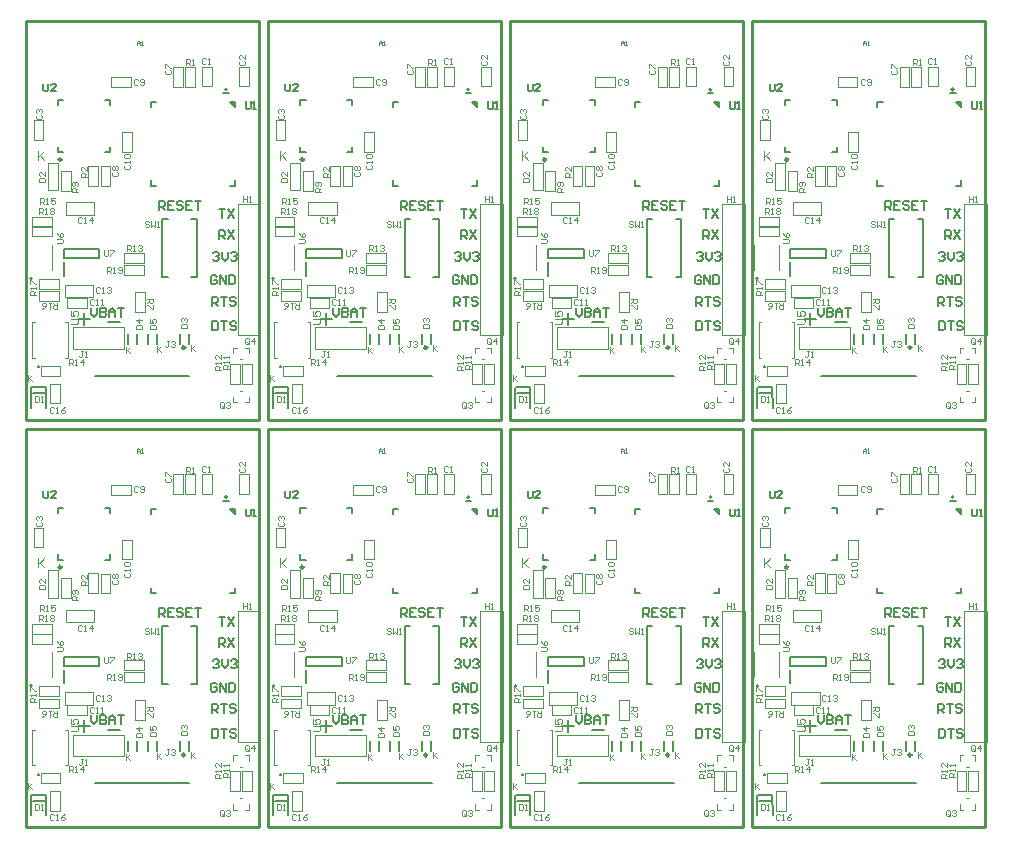
<source format=gto>
G04*
G04 #@! TF.GenerationSoftware,Altium Limited,Altium Designer,20.0.2 (26)*
G04*
G04 Layer_Color=16777215*
%FSLAX44Y44*%
%MOMM*%
G71*
G01*
G75*
%ADD37C,0.1524*%
%ADD39C,0.2540*%
%ADD42C,0.1270*%
%ADD58C,0.2000*%
%ADD59C,0.2500*%
%ADD60C,0.1000*%
%ADD61C,0.0762*%
%ADD62C,0.0760*%
%ADD63C,0.2032*%
D37*
X12341Y45722D02*
X11508D01*
Y46555D01*
X12341D01*
Y45722D01*
X56888Y96248D02*
Y91170D01*
X59428Y88631D01*
X61967Y91170D01*
Y96248D01*
X64506D02*
Y88631D01*
X68315D01*
X69584Y89900D01*
Y91170D01*
X68315Y92439D01*
X64506D01*
X68315D01*
X69584Y93709D01*
Y94979D01*
X68315Y96248D01*
X64506D01*
X72123Y88631D02*
Y93709D01*
X74663Y96248D01*
X77202Y93709D01*
Y88631D01*
Y92439D01*
X72123D01*
X79741Y96248D02*
X84819D01*
X82280D01*
Y88631D01*
X71150Y83670D02*
X81307D01*
X45451Y86815D02*
X55608D01*
X50529Y91893D02*
Y81736D01*
X217336Y45722D02*
X216503D01*
Y46555D01*
X217336D01*
Y45722D01*
X261884Y96248D02*
Y91170D01*
X264423Y88631D01*
X266962Y91170D01*
Y96248D01*
X269501D02*
Y88631D01*
X273310D01*
X274580Y89900D01*
Y91170D01*
X273310Y92439D01*
X269501D01*
X273310D01*
X274580Y93709D01*
Y94979D01*
X273310Y96248D01*
X269501D01*
X277119Y88631D02*
Y93709D01*
X279658Y96248D01*
X282197Y93709D01*
Y88631D01*
Y92439D01*
X277119D01*
X284736Y96248D02*
X289815D01*
X287276D01*
Y88631D01*
X276146Y83670D02*
X286303D01*
X250446Y86815D02*
X260603D01*
X255525Y91893D02*
Y81736D01*
X422332Y45722D02*
X421499D01*
Y46555D01*
X422332D01*
Y45722D01*
X466879Y96248D02*
Y91170D01*
X469418Y88631D01*
X471958Y91170D01*
Y96248D01*
X474497D02*
Y88631D01*
X478306D01*
X479575Y89900D01*
Y91170D01*
X478306Y92439D01*
X474497D01*
X478306D01*
X479575Y93709D01*
Y94979D01*
X478306Y96248D01*
X474497D01*
X482114Y88631D02*
Y93709D01*
X484654Y96248D01*
X487193Y93709D01*
Y88631D01*
Y92439D01*
X482114D01*
X489732Y96248D02*
X494810D01*
X492271D01*
Y88631D01*
X481141Y83670D02*
X491298D01*
X455442Y86815D02*
X465598D01*
X460520Y91893D02*
Y81736D01*
X627327Y45722D02*
X626494D01*
Y46555D01*
X627327D01*
Y45722D01*
X671875Y96248D02*
Y91170D01*
X674414Y88631D01*
X676953Y91170D01*
Y96248D01*
X679492D02*
Y88631D01*
X683301D01*
X684571Y89900D01*
Y91170D01*
X683301Y92439D01*
X679492D01*
X683301D01*
X684571Y93709D01*
Y94979D01*
X683301Y96248D01*
X679492D01*
X687110Y88631D02*
Y93709D01*
X689649Y96248D01*
X692188Y93709D01*
Y88631D01*
Y92439D01*
X687110D01*
X694727Y96248D02*
X699806D01*
X697266D01*
Y88631D01*
X686137Y83670D02*
X696294D01*
X660437Y86815D02*
X670594D01*
X665516Y91893D02*
Y81736D01*
X12341Y390725D02*
X11508D01*
Y391558D01*
X12341D01*
Y390725D01*
X56888Y441251D02*
Y436173D01*
X59428Y433633D01*
X61967Y436173D01*
Y441251D01*
X64506D02*
Y433633D01*
X68315D01*
X69584Y434903D01*
Y436173D01*
X68315Y437442D01*
X64506D01*
X68315D01*
X69584Y438712D01*
Y439981D01*
X68315Y441251D01*
X64506D01*
X72123Y433633D02*
Y438712D01*
X74663Y441251D01*
X77202Y438712D01*
Y433633D01*
Y437442D01*
X72123D01*
X79741Y441251D02*
X84819D01*
X82280D01*
Y433633D01*
X71150Y428673D02*
X81307D01*
X45451Y431817D02*
X55608D01*
X50529Y436896D02*
Y426739D01*
X217336Y390725D02*
X216503D01*
Y391558D01*
X217336D01*
Y390725D01*
X261884Y441251D02*
Y436173D01*
X264423Y433633D01*
X266962Y436173D01*
Y441251D01*
X269501D02*
Y433633D01*
X273310D01*
X274580Y434903D01*
Y436173D01*
X273310Y437442D01*
X269501D01*
X273310D01*
X274580Y438712D01*
Y439981D01*
X273310Y441251D01*
X269501D01*
X277119Y433633D02*
Y438712D01*
X279658Y441251D01*
X282197Y438712D01*
Y433633D01*
Y437442D01*
X277119D01*
X284736Y441251D02*
X289815D01*
X287276D01*
Y433633D01*
X276146Y428673D02*
X286303D01*
X250446Y431817D02*
X260603D01*
X255525Y436896D02*
Y426739D01*
X422332Y390725D02*
X421499D01*
Y391558D01*
X422332D01*
Y390725D01*
X466879Y441251D02*
Y436173D01*
X469418Y433633D01*
X471958Y436173D01*
Y441251D01*
X474497D02*
Y433633D01*
X478306D01*
X479575Y434903D01*
Y436173D01*
X478306Y437442D01*
X474497D01*
X478306D01*
X479575Y438712D01*
Y439981D01*
X478306Y441251D01*
X474497D01*
X482114Y433633D02*
Y438712D01*
X484654Y441251D01*
X487193Y438712D01*
Y433633D01*
Y437442D01*
X482114D01*
X489732Y441251D02*
X494810D01*
X492271D01*
Y433633D01*
X481141Y428673D02*
X491298D01*
X455442Y431817D02*
X465598D01*
X460520Y436896D02*
Y426739D01*
X627327Y390725D02*
X626494D01*
Y391558D01*
X627327D01*
Y390725D01*
X671875Y441251D02*
Y436173D01*
X674414Y433633D01*
X676953Y436173D01*
Y441251D01*
X679492D02*
Y433633D01*
X683301D01*
X684571Y434903D01*
Y436173D01*
X683301Y437442D01*
X679492D01*
X683301D01*
X684571Y438712D01*
Y439981D01*
X683301Y441251D01*
X679492D01*
X687110Y433633D02*
Y438712D01*
X689649Y441251D01*
X692188Y438712D01*
Y433633D01*
Y437442D01*
X687110D01*
X694727Y441251D02*
X699806D01*
X697266D01*
Y433633D01*
X686137Y428673D02*
X696294D01*
X660437Y431817D02*
X670594D01*
X665516Y436896D02*
Y426739D01*
D39*
X1252Y1285D02*
Y338582D01*
Y1285D02*
X198692D01*
Y338582D01*
X1252D02*
X198692D01*
X206247Y1285D02*
Y338582D01*
Y1285D02*
X403688D01*
Y338582D01*
X206247D02*
X403688D01*
X411243Y1285D02*
Y338582D01*
Y1285D02*
X608683D01*
Y338582D01*
X411243D02*
X608683D01*
X616238Y1285D02*
Y338582D01*
Y1285D02*
X813679D01*
Y338582D01*
X616238D02*
X813679D01*
X1252Y346288D02*
Y683585D01*
Y346288D02*
X198692D01*
Y683585D01*
X1252D02*
X198692D01*
X206247Y346288D02*
Y683585D01*
Y346288D02*
X403688D01*
Y683585D01*
X206247D02*
X403688D01*
X411243Y346288D02*
Y683585D01*
Y346288D02*
X608683D01*
Y683585D01*
X411243D02*
X608683D01*
X616238Y346288D02*
Y683585D01*
Y346288D02*
X813679D01*
Y683585D01*
X616238D02*
X813679D01*
D42*
X178426Y199590D02*
Y203990D01*
X174026Y199590D02*
X178426D01*
X107426D02*
Y203990D01*
Y199590D02*
X111826D01*
X107426Y266190D02*
Y270590D01*
X111826D01*
X178426Y266190D02*
Y270590D01*
X174026D02*
X178426D01*
X112258Y65550D02*
Y74150D01*
X104658Y65550D02*
Y74150D01*
X139690Y65550D02*
Y74150D01*
X132090Y65550D02*
Y74150D01*
X95240Y65550D02*
Y74150D01*
X87640Y65550D02*
Y74150D01*
X174026Y270590D02*
X178426Y266190D01*
X159258Y84833D02*
Y77216D01*
X163067D01*
X164336Y78486D01*
Y83564D01*
X163067Y84833D01*
X159258D01*
X166875D02*
X171954D01*
X169415D01*
Y77216D01*
X179571Y83564D02*
X178302Y84833D01*
X175763D01*
X174493Y83564D01*
Y82294D01*
X175763Y81025D01*
X178302D01*
X179571Y79755D01*
Y78486D01*
X178302Y77216D01*
X175763D01*
X174493Y78486D01*
X158750Y98044D02*
Y105661D01*
X162559D01*
X163828Y104392D01*
Y101853D01*
X162559Y100583D01*
X158750D01*
X161289D02*
X163828Y98044D01*
X166367Y105661D02*
X171446D01*
X168907D01*
Y98044D01*
X179063Y104392D02*
X177794Y105661D01*
X175255D01*
X173985Y104392D01*
Y103122D01*
X175255Y101853D01*
X177794D01*
X179063Y100583D01*
Y99314D01*
X177794Y98044D01*
X175255D01*
X173985Y99314D01*
X163199Y122356D02*
X161930Y123626D01*
X159391D01*
X158121Y122356D01*
Y117278D01*
X159391Y116008D01*
X161930D01*
X163199Y117278D01*
Y119817D01*
X160660D01*
X165739Y116008D02*
Y123626D01*
X170817Y116008D01*
Y123626D01*
X173356D02*
Y116008D01*
X177165D01*
X178435Y117278D01*
Y122356D01*
X177165Y123626D01*
X173356D01*
X159595Y142106D02*
X160865Y143376D01*
X163404D01*
X164673Y142106D01*
Y140836D01*
X163404Y139567D01*
X162134D01*
X163404D01*
X164673Y138297D01*
Y137028D01*
X163404Y135758D01*
X160865D01*
X159595Y137028D01*
X167213Y143376D02*
Y138297D01*
X169752Y135758D01*
X172291Y138297D01*
Y143376D01*
X174830Y142106D02*
X176100Y143376D01*
X178639D01*
X179909Y142106D01*
Y140836D01*
X178639Y139567D01*
X177369D01*
X178639D01*
X179909Y138297D01*
Y137028D01*
X178639Y135758D01*
X176100D01*
X174830Y137028D01*
X164899Y154031D02*
Y161649D01*
X168707D01*
X169977Y160379D01*
Y157840D01*
X168707Y156571D01*
X164899D01*
X167438D02*
X169977Y154031D01*
X172516Y161649D02*
X177595Y154031D01*
Y161649D02*
X172516Y154031D01*
X164901Y179337D02*
X169979D01*
X167440D01*
Y171720D01*
X172518Y179337D02*
X177597Y171720D01*
Y179337D02*
X172518Y171720D01*
X114046Y179324D02*
Y186942D01*
X117855D01*
X119124Y185672D01*
Y183133D01*
X117855Y181863D01*
X114046D01*
X116585D02*
X119124Y179324D01*
X126742Y186942D02*
X121664D01*
Y179324D01*
X126742D01*
X121664Y183133D02*
X124203D01*
X134359Y185672D02*
X133090Y186942D01*
X130551D01*
X129281Y185672D01*
Y184402D01*
X130551Y183133D01*
X133090D01*
X134359Y181863D01*
Y180594D01*
X133090Y179324D01*
X130551D01*
X129281Y180594D01*
X141977Y186942D02*
X136899D01*
Y179324D01*
X141977D01*
X136899Y183133D02*
X139438D01*
X144516Y186942D02*
X149594D01*
X147055D01*
Y179324D01*
X16238Y285996D02*
Y280706D01*
X17297Y279648D01*
X19412D01*
X20470Y280706D01*
Y285996D01*
X26818Y279648D02*
X22586D01*
X26818Y283880D01*
Y284938D01*
X25760Y285996D01*
X23644D01*
X22586Y284938D01*
X187579Y270776D02*
Y265487D01*
X188638Y264429D01*
X190753D01*
X191812Y265487D01*
Y270776D01*
X193927Y264429D02*
X196043D01*
X194985D01*
Y270776D01*
X193927Y269718D01*
X383422Y199590D02*
Y203990D01*
X379021Y199590D02*
X383422D01*
X312421D02*
Y203990D01*
Y199590D02*
X316821D01*
X312421Y266190D02*
Y270590D01*
X316821D01*
X383422Y266190D02*
Y270590D01*
X379021D02*
X383422D01*
X317253Y65550D02*
Y74150D01*
X309653Y65550D02*
Y74150D01*
X344685Y65550D02*
Y74150D01*
X337085Y65550D02*
Y74150D01*
X300235Y65550D02*
Y74150D01*
X292635Y65550D02*
Y74150D01*
X379021Y270590D02*
X383422Y266190D01*
X364253Y84833D02*
Y77216D01*
X368062D01*
X369332Y78486D01*
Y83564D01*
X368062Y84833D01*
X364253D01*
X371871D02*
X376949D01*
X374410D01*
Y77216D01*
X384567Y83564D02*
X383297Y84833D01*
X380758D01*
X379488Y83564D01*
Y82294D01*
X380758Y81025D01*
X383297D01*
X384567Y79755D01*
Y78486D01*
X383297Y77216D01*
X380758D01*
X379488Y78486D01*
X363745Y98044D02*
Y105661D01*
X367554D01*
X368824Y104392D01*
Y101853D01*
X367554Y100583D01*
X363745D01*
X366285D02*
X368824Y98044D01*
X371363Y105661D02*
X376441D01*
X373902D01*
Y98044D01*
X384059Y104392D02*
X382789Y105661D01*
X380250D01*
X378980Y104392D01*
Y103122D01*
X380250Y101853D01*
X382789D01*
X384059Y100583D01*
Y99314D01*
X382789Y98044D01*
X380250D01*
X378980Y99314D01*
X368195Y122356D02*
X366925Y123626D01*
X364386D01*
X363116Y122356D01*
Y117278D01*
X364386Y116008D01*
X366925D01*
X368195Y117278D01*
Y119817D01*
X365656D01*
X370734Y116008D02*
Y123626D01*
X375812Y116008D01*
Y123626D01*
X378352D02*
Y116008D01*
X382160D01*
X383430Y117278D01*
Y122356D01*
X382160Y123626D01*
X378352D01*
X364590Y142106D02*
X365860Y143376D01*
X368399D01*
X369669Y142106D01*
Y140836D01*
X368399Y139567D01*
X367130D01*
X368399D01*
X369669Y138297D01*
Y137028D01*
X368399Y135758D01*
X365860D01*
X364590Y137028D01*
X372208Y143376D02*
Y138297D01*
X374747Y135758D01*
X377286Y138297D01*
Y143376D01*
X379826Y142106D02*
X381095Y143376D01*
X383634D01*
X384904Y142106D01*
Y140836D01*
X383634Y139567D01*
X382365D01*
X383634D01*
X384904Y138297D01*
Y137028D01*
X383634Y135758D01*
X381095D01*
X379826Y137028D01*
X369894Y154031D02*
Y161649D01*
X373703D01*
X374972Y160379D01*
Y157840D01*
X373703Y156571D01*
X369894D01*
X372433D02*
X374972Y154031D01*
X377512Y161649D02*
X382590Y154031D01*
Y161649D02*
X377512Y154031D01*
X369896Y179337D02*
X374975D01*
X372435D01*
Y171720D01*
X377514Y179337D02*
X382592Y171720D01*
Y179337D02*
X377514Y171720D01*
X319041Y179324D02*
Y186942D01*
X322850D01*
X324120Y185672D01*
Y183133D01*
X322850Y181863D01*
X319041D01*
X321581D02*
X324120Y179324D01*
X331737Y186942D02*
X326659D01*
Y179324D01*
X331737D01*
X326659Y183133D02*
X329198D01*
X339355Y185672D02*
X338085Y186942D01*
X335546D01*
X334277Y185672D01*
Y184402D01*
X335546Y183133D01*
X338085D01*
X339355Y181863D01*
Y180594D01*
X338085Y179324D01*
X335546D01*
X334277Y180594D01*
X346972Y186942D02*
X341894D01*
Y179324D01*
X346972D01*
X341894Y183133D02*
X344433D01*
X349512Y186942D02*
X354590D01*
X352051D01*
Y179324D01*
X221234Y285996D02*
Y280706D01*
X222292Y279648D01*
X224408D01*
X225466Y280706D01*
Y285996D01*
X231814Y279648D02*
X227582D01*
X231814Y283880D01*
Y284938D01*
X230756Y285996D01*
X228640D01*
X227582Y284938D01*
X392575Y270776D02*
Y265487D01*
X393633Y264429D01*
X395749D01*
X396807Y265487D01*
Y270776D01*
X398923Y264429D02*
X401039D01*
X399981D01*
Y270776D01*
X398923Y269718D01*
X588417Y199590D02*
Y203990D01*
X584017Y199590D02*
X588417D01*
X517417D02*
Y203990D01*
Y199590D02*
X521817D01*
X517417Y266190D02*
Y270590D01*
X521817D01*
X588417Y266190D02*
Y270590D01*
X584017D02*
X588417D01*
X522249Y65550D02*
Y74150D01*
X514649Y65550D02*
Y74150D01*
X549681Y65550D02*
Y74150D01*
X542081Y65550D02*
Y74150D01*
X505231Y65550D02*
Y74150D01*
X497631Y65550D02*
Y74150D01*
X584017Y270590D02*
X588417Y266190D01*
X569249Y84833D02*
Y77216D01*
X573058D01*
X574327Y78486D01*
Y83564D01*
X573058Y84833D01*
X569249D01*
X576866D02*
X581945D01*
X579406D01*
Y77216D01*
X589562Y83564D02*
X588293Y84833D01*
X585754D01*
X584484Y83564D01*
Y82294D01*
X585754Y81025D01*
X588293D01*
X589562Y79755D01*
Y78486D01*
X588293Y77216D01*
X585754D01*
X584484Y78486D01*
X568741Y98044D02*
Y105661D01*
X572550D01*
X573819Y104392D01*
Y101853D01*
X572550Y100583D01*
X568741D01*
X571280D02*
X573819Y98044D01*
X576358Y105661D02*
X581437D01*
X578898D01*
Y98044D01*
X589054Y104392D02*
X587785Y105661D01*
X585246D01*
X583976Y104392D01*
Y103122D01*
X585246Y101853D01*
X587785D01*
X589054Y100583D01*
Y99314D01*
X587785Y98044D01*
X585246D01*
X583976Y99314D01*
X573190Y122356D02*
X571921Y123626D01*
X569382D01*
X568112Y122356D01*
Y117278D01*
X569382Y116008D01*
X571921D01*
X573190Y117278D01*
Y119817D01*
X570651D01*
X575729Y116008D02*
Y123626D01*
X580808Y116008D01*
Y123626D01*
X583347D02*
Y116008D01*
X587156D01*
X588425Y117278D01*
Y122356D01*
X587156Y123626D01*
X583347D01*
X569586Y142106D02*
X570856Y143376D01*
X573395D01*
X574664Y142106D01*
Y140836D01*
X573395Y139567D01*
X572125D01*
X573395D01*
X574664Y138297D01*
Y137028D01*
X573395Y135758D01*
X570856D01*
X569586Y137028D01*
X577203Y143376D02*
Y138297D01*
X579743Y135758D01*
X582282Y138297D01*
Y143376D01*
X584821Y142106D02*
X586091Y143376D01*
X588630D01*
X589899Y142106D01*
Y140836D01*
X588630Y139567D01*
X587360D01*
X588630D01*
X589899Y138297D01*
Y137028D01*
X588630Y135758D01*
X586091D01*
X584821Y137028D01*
X574889Y154031D02*
Y161649D01*
X578698D01*
X579968Y160379D01*
Y157840D01*
X578698Y156571D01*
X574889D01*
X577429D02*
X579968Y154031D01*
X582507Y161649D02*
X587585Y154031D01*
Y161649D02*
X582507Y154031D01*
X574892Y179337D02*
X579970D01*
X577431D01*
Y171720D01*
X582509Y179337D02*
X587588Y171720D01*
Y179337D02*
X582509Y171720D01*
X524037Y179324D02*
Y186942D01*
X527846D01*
X529115Y185672D01*
Y183133D01*
X527846Y181863D01*
X524037D01*
X526576D02*
X529115Y179324D01*
X536733Y186942D02*
X531654D01*
Y179324D01*
X536733D01*
X531654Y183133D02*
X534194D01*
X544350Y185672D02*
X543081Y186942D01*
X540542D01*
X539272Y185672D01*
Y184402D01*
X540542Y183133D01*
X543081D01*
X544350Y181863D01*
Y180594D01*
X543081Y179324D01*
X540542D01*
X539272Y180594D01*
X551968Y186942D02*
X546889D01*
Y179324D01*
X551968D01*
X546889Y183133D02*
X549429D01*
X554507Y186942D02*
X559585D01*
X557046D01*
Y179324D01*
X426229Y285996D02*
Y280706D01*
X427287Y279648D01*
X429403D01*
X430461Y280706D01*
Y285996D01*
X436809Y279648D02*
X432577D01*
X436809Y283880D01*
Y284938D01*
X435751Y285996D01*
X433635D01*
X432577Y284938D01*
X597570Y270776D02*
Y265487D01*
X598628Y264429D01*
X600744D01*
X601802Y265487D01*
Y270776D01*
X603918Y264429D02*
X606034D01*
X604976D01*
Y270776D01*
X603918Y269718D01*
X793412Y199590D02*
Y203990D01*
X789012Y199590D02*
X793412D01*
X722412D02*
Y203990D01*
Y199590D02*
X726812D01*
X722412Y266190D02*
Y270590D01*
X726812D01*
X793412Y266190D02*
Y270590D01*
X789012D02*
X793412D01*
X727244Y65550D02*
Y74150D01*
X719644Y65550D02*
Y74150D01*
X754676Y65550D02*
Y74150D01*
X747076Y65550D02*
Y74150D01*
X710226Y65550D02*
Y74150D01*
X702626Y65550D02*
Y74150D01*
X789012Y270590D02*
X793412Y266190D01*
X774244Y84833D02*
Y77216D01*
X778053D01*
X779323Y78486D01*
Y83564D01*
X778053Y84833D01*
X774244D01*
X781862D02*
X786940D01*
X784401D01*
Y77216D01*
X794558Y83564D02*
X793288Y84833D01*
X790749D01*
X789479Y83564D01*
Y82294D01*
X790749Y81025D01*
X793288D01*
X794558Y79755D01*
Y78486D01*
X793288Y77216D01*
X790749D01*
X789479Y78486D01*
X773736Y98044D02*
Y105661D01*
X777545D01*
X778815Y104392D01*
Y101853D01*
X777545Y100583D01*
X773736D01*
X776275D02*
X778815Y98044D01*
X781354Y105661D02*
X786432D01*
X783893D01*
Y98044D01*
X794050Y104392D02*
X792780Y105661D01*
X790241D01*
X788971Y104392D01*
Y103122D01*
X790241Y101853D01*
X792780D01*
X794050Y100583D01*
Y99314D01*
X792780Y98044D01*
X790241D01*
X788971Y99314D01*
X778186Y122356D02*
X776916Y123626D01*
X774377D01*
X773107Y122356D01*
Y117278D01*
X774377Y116008D01*
X776916D01*
X778186Y117278D01*
Y119817D01*
X775647D01*
X780725Y116008D02*
Y123626D01*
X785803Y116008D01*
Y123626D01*
X788343D02*
Y116008D01*
X792151D01*
X793421Y117278D01*
Y122356D01*
X792151Y123626D01*
X788343D01*
X774581Y142106D02*
X775851Y143376D01*
X778390D01*
X779660Y142106D01*
Y140836D01*
X778390Y139567D01*
X777121D01*
X778390D01*
X779660Y138297D01*
Y137028D01*
X778390Y135758D01*
X775851D01*
X774581Y137028D01*
X782199Y143376D02*
Y138297D01*
X784738Y135758D01*
X787277Y138297D01*
Y143376D01*
X789817Y142106D02*
X791086Y143376D01*
X793625D01*
X794895Y142106D01*
Y140836D01*
X793625Y139567D01*
X792356D01*
X793625D01*
X794895Y138297D01*
Y137028D01*
X793625Y135758D01*
X791086D01*
X789817Y137028D01*
X779885Y154031D02*
Y161649D01*
X783694D01*
X784963Y160379D01*
Y157840D01*
X783694Y156571D01*
X779885D01*
X782424D02*
X784963Y154031D01*
X787503Y161649D02*
X792581Y154031D01*
Y161649D02*
X787503Y154031D01*
X779887Y179337D02*
X784966D01*
X782426D01*
Y171720D01*
X787505Y179337D02*
X792583Y171720D01*
Y179337D02*
X787505Y171720D01*
X729032Y179324D02*
Y186942D01*
X732841D01*
X734111Y185672D01*
Y183133D01*
X732841Y181863D01*
X729032D01*
X731572D02*
X734111Y179324D01*
X741728Y186942D02*
X736650D01*
Y179324D01*
X741728D01*
X736650Y183133D02*
X739189D01*
X749346Y185672D02*
X748076Y186942D01*
X745537D01*
X744267Y185672D01*
Y184402D01*
X745537Y183133D01*
X748076D01*
X749346Y181863D01*
Y180594D01*
X748076Y179324D01*
X745537D01*
X744267Y180594D01*
X756963Y186942D02*
X751885D01*
Y179324D01*
X756963D01*
X751885Y183133D02*
X754424D01*
X759502Y186942D02*
X764581D01*
X762042D01*
Y179324D01*
X631225Y285996D02*
Y280706D01*
X632283Y279648D01*
X634399D01*
X635457Y280706D01*
Y285996D01*
X641805Y279648D02*
X637573D01*
X641805Y283880D01*
Y284938D01*
X640747Y285996D01*
X638631D01*
X637573Y284938D01*
X802566Y270776D02*
Y265487D01*
X803624Y264429D01*
X805740D01*
X806798Y265487D01*
Y270776D01*
X808914Y264429D02*
X811030D01*
X809972D01*
Y270776D01*
X808914Y269718D01*
X178426Y544593D02*
Y548993D01*
X174026Y544593D02*
X178426D01*
X107426D02*
Y548993D01*
Y544593D02*
X111826D01*
X107426Y611193D02*
Y615593D01*
X111826D01*
X178426Y611193D02*
Y615593D01*
X174026D02*
X178426D01*
X112258Y410553D02*
Y419153D01*
X104658Y410553D02*
Y419153D01*
X139690Y410553D02*
Y419153D01*
X132090Y410553D02*
Y419153D01*
X95240Y410553D02*
Y419153D01*
X87640Y410553D02*
Y419153D01*
X174026Y615593D02*
X178426Y611193D01*
X159258Y429836D02*
Y422219D01*
X163067D01*
X164336Y423488D01*
Y428567D01*
X163067Y429836D01*
X159258D01*
X166875D02*
X171954D01*
X169415D01*
Y422219D01*
X179571Y428567D02*
X178302Y429836D01*
X175763D01*
X174493Y428567D01*
Y427297D01*
X175763Y426027D01*
X178302D01*
X179571Y424758D01*
Y423488D01*
X178302Y422219D01*
X175763D01*
X174493Y423488D01*
X158750Y443047D02*
Y450664D01*
X162559D01*
X163828Y449395D01*
Y446856D01*
X162559Y445586D01*
X158750D01*
X161289D02*
X163828Y443047D01*
X166367Y450664D02*
X171446D01*
X168907D01*
Y443047D01*
X179063Y449395D02*
X177794Y450664D01*
X175255D01*
X173985Y449395D01*
Y448125D01*
X175255Y446856D01*
X177794D01*
X179063Y445586D01*
Y444316D01*
X177794Y443047D01*
X175255D01*
X173985Y444316D01*
X163199Y467359D02*
X161930Y468628D01*
X159391D01*
X158121Y467359D01*
Y462280D01*
X159391Y461011D01*
X161930D01*
X163199Y462280D01*
Y464820D01*
X160660D01*
X165739Y461011D02*
Y468628D01*
X170817Y461011D01*
Y468628D01*
X173356D02*
Y461011D01*
X177165D01*
X178435Y462280D01*
Y467359D01*
X177165Y468628D01*
X173356D01*
X159595Y487109D02*
X160865Y488378D01*
X163404D01*
X164673Y487109D01*
Y485839D01*
X163404Y484569D01*
X162134D01*
X163404D01*
X164673Y483300D01*
Y482030D01*
X163404Y480761D01*
X160865D01*
X159595Y482030D01*
X167213Y488378D02*
Y483300D01*
X169752Y480761D01*
X172291Y483300D01*
Y488378D01*
X174830Y487109D02*
X176100Y488378D01*
X178639D01*
X179909Y487109D01*
Y485839D01*
X178639Y484569D01*
X177369D01*
X178639D01*
X179909Y483300D01*
Y482030D01*
X178639Y480761D01*
X176100D01*
X174830Y482030D01*
X164899Y499034D02*
Y506652D01*
X168707D01*
X169977Y505382D01*
Y502843D01*
X168707Y501573D01*
X164899D01*
X167438D02*
X169977Y499034D01*
X172516Y506652D02*
X177595Y499034D01*
Y506652D02*
X172516Y499034D01*
X164901Y524340D02*
X169979D01*
X167440D01*
Y516722D01*
X172518Y524340D02*
X177597Y516722D01*
Y524340D02*
X172518Y516722D01*
X114046Y524327D02*
Y531944D01*
X117855D01*
X119124Y530675D01*
Y528135D01*
X117855Y526866D01*
X114046D01*
X116585D02*
X119124Y524327D01*
X126742Y531944D02*
X121664D01*
Y524327D01*
X126742D01*
X121664Y528135D02*
X124203D01*
X134359Y530675D02*
X133090Y531944D01*
X130551D01*
X129281Y530675D01*
Y529405D01*
X130551Y528135D01*
X133090D01*
X134359Y526866D01*
Y525596D01*
X133090Y524327D01*
X130551D01*
X129281Y525596D01*
X141977Y531944D02*
X136899D01*
Y524327D01*
X141977D01*
X136899Y528135D02*
X139438D01*
X144516Y531944D02*
X149594D01*
X147055D01*
Y524327D01*
X16238Y630998D02*
Y625708D01*
X17297Y624650D01*
X19412D01*
X20470Y625708D01*
Y630998D01*
X26818Y624650D02*
X22586D01*
X26818Y628882D01*
Y629940D01*
X25760Y630998D01*
X23644D01*
X22586Y629940D01*
X187579Y615779D02*
Y610489D01*
X188638Y609431D01*
X190753D01*
X191812Y610489D01*
Y615779D01*
X193927Y609431D02*
X196043D01*
X194985D01*
Y615779D01*
X193927Y614721D01*
X383422Y544593D02*
Y548993D01*
X379021Y544593D02*
X383422D01*
X312421D02*
Y548993D01*
Y544593D02*
X316821D01*
X312421Y611193D02*
Y615593D01*
X316821D01*
X383422Y611193D02*
Y615593D01*
X379021D02*
X383422D01*
X317253Y410553D02*
Y419153D01*
X309653Y410553D02*
Y419153D01*
X344685Y410553D02*
Y419153D01*
X337085Y410553D02*
Y419153D01*
X300235Y410553D02*
Y419153D01*
X292635Y410553D02*
Y419153D01*
X379021Y615593D02*
X383422Y611193D01*
X364253Y429836D02*
Y422219D01*
X368062D01*
X369332Y423488D01*
Y428567D01*
X368062Y429836D01*
X364253D01*
X371871D02*
X376949D01*
X374410D01*
Y422219D01*
X384567Y428567D02*
X383297Y429836D01*
X380758D01*
X379488Y428567D01*
Y427297D01*
X380758Y426027D01*
X383297D01*
X384567Y424758D01*
Y423488D01*
X383297Y422219D01*
X380758D01*
X379488Y423488D01*
X363745Y443047D02*
Y450664D01*
X367554D01*
X368824Y449395D01*
Y446856D01*
X367554Y445586D01*
X363745D01*
X366285D02*
X368824Y443047D01*
X371363Y450664D02*
X376441D01*
X373902D01*
Y443047D01*
X384059Y449395D02*
X382789Y450664D01*
X380250D01*
X378980Y449395D01*
Y448125D01*
X380250Y446856D01*
X382789D01*
X384059Y445586D01*
Y444316D01*
X382789Y443047D01*
X380250D01*
X378980Y444316D01*
X368195Y467359D02*
X366925Y468628D01*
X364386D01*
X363116Y467359D01*
Y462280D01*
X364386Y461011D01*
X366925D01*
X368195Y462280D01*
Y464820D01*
X365656D01*
X370734Y461011D02*
Y468628D01*
X375812Y461011D01*
Y468628D01*
X378352D02*
Y461011D01*
X382160D01*
X383430Y462280D01*
Y467359D01*
X382160Y468628D01*
X378352D01*
X364590Y487109D02*
X365860Y488378D01*
X368399D01*
X369669Y487109D01*
Y485839D01*
X368399Y484569D01*
X367130D01*
X368399D01*
X369669Y483300D01*
Y482030D01*
X368399Y480761D01*
X365860D01*
X364590Y482030D01*
X372208Y488378D02*
Y483300D01*
X374747Y480761D01*
X377286Y483300D01*
Y488378D01*
X379826Y487109D02*
X381095Y488378D01*
X383634D01*
X384904Y487109D01*
Y485839D01*
X383634Y484569D01*
X382365D01*
X383634D01*
X384904Y483300D01*
Y482030D01*
X383634Y480761D01*
X381095D01*
X379826Y482030D01*
X369894Y499034D02*
Y506652D01*
X373703D01*
X374972Y505382D01*
Y502843D01*
X373703Y501573D01*
X369894D01*
X372433D02*
X374972Y499034D01*
X377512Y506652D02*
X382590Y499034D01*
Y506652D02*
X377512Y499034D01*
X369896Y524340D02*
X374975D01*
X372435D01*
Y516722D01*
X377514Y524340D02*
X382592Y516722D01*
Y524340D02*
X377514Y516722D01*
X319041Y524327D02*
Y531944D01*
X322850D01*
X324120Y530675D01*
Y528135D01*
X322850Y526866D01*
X319041D01*
X321581D02*
X324120Y524327D01*
X331737Y531944D02*
X326659D01*
Y524327D01*
X331737D01*
X326659Y528135D02*
X329198D01*
X339355Y530675D02*
X338085Y531944D01*
X335546D01*
X334277Y530675D01*
Y529405D01*
X335546Y528135D01*
X338085D01*
X339355Y526866D01*
Y525596D01*
X338085Y524327D01*
X335546D01*
X334277Y525596D01*
X346972Y531944D02*
X341894D01*
Y524327D01*
X346972D01*
X341894Y528135D02*
X344433D01*
X349512Y531944D02*
X354590D01*
X352051D01*
Y524327D01*
X221234Y630998D02*
Y625708D01*
X222292Y624650D01*
X224408D01*
X225466Y625708D01*
Y630998D01*
X231814Y624650D02*
X227582D01*
X231814Y628882D01*
Y629940D01*
X230756Y630998D01*
X228640D01*
X227582Y629940D01*
X392575Y615779D02*
Y610489D01*
X393633Y609431D01*
X395749D01*
X396807Y610489D01*
Y615779D01*
X398923Y609431D02*
X401039D01*
X399981D01*
Y615779D01*
X398923Y614721D01*
X588417Y544593D02*
Y548993D01*
X584017Y544593D02*
X588417D01*
X517417D02*
Y548993D01*
Y544593D02*
X521817D01*
X517417Y611193D02*
Y615593D01*
X521817D01*
X588417Y611193D02*
Y615593D01*
X584017D02*
X588417D01*
X522249Y410553D02*
Y419153D01*
X514649Y410553D02*
Y419153D01*
X549681Y410553D02*
Y419153D01*
X542081Y410553D02*
Y419153D01*
X505231Y410553D02*
Y419153D01*
X497631Y410553D02*
Y419153D01*
X584017Y615593D02*
X588417Y611193D01*
X569249Y429836D02*
Y422219D01*
X573058D01*
X574327Y423488D01*
Y428567D01*
X573058Y429836D01*
X569249D01*
X576866D02*
X581945D01*
X579406D01*
Y422219D01*
X589562Y428567D02*
X588293Y429836D01*
X585754D01*
X584484Y428567D01*
Y427297D01*
X585754Y426027D01*
X588293D01*
X589562Y424758D01*
Y423488D01*
X588293Y422219D01*
X585754D01*
X584484Y423488D01*
X568741Y443047D02*
Y450664D01*
X572550D01*
X573819Y449395D01*
Y446856D01*
X572550Y445586D01*
X568741D01*
X571280D02*
X573819Y443047D01*
X576358Y450664D02*
X581437D01*
X578898D01*
Y443047D01*
X589054Y449395D02*
X587785Y450664D01*
X585246D01*
X583976Y449395D01*
Y448125D01*
X585246Y446856D01*
X587785D01*
X589054Y445586D01*
Y444316D01*
X587785Y443047D01*
X585246D01*
X583976Y444316D01*
X573190Y467359D02*
X571921Y468628D01*
X569382D01*
X568112Y467359D01*
Y462280D01*
X569382Y461011D01*
X571921D01*
X573190Y462280D01*
Y464820D01*
X570651D01*
X575729Y461011D02*
Y468628D01*
X580808Y461011D01*
Y468628D01*
X583347D02*
Y461011D01*
X587156D01*
X588425Y462280D01*
Y467359D01*
X587156Y468628D01*
X583347D01*
X569586Y487109D02*
X570856Y488378D01*
X573395D01*
X574664Y487109D01*
Y485839D01*
X573395Y484569D01*
X572125D01*
X573395D01*
X574664Y483300D01*
Y482030D01*
X573395Y480761D01*
X570856D01*
X569586Y482030D01*
X577203Y488378D02*
Y483300D01*
X579743Y480761D01*
X582282Y483300D01*
Y488378D01*
X584821Y487109D02*
X586091Y488378D01*
X588630D01*
X589899Y487109D01*
Y485839D01*
X588630Y484569D01*
X587360D01*
X588630D01*
X589899Y483300D01*
Y482030D01*
X588630Y480761D01*
X586091D01*
X584821Y482030D01*
X574889Y499034D02*
Y506652D01*
X578698D01*
X579968Y505382D01*
Y502843D01*
X578698Y501573D01*
X574889D01*
X577429D02*
X579968Y499034D01*
X582507Y506652D02*
X587585Y499034D01*
Y506652D02*
X582507Y499034D01*
X574892Y524340D02*
X579970D01*
X577431D01*
Y516722D01*
X582509Y524340D02*
X587588Y516722D01*
Y524340D02*
X582509Y516722D01*
X524037Y524327D02*
Y531944D01*
X527846D01*
X529115Y530675D01*
Y528135D01*
X527846Y526866D01*
X524037D01*
X526576D02*
X529115Y524327D01*
X536733Y531944D02*
X531654D01*
Y524327D01*
X536733D01*
X531654Y528135D02*
X534194D01*
X544350Y530675D02*
X543081Y531944D01*
X540542D01*
X539272Y530675D01*
Y529405D01*
X540542Y528135D01*
X543081D01*
X544350Y526866D01*
Y525596D01*
X543081Y524327D01*
X540542D01*
X539272Y525596D01*
X551968Y531944D02*
X546889D01*
Y524327D01*
X551968D01*
X546889Y528135D02*
X549429D01*
X554507Y531944D02*
X559585D01*
X557046D01*
Y524327D01*
X426229Y630998D02*
Y625708D01*
X427287Y624650D01*
X429403D01*
X430461Y625708D01*
Y630998D01*
X436809Y624650D02*
X432577D01*
X436809Y628882D01*
Y629940D01*
X435751Y630998D01*
X433635D01*
X432577Y629940D01*
X597570Y615779D02*
Y610489D01*
X598628Y609431D01*
X600744D01*
X601802Y610489D01*
Y615779D01*
X603918Y609431D02*
X606034D01*
X604976D01*
Y615779D01*
X603918Y614721D01*
X793412Y544593D02*
Y548993D01*
X789012Y544593D02*
X793412D01*
X722412D02*
Y548993D01*
Y544593D02*
X726812D01*
X722412Y611193D02*
Y615593D01*
X726812D01*
X793412Y611193D02*
Y615593D01*
X789012D02*
X793412D01*
X727244Y410553D02*
Y419153D01*
X719644Y410553D02*
Y419153D01*
X754676Y410553D02*
Y419153D01*
X747076Y410553D02*
Y419153D01*
X710226Y410553D02*
Y419153D01*
X702626Y410553D02*
Y419153D01*
X789012Y615593D02*
X793412Y611193D01*
X774244Y429836D02*
Y422219D01*
X778053D01*
X779323Y423488D01*
Y428567D01*
X778053Y429836D01*
X774244D01*
X781862D02*
X786940D01*
X784401D01*
Y422219D01*
X794558Y428567D02*
X793288Y429836D01*
X790749D01*
X789479Y428567D01*
Y427297D01*
X790749Y426027D01*
X793288D01*
X794558Y424758D01*
Y423488D01*
X793288Y422219D01*
X790749D01*
X789479Y423488D01*
X773736Y443047D02*
Y450664D01*
X777545D01*
X778815Y449395D01*
Y446856D01*
X777545Y445586D01*
X773736D01*
X776275D02*
X778815Y443047D01*
X781354Y450664D02*
X786432D01*
X783893D01*
Y443047D01*
X794050Y449395D02*
X792780Y450664D01*
X790241D01*
X788971Y449395D01*
Y448125D01*
X790241Y446856D01*
X792780D01*
X794050Y445586D01*
Y444316D01*
X792780Y443047D01*
X790241D01*
X788971Y444316D01*
X778186Y467359D02*
X776916Y468628D01*
X774377D01*
X773107Y467359D01*
Y462280D01*
X774377Y461011D01*
X776916D01*
X778186Y462280D01*
Y464820D01*
X775647D01*
X780725Y461011D02*
Y468628D01*
X785803Y461011D01*
Y468628D01*
X788343D02*
Y461011D01*
X792151D01*
X793421Y462280D01*
Y467359D01*
X792151Y468628D01*
X788343D01*
X774581Y487109D02*
X775851Y488378D01*
X778390D01*
X779660Y487109D01*
Y485839D01*
X778390Y484569D01*
X777121D01*
X778390D01*
X779660Y483300D01*
Y482030D01*
X778390Y480761D01*
X775851D01*
X774581Y482030D01*
X782199Y488378D02*
Y483300D01*
X784738Y480761D01*
X787277Y483300D01*
Y488378D01*
X789817Y487109D02*
X791086Y488378D01*
X793625D01*
X794895Y487109D01*
Y485839D01*
X793625Y484569D01*
X792356D01*
X793625D01*
X794895Y483300D01*
Y482030D01*
X793625Y480761D01*
X791086D01*
X789817Y482030D01*
X779885Y499034D02*
Y506652D01*
X783694D01*
X784963Y505382D01*
Y502843D01*
X783694Y501573D01*
X779885D01*
X782424D02*
X784963Y499034D01*
X787503Y506652D02*
X792581Y499034D01*
Y506652D02*
X787503Y499034D01*
X779887Y524340D02*
X784966D01*
X782426D01*
Y516722D01*
X787505Y524340D02*
X792583Y516722D01*
Y524340D02*
X787505Y516722D01*
X729032Y524327D02*
Y531944D01*
X732841D01*
X734111Y530675D01*
Y528135D01*
X732841Y526866D01*
X729032D01*
X731572D02*
X734111Y524327D01*
X741728Y531944D02*
X736650D01*
Y524327D01*
X741728D01*
X736650Y528135D02*
X739189D01*
X749346Y530675D02*
X748076Y531944D01*
X745537D01*
X744267Y530675D01*
Y529405D01*
X745537Y528135D01*
X748076D01*
X749346Y526866D01*
Y525596D01*
X748076Y524327D01*
X745537D01*
X744267Y525596D01*
X756963Y531944D02*
X751885D01*
Y524327D01*
X756963D01*
X751885Y528135D02*
X754424D01*
X759502Y531944D02*
X764581D01*
X762042D01*
Y524327D01*
X631225Y630998D02*
Y625708D01*
X632283Y624650D01*
X634399D01*
X635457Y625708D01*
Y630998D01*
X641805Y624650D02*
X637573D01*
X641805Y628882D01*
Y629940D01*
X640747Y630998D01*
X638631D01*
X637573Y629940D01*
X802566Y615779D02*
Y610489D01*
X803624Y609431D01*
X805740D01*
X806798Y610489D01*
Y615779D01*
X808914Y609431D02*
X811030D01*
X809972D01*
Y615779D01*
X808914Y614721D01*
D58*
X172006Y280870D02*
G03*
X172006Y280870I-1000J0D01*
G01*
X6641Y120949D02*
G03*
X6641Y120949I-803J0D01*
G01*
X29000Y227990D02*
X33250D01*
X29000D02*
Y232240D01*
Y267740D02*
Y271990D01*
X33250D01*
X68750D02*
X73000D01*
Y267740D02*
Y271990D01*
X68750Y227990D02*
X73000D01*
Y232240D01*
X33768Y123236D02*
Y134736D01*
Y138236D02*
X63768D01*
Y145736D01*
X33768D02*
X63768D01*
X33768Y138236D02*
Y145736D01*
X5746Y11312D02*
Y28312D01*
X18596Y28702D02*
X18746Y11312D01*
X7166Y23622D02*
X18596D01*
X6136Y28702D02*
X18596D01*
X60000Y38500D02*
X140000D01*
X117072Y122576D02*
X121532D01*
X117072D02*
Y171566D01*
X121542D01*
X141572Y171526D02*
X146092D01*
Y122416D02*
Y171526D01*
X141602Y122416D02*
X146092D01*
X377001Y280870D02*
G03*
X377001Y280870I-1000J0D01*
G01*
X211637Y120949D02*
G03*
X211637Y120949I-803J0D01*
G01*
X233995Y227990D02*
X238246D01*
X233995D02*
Y232240D01*
Y267740D02*
Y271990D01*
X238246D01*
X273745D02*
X277995D01*
Y267740D02*
Y271990D01*
X273745Y227990D02*
X277995D01*
Y232240D01*
X238764Y123236D02*
Y134736D01*
Y138236D02*
X268763D01*
Y145736D01*
X238764D02*
X268763D01*
X238764Y138236D02*
Y145736D01*
X210742Y11312D02*
Y28312D01*
X223592Y28702D02*
X223742Y11312D01*
X212162Y23622D02*
X223592D01*
X211131Y28702D02*
X223592D01*
X264995Y38500D02*
X344995D01*
X322067Y122576D02*
X326527D01*
X322067D02*
Y171566D01*
X326537D01*
X346567Y171526D02*
X351087D01*
Y122416D02*
Y171526D01*
X346598Y122416D02*
X351087D01*
X581997Y280870D02*
G03*
X581997Y280870I-1000J0D01*
G01*
X416632Y120949D02*
G03*
X416632Y120949I-803J0D01*
G01*
X438991Y227990D02*
X443241D01*
X438991D02*
Y232240D01*
Y267740D02*
Y271990D01*
X443241D01*
X478741D02*
X482991D01*
Y267740D02*
Y271990D01*
X478741Y227990D02*
X482991D01*
Y232240D01*
X443759Y123236D02*
Y134736D01*
Y138236D02*
X473759D01*
Y145736D01*
X443759D02*
X473759D01*
X443759Y138236D02*
Y145736D01*
X415737Y11312D02*
Y28312D01*
X428587Y28702D02*
X428737Y11312D01*
X417157Y23622D02*
X428587D01*
X416127Y28702D02*
X428587D01*
X469991Y38500D02*
X549991D01*
X527063Y122576D02*
X531523D01*
X527063D02*
Y171566D01*
X531533D01*
X551563Y171526D02*
X556083D01*
Y122416D02*
Y171526D01*
X551593Y122416D02*
X556083D01*
X786992Y280870D02*
G03*
X786992Y280870I-1000J0D01*
G01*
X621628Y120949D02*
G03*
X621628Y120949I-803J0D01*
G01*
X643986Y227990D02*
X648236D01*
X643986D02*
Y232240D01*
Y267740D02*
Y271990D01*
X648236D01*
X683736D02*
X687986D01*
Y267740D02*
Y271990D01*
X683736Y227990D02*
X687986D01*
Y232240D01*
X648754Y123236D02*
Y134736D01*
Y138236D02*
X678754D01*
Y145736D01*
X648754D02*
X678754D01*
X648754Y138236D02*
Y145736D01*
X620732Y11312D02*
Y28312D01*
X633582Y28702D02*
X633732Y11312D01*
X622152Y23622D02*
X633582D01*
X621122Y28702D02*
X633582D01*
X674986Y38500D02*
X754986D01*
X732058Y122576D02*
X736518D01*
X732058D02*
Y171566D01*
X736528D01*
X756558Y171526D02*
X761078D01*
Y122416D02*
Y171526D01*
X756588Y122416D02*
X761078D01*
X172006Y625873D02*
G03*
X172006Y625873I-1000J0D01*
G01*
X6641Y465952D02*
G03*
X6641Y465952I-803J0D01*
G01*
X29000Y572993D02*
X33250D01*
X29000D02*
Y577243D01*
Y612743D02*
Y616993D01*
X33250D01*
X68750D02*
X73000D01*
Y612743D02*
Y616993D01*
X68750Y572993D02*
X73000D01*
Y577243D01*
X33768Y468239D02*
Y479739D01*
Y483239D02*
X63768D01*
Y490739D01*
X33768D02*
X63768D01*
X33768Y483239D02*
Y490739D01*
X5746Y356315D02*
Y373315D01*
X18596Y373705D02*
X18746Y356315D01*
X7166Y368625D02*
X18596D01*
X6136Y373705D02*
X18596D01*
X60000Y383503D02*
X140000D01*
X117072Y467579D02*
X121532D01*
X117072D02*
Y516569D01*
X121542D01*
X141572Y516529D02*
X146092D01*
Y467419D02*
Y516529D01*
X141602Y467419D02*
X146092D01*
X377001Y625873D02*
G03*
X377001Y625873I-1000J0D01*
G01*
X211637Y465952D02*
G03*
X211637Y465952I-803J0D01*
G01*
X233995Y572993D02*
X238246D01*
X233995D02*
Y577243D01*
Y612743D02*
Y616993D01*
X238246D01*
X273745D02*
X277995D01*
Y612743D02*
Y616993D01*
X273745Y572993D02*
X277995D01*
Y577243D01*
X238764Y468239D02*
Y479739D01*
Y483239D02*
X268763D01*
Y490739D01*
X238764D02*
X268763D01*
X238764Y483239D02*
Y490739D01*
X210742Y356315D02*
Y373315D01*
X223592Y373705D02*
X223742Y356315D01*
X212162Y368625D02*
X223592D01*
X211131Y373705D02*
X223592D01*
X264995Y383503D02*
X344995D01*
X322067Y467579D02*
X326527D01*
X322067D02*
Y516569D01*
X326537D01*
X346567Y516529D02*
X351087D01*
Y467419D02*
Y516529D01*
X346598Y467419D02*
X351087D01*
X581997Y625873D02*
G03*
X581997Y625873I-1000J0D01*
G01*
X416632Y465952D02*
G03*
X416632Y465952I-803J0D01*
G01*
X438991Y572993D02*
X443241D01*
X438991D02*
Y577243D01*
Y612743D02*
Y616993D01*
X443241D01*
X478741D02*
X482991D01*
Y612743D02*
Y616993D01*
X478741Y572993D02*
X482991D01*
Y577243D01*
X443759Y468239D02*
Y479739D01*
Y483239D02*
X473759D01*
Y490739D01*
X443759D02*
X473759D01*
X443759Y483239D02*
Y490739D01*
X415737Y356315D02*
Y373315D01*
X428587Y373705D02*
X428737Y356315D01*
X417157Y368625D02*
X428587D01*
X416127Y373705D02*
X428587D01*
X469991Y383503D02*
X549991D01*
X527063Y467579D02*
X531523D01*
X527063D02*
Y516569D01*
X531533D01*
X551563Y516529D02*
X556083D01*
Y467419D02*
Y516529D01*
X551593Y467419D02*
X556083D01*
X786992Y625873D02*
G03*
X786992Y625873I-1000J0D01*
G01*
X621628Y465952D02*
G03*
X621628Y465952I-803J0D01*
G01*
X643986Y572993D02*
X648236D01*
X643986D02*
Y577243D01*
Y612743D02*
Y616993D01*
X648236D01*
X683736D02*
X687986D01*
Y612743D02*
Y616993D01*
X683736Y572993D02*
X687986D01*
Y577243D01*
X648754Y468239D02*
Y479739D01*
Y483239D02*
X678754D01*
Y490739D01*
X648754D02*
X678754D01*
X648754Y483239D02*
Y490739D01*
X620732Y356315D02*
Y373315D01*
X633582Y373705D02*
X633732Y356315D01*
X622152Y368625D02*
X633582D01*
X621122Y373705D02*
X633582D01*
X674986Y383503D02*
X754986D01*
X732058Y467579D02*
X736518D01*
X732058D02*
Y516569D01*
X736528D01*
X756558Y516529D02*
X761078D01*
Y467419D02*
Y516529D01*
X756588Y467419D02*
X761078D01*
D59*
X31750Y221490D02*
G03*
X31750Y221490I-1250J0D01*
G01*
X136250Y62500D02*
G03*
X136250Y62500I-1250J0D01*
G01*
X236745Y221490D02*
G03*
X236745Y221490I-1250J0D01*
G01*
X341245Y62500D02*
G03*
X341245Y62500I-1250J0D01*
G01*
X441741Y221490D02*
G03*
X441741Y221490I-1250J0D01*
G01*
X546241Y62500D02*
G03*
X546241Y62500I-1250J0D01*
G01*
X646736Y221490D02*
G03*
X646736Y221490I-1250J0D01*
G01*
X751236Y62500D02*
G03*
X751236Y62500I-1250J0D01*
G01*
X31750Y566493D02*
G03*
X31750Y566493I-1250J0D01*
G01*
X136250Y407503D02*
G03*
X136250Y407503I-1250J0D01*
G01*
X236745Y566493D02*
G03*
X236745Y566493I-1250J0D01*
G01*
X341245Y407503D02*
G03*
X341245Y407503I-1250J0D01*
G01*
X441741Y566493D02*
G03*
X441741Y566493I-1250J0D01*
G01*
X546241Y407503D02*
G03*
X546241Y407503I-1250J0D01*
G01*
X646736Y566493D02*
G03*
X646736Y566493I-1250J0D01*
G01*
X751236Y407503D02*
G03*
X751236Y407503I-1250J0D01*
G01*
D60*
X187232Y16123D02*
X190280D01*
Y20949D01*
X177072Y16123D02*
Y20949D01*
Y16123D02*
X180120D01*
X182660Y25775D02*
X184692D01*
X177072Y62288D02*
X180120D01*
X177072Y57462D02*
Y62288D01*
X190280Y57462D02*
Y62288D01*
X187232D02*
X190280D01*
X182660Y52636D02*
X184692D01*
X6992Y53837D02*
Y83837D01*
X36992Y53837D02*
Y83837D01*
X6992Y53837D02*
X9039D01*
X6992Y83837D02*
X9039D01*
X34945D02*
X36992D01*
X34945Y53837D02*
X36992D01*
X84455Y61392D02*
Y79680D01*
X41021D02*
X84455D01*
X41021Y61392D02*
Y79680D01*
Y61392D02*
X84455D01*
X23808Y128311D02*
Y149311D01*
X2608Y128311D02*
Y149311D01*
X392228Y16123D02*
X395275D01*
Y20949D01*
X382067Y16123D02*
Y20949D01*
Y16123D02*
X385116D01*
X387655Y25775D02*
X389688D01*
X382067Y62288D02*
X385116D01*
X382067Y57462D02*
Y62288D01*
X395275Y57462D02*
Y62288D01*
X392228D02*
X395275D01*
X387655Y52636D02*
X389688D01*
X211987Y53837D02*
Y83837D01*
X241988Y53837D02*
Y83837D01*
X211987Y53837D02*
X214034D01*
X211987Y83837D02*
X214034D01*
X239941D02*
X241988D01*
X239941Y53837D02*
X241988D01*
X289450Y61392D02*
Y79680D01*
X246016D02*
X289450D01*
X246016Y61392D02*
Y79680D01*
Y61392D02*
X289450D01*
X228803Y128311D02*
Y149311D01*
X207603Y128311D02*
Y149311D01*
X597223Y16123D02*
X600271D01*
Y20949D01*
X587063Y16123D02*
Y20949D01*
Y16123D02*
X590111D01*
X592651Y25775D02*
X594683D01*
X587063Y62288D02*
X590111D01*
X587063Y57462D02*
Y62288D01*
X600271Y57462D02*
Y62288D01*
X597223D02*
X600271D01*
X592651Y52636D02*
X594683D01*
X416983Y53837D02*
Y83837D01*
X446983Y53837D02*
Y83837D01*
X416983Y53837D02*
X419030D01*
X416983Y83837D02*
X419030D01*
X444936D02*
X446983D01*
X444936Y53837D02*
X446983D01*
X494446Y61392D02*
Y79680D01*
X451012D02*
X494446D01*
X451012Y61392D02*
Y79680D01*
Y61392D02*
X494446D01*
X433799Y128311D02*
Y149311D01*
X412599Y128311D02*
Y149311D01*
X802218Y16123D02*
X805266D01*
Y20949D01*
X792058Y16123D02*
Y20949D01*
Y16123D02*
X795106D01*
X797646Y25775D02*
X799678D01*
X792058Y62288D02*
X795106D01*
X792058Y57462D02*
Y62288D01*
X805266Y57462D02*
Y62288D01*
X802218D02*
X805266D01*
X797646Y52636D02*
X799678D01*
X621978Y53837D02*
Y83837D01*
X651979Y53837D02*
Y83837D01*
X621978Y53837D02*
X624025D01*
X621978Y83837D02*
X624025D01*
X649932D02*
X651979D01*
X649932Y53837D02*
X651979D01*
X699441Y61392D02*
Y79680D01*
X656007D02*
X699441D01*
X656007Y61392D02*
Y79680D01*
Y61392D02*
X699441D01*
X638794Y128311D02*
Y149311D01*
X617594Y128311D02*
Y149311D01*
X187232Y361126D02*
X190280D01*
Y365952D01*
X177072Y361126D02*
Y365952D01*
Y361126D02*
X180120D01*
X182660Y370778D02*
X184692D01*
X177072Y407290D02*
X180120D01*
X177072Y402464D02*
Y407290D01*
X190280Y402464D02*
Y407290D01*
X187232D02*
X190280D01*
X182660Y397638D02*
X184692D01*
X6992Y398840D02*
Y428840D01*
X36992Y398840D02*
Y428840D01*
X6992Y398840D02*
X9039D01*
X6992Y428840D02*
X9039D01*
X34945D02*
X36992D01*
X34945Y398840D02*
X36992D01*
X84455Y406395D02*
Y424683D01*
X41021D02*
X84455D01*
X41021Y406395D02*
Y424683D01*
Y406395D02*
X84455D01*
X23808Y473314D02*
Y494314D01*
X2608Y473314D02*
Y494314D01*
X392228Y361126D02*
X395275D01*
Y365952D01*
X382067Y361126D02*
Y365952D01*
Y361126D02*
X385116D01*
X387655Y370778D02*
X389688D01*
X382067Y407290D02*
X385116D01*
X382067Y402464D02*
Y407290D01*
X395275Y402464D02*
Y407290D01*
X392228D02*
X395275D01*
X387655Y397638D02*
X389688D01*
X211987Y398840D02*
Y428840D01*
X241988Y398840D02*
Y428840D01*
X211987Y398840D02*
X214034D01*
X211987Y428840D02*
X214034D01*
X239941D02*
X241988D01*
X239941Y398840D02*
X241988D01*
X289450Y406395D02*
Y424683D01*
X246016D02*
X289450D01*
X246016Y406395D02*
Y424683D01*
Y406395D02*
X289450D01*
X228803Y473314D02*
Y494314D01*
X207603Y473314D02*
Y494314D01*
X597223Y361126D02*
X600271D01*
Y365952D01*
X587063Y361126D02*
Y365952D01*
Y361126D02*
X590111D01*
X592651Y370778D02*
X594683D01*
X587063Y407290D02*
X590111D01*
X587063Y402464D02*
Y407290D01*
X600271Y402464D02*
Y407290D01*
X597223D02*
X600271D01*
X592651Y397638D02*
X594683D01*
X416983Y398840D02*
Y428840D01*
X446983Y398840D02*
Y428840D01*
X416983Y398840D02*
X419030D01*
X416983Y428840D02*
X419030D01*
X444936D02*
X446983D01*
X444936Y398840D02*
X446983D01*
X494446Y406395D02*
Y424683D01*
X451012D02*
X494446D01*
X451012Y406395D02*
Y424683D01*
Y406395D02*
X494446D01*
X433799Y473314D02*
Y494314D01*
X412599Y473314D02*
Y494314D01*
X802218Y361126D02*
X805266D01*
Y365952D01*
X792058Y361126D02*
Y365952D01*
Y361126D02*
X795106D01*
X797646Y370778D02*
X799678D01*
X792058Y407290D02*
X795106D01*
X792058Y402464D02*
Y407290D01*
X805266Y402464D02*
Y407290D01*
X802218D02*
X805266D01*
X797646Y397638D02*
X799678D01*
X621978Y398840D02*
Y428840D01*
X651979Y398840D02*
Y428840D01*
X621978Y398840D02*
X624025D01*
X621978Y428840D02*
X624025D01*
X649932D02*
X651979D01*
X649932Y398840D02*
X651979D01*
X699441Y406395D02*
Y424683D01*
X656007D02*
X699441D01*
X656007Y406395D02*
Y424683D01*
Y406395D02*
X699441D01*
X638794Y473314D02*
Y494314D01*
X617594Y473314D02*
Y494314D01*
D61*
X84442Y132439D02*
X101242D01*
Y124139D02*
Y132439D01*
X84442Y124139D02*
X101242D01*
X84442D02*
Y132439D01*
X20489Y195640D02*
X28989D01*
Y218840D01*
X20489D02*
X28989D01*
X20489Y195640D02*
Y218840D01*
X180818Y73373D02*
X200122D01*
Y109187D01*
X180818Y73373D02*
Y109187D01*
X35752Y174962D02*
Y185462D01*
Y174962D02*
X59552D01*
Y185462D01*
X35752D02*
X59552D01*
X34736Y115536D02*
X58536D01*
Y105036D02*
Y115536D01*
X34736Y105036D02*
X58536D01*
X34736D02*
Y115536D01*
X136032Y283446D02*
Y300246D01*
X144332D01*
Y283446D02*
Y300246D01*
X136032Y283446D02*
X144332D01*
X54400Y199348D02*
X62700D01*
Y216148D01*
X54400D02*
X62700D01*
X54400Y199348D02*
Y216148D01*
X93944Y92312D02*
X102244D01*
Y109112D01*
X93944D02*
X102244D01*
X93944Y92312D02*
Y109112D01*
X39660Y195308D02*
Y212108D01*
X31360Y195308D02*
X39660D01*
X31360D02*
Y212108D01*
X39660D01*
X184473Y31950D02*
X192773D01*
Y48750D01*
X184473D02*
X192773D01*
X184473Y31950D02*
Y48750D01*
X174518D02*
X182818D01*
X174518Y31950D02*
Y48750D01*
Y31950D02*
X182818D01*
Y48750D01*
X13952Y38726D02*
Y47026D01*
Y38726D02*
X30752D01*
Y47026D01*
X13952D02*
X30752D01*
X7094Y164710D02*
Y173010D01*
Y164710D02*
X23894D01*
Y173010D01*
X7094D02*
X23894D01*
X12682Y101972D02*
Y110272D01*
Y101972D02*
X29482D01*
Y110272D01*
X12682D02*
X29482D01*
Y112232D02*
Y120532D01*
X12682D02*
X29482D01*
X12682Y112232D02*
Y120532D01*
Y112232D02*
X29482D01*
X23894Y156682D02*
Y164982D01*
X7094D02*
X23894D01*
X7094Y156682D02*
Y164982D01*
Y156682D02*
X23894D01*
X84424Y134287D02*
X101224D01*
X84424D02*
Y142587D01*
X101224D01*
Y134287D02*
Y142587D01*
X112522Y64006D02*
Y58928D01*
Y60621D01*
X115908Y64006D01*
X113368Y61467D01*
X115908Y58928D01*
X141478Y64768D02*
Y59690D01*
Y61383D01*
X144864Y64768D01*
X142324Y62229D01*
X144864Y59690D01*
X85852Y63244D02*
Y58166D01*
Y59859D01*
X89238Y63244D01*
X86698Y60705D01*
X89238Y58166D01*
X3556Y38860D02*
Y33782D01*
Y35475D01*
X6942Y38860D01*
X4402Y36321D01*
X6942Y33782D01*
X11864Y229085D02*
Y221468D01*
Y224007D01*
X16943Y229085D01*
X13134Y225277D01*
X16943Y221468D01*
X69977Y125918D02*
Y130996D01*
X72516D01*
X73363Y130150D01*
Y128457D01*
X72516Y127611D01*
X69977D01*
X71670D02*
X73363Y125918D01*
X75055D02*
X76748D01*
X75902D01*
Y130996D01*
X75055Y130150D01*
X79287Y126764D02*
X80134Y125918D01*
X81826D01*
X82673Y126764D01*
Y130150D01*
X81826Y130996D01*
X80134D01*
X79287Y130150D01*
Y129304D01*
X80134Y128457D01*
X82673D01*
X86792Y143827D02*
Y148906D01*
X89331D01*
X90177Y148060D01*
Y146367D01*
X89331Y145520D01*
X86792D01*
X88485D02*
X90177Y143827D01*
X91870D02*
X93563D01*
X92717D01*
Y148906D01*
X91870Y148060D01*
X96102D02*
X96948Y148906D01*
X98641D01*
X99488Y148060D01*
Y147213D01*
X98641Y146367D01*
X97795D01*
X98641D01*
X99488Y145520D01*
Y144674D01*
X98641Y143827D01*
X96948D01*
X96102Y144674D01*
X106936Y78232D02*
X112014D01*
Y80771D01*
X111168Y81618D01*
X107782D01*
X106936Y80771D01*
Y78232D01*
Y86696D02*
Y83310D01*
X109475D01*
X108628Y85003D01*
Y85850D01*
X109475Y86696D01*
X111168D01*
X112014Y85850D01*
Y84157D01*
X111168Y83310D01*
X94998Y77978D02*
X100076D01*
Y80517D01*
X99230Y81364D01*
X95844D01*
X94998Y80517D01*
Y77978D01*
X100076Y85596D02*
X94998D01*
X97537Y83056D01*
Y86442D01*
X133098Y79248D02*
X138176D01*
Y81787D01*
X137330Y82634D01*
X133944D01*
X133098Y81787D01*
Y79248D01*
X133944Y84326D02*
X133098Y85173D01*
Y86866D01*
X133944Y87712D01*
X134790D01*
X135637Y86866D01*
Y86019D01*
Y86866D01*
X136483Y87712D01*
X137330D01*
X138176Y86866D01*
Y85173D01*
X137330Y84326D01*
X105748Y168824D02*
X104901Y169670D01*
X103208D01*
X102362Y168824D01*
Y167978D01*
X103208Y167131D01*
X104901D01*
X105748Y166285D01*
Y165438D01*
X104901Y164592D01*
X103208D01*
X102362Y165438D01*
X107440Y169670D02*
Y164592D01*
X109133Y166285D01*
X110826Y164592D01*
Y169670D01*
X112519Y164592D02*
X114212D01*
X113365D01*
Y169670D01*
X112519Y168824D01*
X67892Y145231D02*
Y140998D01*
X68738Y140152D01*
X70431D01*
X71277Y140998D01*
Y145231D01*
X72970D02*
X76356D01*
Y144384D01*
X72970Y140998D01*
Y140152D01*
X27539Y150628D02*
X31771D01*
X32618Y151474D01*
Y153167D01*
X31771Y154013D01*
X27539D01*
Y159092D02*
X28386Y157399D01*
X30078Y155706D01*
X31771D01*
X32618Y156553D01*
Y158245D01*
X31771Y159092D01*
X30925D01*
X30078Y158245D01*
Y155706D01*
X12525Y175565D02*
Y180643D01*
X15064D01*
X15910Y179797D01*
Y178104D01*
X15064Y177258D01*
X12525D01*
X14217D02*
X15910Y175565D01*
X17603D02*
X19296D01*
X18449D01*
Y180643D01*
X17603Y179797D01*
X21835D02*
X22682Y180643D01*
X24374D01*
X25221Y179797D01*
Y178950D01*
X24374Y178104D01*
X25221Y177258D01*
Y176411D01*
X24374Y175565D01*
X22682D01*
X21835Y176411D01*
Y177258D01*
X22682Y178104D01*
X21835Y178950D01*
Y179797D01*
X22682Y178104D02*
X24374D01*
X9982Y107086D02*
X4904D01*
Y109626D01*
X5750Y110472D01*
X7443D01*
X8289Y109626D01*
Y107086D01*
Y108779D02*
X9982Y110472D01*
Y112165D02*
Y113857D01*
Y113011D01*
X4904D01*
X5750Y112165D01*
X4904Y116397D02*
Y119782D01*
X5750D01*
X9136Y116397D01*
X9982D01*
X27762Y99847D02*
Y94769D01*
X25223D01*
X24377Y95615D01*
Y97308D01*
X25223Y98155D01*
X27762D01*
X26069D02*
X24377Y99847D01*
X22684D02*
X20991D01*
X21837D01*
Y94769D01*
X22684Y95615D01*
X15066Y94769D02*
X16759Y95615D01*
X18452Y97308D01*
Y99001D01*
X17606Y99847D01*
X15913D01*
X15066Y99001D01*
Y98155D01*
X15913Y97308D01*
X18452D01*
X13251Y184028D02*
Y189106D01*
X15790D01*
X16637Y188260D01*
Y186567D01*
X15790Y185721D01*
X13251D01*
X14944D02*
X16637Y184028D01*
X18329D02*
X20022D01*
X19176D01*
Y189106D01*
X18329Y188260D01*
X25947Y189106D02*
X22562D01*
Y186567D01*
X24254Y187414D01*
X25101D01*
X25947Y186567D01*
Y184874D01*
X25101Y184028D01*
X23408D01*
X22562Y184874D01*
X38001Y47902D02*
Y52980D01*
X40540D01*
X41386Y52134D01*
Y50441D01*
X40540Y49595D01*
X38001D01*
X39694D02*
X41386Y47902D01*
X43079D02*
X44772D01*
X43926D01*
Y52980D01*
X43079Y52134D01*
X49850Y47902D02*
Y52980D01*
X47311Y50441D01*
X50697D01*
X49614Y59434D02*
X47921D01*
X48767D01*
Y55202D01*
X47921Y54356D01*
X47074D01*
X46228Y55202D01*
X51306Y54356D02*
X52999D01*
X52153D01*
Y59434D01*
X51306Y58588D01*
X25230Y11598D02*
X24383Y12444D01*
X22690D01*
X21844Y11598D01*
Y8212D01*
X22690Y7366D01*
X24383D01*
X25230Y8212D01*
X26922Y7366D02*
X28615D01*
X27769D01*
Y12444D01*
X26922Y11598D01*
X34540Y12444D02*
X32847Y11598D01*
X31154Y9905D01*
Y8212D01*
X32001Y7366D01*
X33693D01*
X34540Y8212D01*
Y9059D01*
X33693Y9905D01*
X31154D01*
X59212Y102670D02*
X58366Y103516D01*
X56673D01*
X55827Y102670D01*
Y99284D01*
X56673Y98438D01*
X58366D01*
X59212Y99284D01*
X60905Y98438D02*
X62598D01*
X61751D01*
Y103516D01*
X60905Y102670D01*
X65137Y98438D02*
X66830D01*
X65983D01*
Y103516D01*
X65137Y102670D01*
X184963Y191151D02*
Y186073D01*
Y188612D01*
X188349D01*
Y191151D01*
Y186073D01*
X190042D02*
X191734D01*
X190888D01*
Y191151D01*
X190042Y190305D01*
X166390Y43194D02*
X161312D01*
Y45733D01*
X162158Y46579D01*
X163851D01*
X164697Y45733D01*
Y43194D01*
Y44886D02*
X166390Y46579D01*
Y48272D02*
Y49965D01*
Y49118D01*
X161312D01*
X162158Y48272D01*
X166390Y55890D02*
Y52504D01*
X163005Y55890D01*
X162158D01*
X161312Y55043D01*
Y53350D01*
X162158Y52504D01*
X173243Y44048D02*
X168165D01*
Y46588D01*
X169011Y47434D01*
X170704D01*
X171551Y46588D01*
Y44048D01*
Y45741D02*
X173243Y47434D01*
Y49127D02*
Y50820D01*
Y49973D01*
X168165D01*
X169011Y49127D01*
X173243Y53359D02*
Y55051D01*
Y54205D01*
X168165D01*
X169011Y53359D01*
X190225Y66459D02*
Y69845D01*
X189379Y70691D01*
X187686D01*
X186840Y69845D01*
Y66459D01*
X187686Y65613D01*
X189379D01*
X188533Y67306D02*
X190225Y65613D01*
X189379D02*
X190225Y66459D01*
X194457Y65613D02*
Y70691D01*
X191918Y68152D01*
X195304D01*
X169029Y11885D02*
Y15271D01*
X168183Y16117D01*
X166490D01*
X165644Y15271D01*
Y11885D01*
X166490Y11039D01*
X168183D01*
X167336Y12732D02*
X169029Y11039D01*
X168183D02*
X169029Y11885D01*
X170722Y15271D02*
X171568Y16117D01*
X173261D01*
X174107Y15271D01*
Y14424D01*
X173261Y13578D01*
X172415D01*
X173261D01*
X174107Y12732D01*
Y11885D01*
X173261Y11039D01*
X171568D01*
X170722Y11885D01*
X95359Y318206D02*
Y320745D01*
X96629Y322015D01*
X97898Y320745D01*
Y318206D01*
Y320111D01*
X95359D01*
X99168Y318206D02*
X100438D01*
X99803D01*
Y322015D01*
X99168Y321380D01*
X39461Y82784D02*
X44751D01*
X45809Y83842D01*
Y85958D01*
X44751Y87016D01*
X39461D01*
Y93364D02*
Y89132D01*
X42635D01*
X41577Y91248D01*
Y92306D01*
X42635Y93364D01*
X44751D01*
X45809Y92306D01*
Y90190D01*
X44751Y89132D01*
X289438Y132439D02*
X306238D01*
Y124139D02*
Y132439D01*
X289438Y124139D02*
X306238D01*
X289438D02*
Y132439D01*
X225484Y195640D02*
X233984D01*
Y218840D01*
X225484D02*
X233984D01*
X225484Y195640D02*
Y218840D01*
X385813Y73373D02*
X405117D01*
Y109187D01*
X385813Y73373D02*
Y109187D01*
X240747Y174962D02*
Y185462D01*
Y174962D02*
X264548D01*
Y185462D01*
X240747D02*
X264548D01*
X239731Y115536D02*
X263531D01*
Y105036D02*
Y115536D01*
X239731Y105036D02*
X263531D01*
X239731D02*
Y115536D01*
X341027Y283446D02*
Y300246D01*
X349327D01*
Y283446D02*
Y300246D01*
X341027Y283446D02*
X349327D01*
X259396Y199348D02*
X267696D01*
Y216148D01*
X259396D02*
X267696D01*
X259396Y199348D02*
Y216148D01*
X298939Y92312D02*
X307239D01*
Y109112D01*
X298939D02*
X307239D01*
X298939Y92312D02*
Y109112D01*
X244655Y195308D02*
Y212108D01*
X236355Y195308D02*
X244655D01*
X236355D02*
Y212108D01*
X244655D01*
X389469Y31950D02*
X397769D01*
Y48750D01*
X389469D02*
X397769D01*
X389469Y31950D02*
Y48750D01*
X379514D02*
X387814D01*
X379514Y31950D02*
Y48750D01*
Y31950D02*
X387814D01*
Y48750D01*
X218947Y38726D02*
Y47026D01*
Y38726D02*
X235748D01*
Y47026D01*
X218947D02*
X235748D01*
X212089Y164710D02*
Y173010D01*
Y164710D02*
X228890D01*
Y173010D01*
X212089D02*
X228890D01*
X217677Y101972D02*
Y110272D01*
Y101972D02*
X234478D01*
Y110272D01*
X217677D02*
X234478D01*
Y112232D02*
Y120532D01*
X217677D02*
X234478D01*
X217677Y112232D02*
Y120532D01*
Y112232D02*
X234478D01*
X228890Y156682D02*
Y164982D01*
X212089D02*
X228890D01*
X212089Y156682D02*
Y164982D01*
Y156682D02*
X228890D01*
X289420Y134287D02*
X306220D01*
X289420D02*
Y142587D01*
X306220D01*
Y134287D02*
Y142587D01*
X317517Y64006D02*
Y58928D01*
Y60621D01*
X320903Y64006D01*
X318364Y61467D01*
X320903Y58928D01*
X346473Y64768D02*
Y59690D01*
Y61383D01*
X349859Y64768D01*
X347320Y62229D01*
X349859Y59690D01*
X290847Y63244D02*
Y58166D01*
Y59859D01*
X294233Y63244D01*
X291694Y60705D01*
X294233Y58166D01*
X208551Y38860D02*
Y33782D01*
Y35475D01*
X211937Y38860D01*
X209398Y36321D01*
X211937Y33782D01*
X216860Y229085D02*
Y221468D01*
Y224007D01*
X221938Y229085D01*
X218129Y225277D01*
X221938Y221468D01*
X274972Y125918D02*
Y130996D01*
X277512D01*
X278358Y130150D01*
Y128457D01*
X277512Y127611D01*
X274972D01*
X276665D02*
X278358Y125918D01*
X280051D02*
X281744D01*
X280897D01*
Y130996D01*
X280051Y130150D01*
X284283Y126764D02*
X285129Y125918D01*
X286822D01*
X287668Y126764D01*
Y130150D01*
X286822Y130996D01*
X285129D01*
X284283Y130150D01*
Y129304D01*
X285129Y128457D01*
X287668D01*
X291787Y143827D02*
Y148906D01*
X294326D01*
X295173Y148060D01*
Y146367D01*
X294326Y145520D01*
X291787D01*
X293480D02*
X295173Y143827D01*
X296866D02*
X298558D01*
X297712D01*
Y148906D01*
X296866Y148060D01*
X301098D02*
X301944Y148906D01*
X303637D01*
X304483Y148060D01*
Y147213D01*
X303637Y146367D01*
X302790D01*
X303637D01*
X304483Y145520D01*
Y144674D01*
X303637Y143827D01*
X301944D01*
X301098Y144674D01*
X311931Y78232D02*
X317009D01*
Y80771D01*
X316163Y81618D01*
X312778D01*
X311931Y80771D01*
Y78232D01*
Y86696D02*
Y83310D01*
X314470D01*
X313624Y85003D01*
Y85850D01*
X314470Y86696D01*
X316163D01*
X317009Y85850D01*
Y84157D01*
X316163Y83310D01*
X299993Y77978D02*
X305071D01*
Y80517D01*
X304225Y81364D01*
X300840D01*
X299993Y80517D01*
Y77978D01*
X305071Y85596D02*
X299993D01*
X302532Y83056D01*
Y86442D01*
X338093Y79248D02*
X343171D01*
Y81787D01*
X342325Y82634D01*
X338940D01*
X338093Y81787D01*
Y79248D01*
X338940Y84326D02*
X338093Y85173D01*
Y86866D01*
X338940Y87712D01*
X339786D01*
X340632Y86866D01*
Y86019D01*
Y86866D01*
X341479Y87712D01*
X342325D01*
X343171Y86866D01*
Y85173D01*
X342325Y84326D01*
X310743Y168824D02*
X309897Y169670D01*
X308204D01*
X307357Y168824D01*
Y167978D01*
X308204Y167131D01*
X309897D01*
X310743Y166285D01*
Y165438D01*
X309897Y164592D01*
X308204D01*
X307357Y165438D01*
X312436Y169670D02*
Y164592D01*
X314129Y166285D01*
X315821Y164592D01*
Y169670D01*
X317514Y164592D02*
X319207D01*
X318361D01*
Y169670D01*
X317514Y168824D01*
X272887Y145231D02*
Y140998D01*
X273734Y140152D01*
X275426D01*
X276273Y140998D01*
Y145231D01*
X277966D02*
X281351D01*
Y144384D01*
X277966Y140998D01*
Y140152D01*
X232535Y150628D02*
X236767D01*
X237613Y151474D01*
Y153167D01*
X236767Y154013D01*
X232535D01*
Y159092D02*
X233381Y157399D01*
X235074Y155706D01*
X236767D01*
X237613Y156553D01*
Y158245D01*
X236767Y159092D01*
X235920D01*
X235074Y158245D01*
Y155706D01*
X217520Y175565D02*
Y180643D01*
X220059D01*
X220906Y179797D01*
Y178104D01*
X220059Y177258D01*
X217520D01*
X219213D02*
X220906Y175565D01*
X222598D02*
X224291D01*
X223445D01*
Y180643D01*
X222598Y179797D01*
X226831D02*
X227677Y180643D01*
X229370D01*
X230216Y179797D01*
Y178950D01*
X229370Y178104D01*
X230216Y177258D01*
Y176411D01*
X229370Y175565D01*
X227677D01*
X226831Y176411D01*
Y177258D01*
X227677Y178104D01*
X226831Y178950D01*
Y179797D01*
X227677Y178104D02*
X229370D01*
X214978Y107086D02*
X209899D01*
Y109626D01*
X210746Y110472D01*
X212439D01*
X213285Y109626D01*
Y107086D01*
Y108779D02*
X214978Y110472D01*
Y112165D02*
Y113857D01*
Y113011D01*
X209899D01*
X210746Y112165D01*
X209899Y116397D02*
Y119782D01*
X210746D01*
X214131Y116397D01*
X214978D01*
X232758Y99847D02*
Y94769D01*
X230219D01*
X229372Y95615D01*
Y97308D01*
X230219Y98155D01*
X232758D01*
X231065D02*
X229372Y99847D01*
X227679D02*
X225986D01*
X226833D01*
Y94769D01*
X227679Y95615D01*
X220062Y94769D02*
X221754Y95615D01*
X223447Y97308D01*
Y99001D01*
X222601Y99847D01*
X220908D01*
X220062Y99001D01*
Y98155D01*
X220908Y97308D01*
X223447D01*
X218247Y184028D02*
Y189106D01*
X220786D01*
X221632Y188260D01*
Y186567D01*
X220786Y185721D01*
X218247D01*
X219939D02*
X221632Y184028D01*
X223325D02*
X225018D01*
X224171D01*
Y189106D01*
X223325Y188260D01*
X230942Y189106D02*
X227557D01*
Y186567D01*
X229250Y187414D01*
X230096D01*
X230942Y186567D01*
Y184874D01*
X230096Y184028D01*
X228403D01*
X227557Y184874D01*
X242996Y47902D02*
Y52980D01*
X245536D01*
X246382Y52134D01*
Y50441D01*
X245536Y49595D01*
X242996D01*
X244689D02*
X246382Y47902D01*
X248075D02*
X249767D01*
X248921D01*
Y52980D01*
X248075Y52134D01*
X254846Y47902D02*
Y52980D01*
X252307Y50441D01*
X255692D01*
X254609Y59434D02*
X252916D01*
X253763D01*
Y55202D01*
X252916Y54356D01*
X252070D01*
X251223Y55202D01*
X256302Y54356D02*
X257995D01*
X257148D01*
Y59434D01*
X256302Y58588D01*
X230225Y11598D02*
X229379Y12444D01*
X227686D01*
X226839Y11598D01*
Y8212D01*
X227686Y7366D01*
X229379D01*
X230225Y8212D01*
X231918Y7366D02*
X233611D01*
X232764D01*
Y12444D01*
X231918Y11598D01*
X239535Y12444D02*
X237843Y11598D01*
X236150Y9905D01*
Y8212D01*
X236996Y7366D01*
X238689D01*
X239535Y8212D01*
Y9059D01*
X238689Y9905D01*
X236150D01*
X264208Y102670D02*
X263361Y103516D01*
X261668D01*
X260822Y102670D01*
Y99284D01*
X261668Y98438D01*
X263361D01*
X264208Y99284D01*
X265900Y98438D02*
X267593D01*
X266747D01*
Y103516D01*
X265900Y102670D01*
X270132Y98438D02*
X271825D01*
X270979D01*
Y103516D01*
X270132Y102670D01*
X389959Y191151D02*
Y186073D01*
Y188612D01*
X393344D01*
Y191151D01*
Y186073D01*
X395037D02*
X396730D01*
X395883D01*
Y191151D01*
X395037Y190305D01*
X371386Y43194D02*
X366307D01*
Y45733D01*
X367154Y46579D01*
X368847D01*
X369693Y45733D01*
Y43194D01*
Y44886D02*
X371386Y46579D01*
Y48272D02*
Y49965D01*
Y49118D01*
X366307D01*
X367154Y48272D01*
X371386Y55890D02*
Y52504D01*
X368000Y55890D01*
X367154D01*
X366307Y55043D01*
Y53350D01*
X367154Y52504D01*
X378239Y44048D02*
X373160D01*
Y46588D01*
X374007Y47434D01*
X375700D01*
X376546Y46588D01*
Y44048D01*
Y45741D02*
X378239Y47434D01*
Y49127D02*
Y50820D01*
Y49973D01*
X373160D01*
X374007Y49127D01*
X378239Y53359D02*
Y55051D01*
Y54205D01*
X373160D01*
X374007Y53359D01*
X395221Y66459D02*
Y69845D01*
X394375Y70691D01*
X392682D01*
X391835Y69845D01*
Y66459D01*
X392682Y65613D01*
X394375D01*
X393528Y67306D02*
X395221Y65613D01*
X394375D02*
X395221Y66459D01*
X399453Y65613D02*
Y70691D01*
X396914Y68152D01*
X400299D01*
X374025Y11885D02*
Y15271D01*
X373178Y16117D01*
X371485D01*
X370639Y15271D01*
Y11885D01*
X371485Y11039D01*
X373178D01*
X372332Y12732D02*
X374025Y11039D01*
X373178D02*
X374025Y11885D01*
X375717Y15271D02*
X376564Y16117D01*
X378256D01*
X379103Y15271D01*
Y14424D01*
X378256Y13578D01*
X377410D01*
X378256D01*
X379103Y12732D01*
Y11885D01*
X378256Y11039D01*
X376564D01*
X375717Y11885D01*
X300355Y318206D02*
Y320745D01*
X301624Y322015D01*
X302894Y320745D01*
Y318206D01*
Y320111D01*
X300355D01*
X304163Y318206D02*
X305433D01*
X304798D01*
Y322015D01*
X304163Y321380D01*
X244456Y82784D02*
X249746D01*
X250804Y83842D01*
Y85958D01*
X249746Y87016D01*
X244456D01*
Y93364D02*
Y89132D01*
X247630D01*
X246572Y91248D01*
Y92306D01*
X247630Y93364D01*
X249746D01*
X250804Y92306D01*
Y90190D01*
X249746Y89132D01*
X494433Y132439D02*
X511233D01*
Y124139D02*
Y132439D01*
X494433Y124139D02*
X511233D01*
X494433D02*
Y132439D01*
X430480Y195640D02*
X438980D01*
Y218840D01*
X430480D02*
X438980D01*
X430480Y195640D02*
Y218840D01*
X590809Y73373D02*
X610113D01*
Y109187D01*
X590809Y73373D02*
Y109187D01*
X445743Y174962D02*
Y185462D01*
Y174962D02*
X469543D01*
Y185462D01*
X445743D02*
X469543D01*
X444727Y115536D02*
X468527D01*
Y105036D02*
Y115536D01*
X444727Y105036D02*
X468527D01*
X444727D02*
Y115536D01*
X546023Y283446D02*
Y300246D01*
X554323D01*
Y283446D02*
Y300246D01*
X546023Y283446D02*
X554323D01*
X464391Y199348D02*
X472691D01*
Y216148D01*
X464391D02*
X472691D01*
X464391Y199348D02*
Y216148D01*
X503935Y92312D02*
X512235D01*
Y109112D01*
X503935D02*
X512235D01*
X503935Y92312D02*
Y109112D01*
X449651Y195308D02*
Y212108D01*
X441351Y195308D02*
X449651D01*
X441351D02*
Y212108D01*
X449651D01*
X594464Y31950D02*
X602764D01*
Y48750D01*
X594464D02*
X602764D01*
X594464Y31950D02*
Y48750D01*
X584509D02*
X592809D01*
X584509Y31950D02*
Y48750D01*
Y31950D02*
X592809D01*
Y48750D01*
X423943Y38726D02*
Y47026D01*
Y38726D02*
X440743D01*
Y47026D01*
X423943D02*
X440743D01*
X417085Y164710D02*
Y173010D01*
Y164710D02*
X433885D01*
Y173010D01*
X417085D02*
X433885D01*
X422673Y101972D02*
Y110272D01*
Y101972D02*
X439473D01*
Y110272D01*
X422673D02*
X439473D01*
Y112232D02*
Y120532D01*
X422673D02*
X439473D01*
X422673Y112232D02*
Y120532D01*
Y112232D02*
X439473D01*
X433885Y156682D02*
Y164982D01*
X417085D02*
X433885D01*
X417085Y156682D02*
Y164982D01*
Y156682D02*
X433885D01*
X494415Y134287D02*
X511215D01*
X494415D02*
Y142587D01*
X511215D01*
Y134287D02*
Y142587D01*
X522513Y64006D02*
Y58928D01*
Y60621D01*
X525899Y64006D01*
X523359Y61467D01*
X525899Y58928D01*
X551469Y64768D02*
Y59690D01*
Y61383D01*
X554855Y64768D01*
X552315Y62229D01*
X554855Y59690D01*
X495843Y63244D02*
Y58166D01*
Y59859D01*
X499229Y63244D01*
X496689Y60705D01*
X499229Y58166D01*
X413547Y38860D02*
Y33782D01*
Y35475D01*
X416932Y38860D01*
X414393Y36321D01*
X416932Y33782D01*
X421855Y229085D02*
Y221468D01*
Y224007D01*
X426934Y229085D01*
X423125Y225277D01*
X426934Y221468D01*
X479968Y125918D02*
Y130996D01*
X482507D01*
X483354Y130150D01*
Y128457D01*
X482507Y127611D01*
X479968D01*
X481661D02*
X483354Y125918D01*
X485046D02*
X486739D01*
X485893D01*
Y130996D01*
X485046Y130150D01*
X489278Y126764D02*
X490125Y125918D01*
X491817D01*
X492664Y126764D01*
Y130150D01*
X491817Y130996D01*
X490125D01*
X489278Y130150D01*
Y129304D01*
X490125Y128457D01*
X492664D01*
X496783Y143827D02*
Y148906D01*
X499322D01*
X500168Y148060D01*
Y146367D01*
X499322Y145520D01*
X496783D01*
X498475D02*
X500168Y143827D01*
X501861D02*
X503554D01*
X502707D01*
Y148906D01*
X501861Y148060D01*
X506093D02*
X506939Y148906D01*
X508632D01*
X509479Y148060D01*
Y147213D01*
X508632Y146367D01*
X507786D01*
X508632D01*
X509479Y145520D01*
Y144674D01*
X508632Y143827D01*
X506939D01*
X506093Y144674D01*
X516927Y78232D02*
X522005D01*
Y80771D01*
X521158Y81618D01*
X517773D01*
X516927Y80771D01*
Y78232D01*
Y86696D02*
Y83310D01*
X519466D01*
X518619Y85003D01*
Y85850D01*
X519466Y86696D01*
X521158D01*
X522005Y85850D01*
Y84157D01*
X521158Y83310D01*
X504989Y77978D02*
X510067D01*
Y80517D01*
X509221Y81364D01*
X505835D01*
X504989Y80517D01*
Y77978D01*
X510067Y85596D02*
X504989D01*
X507528Y83056D01*
Y86442D01*
X543089Y79248D02*
X548167D01*
Y81787D01*
X547321Y82634D01*
X543935D01*
X543089Y81787D01*
Y79248D01*
X543935Y84326D02*
X543089Y85173D01*
Y86866D01*
X543935Y87712D01*
X544781D01*
X545628Y86866D01*
Y86019D01*
Y86866D01*
X546474Y87712D01*
X547321D01*
X548167Y86866D01*
Y85173D01*
X547321Y84326D01*
X515738Y168824D02*
X514892Y169670D01*
X513199D01*
X512353Y168824D01*
Y167978D01*
X513199Y167131D01*
X514892D01*
X515738Y166285D01*
Y165438D01*
X514892Y164592D01*
X513199D01*
X512353Y165438D01*
X517431Y169670D02*
Y164592D01*
X519124Y166285D01*
X520817Y164592D01*
Y169670D01*
X522510Y164592D02*
X524202D01*
X523356D01*
Y169670D01*
X522510Y168824D01*
X477883Y145231D02*
Y140998D01*
X478729Y140152D01*
X480422D01*
X481268Y140998D01*
Y145231D01*
X482961D02*
X486347D01*
Y144384D01*
X482961Y140998D01*
Y140152D01*
X437530Y150628D02*
X441762D01*
X442608Y151474D01*
Y153167D01*
X441762Y154013D01*
X437530D01*
Y159092D02*
X438377Y157399D01*
X440069Y155706D01*
X441762D01*
X442608Y156553D01*
Y158245D01*
X441762Y159092D01*
X440916D01*
X440069Y158245D01*
Y155706D01*
X422516Y175565D02*
Y180643D01*
X425055D01*
X425901Y179797D01*
Y178104D01*
X425055Y177258D01*
X422516D01*
X424208D02*
X425901Y175565D01*
X427594D02*
X429287D01*
X428440D01*
Y180643D01*
X427594Y179797D01*
X431826D02*
X432672Y180643D01*
X434365D01*
X435211Y179797D01*
Y178950D01*
X434365Y178104D01*
X435211Y177258D01*
Y176411D01*
X434365Y175565D01*
X432672D01*
X431826Y176411D01*
Y177258D01*
X432672Y178104D01*
X431826Y178950D01*
Y179797D01*
X432672Y178104D02*
X434365D01*
X419973Y107086D02*
X414895D01*
Y109626D01*
X415741Y110472D01*
X417434D01*
X418280Y109626D01*
Y107086D01*
Y108779D02*
X419973Y110472D01*
Y112165D02*
Y113857D01*
Y113011D01*
X414895D01*
X415741Y112165D01*
X414895Y116397D02*
Y119782D01*
X415741D01*
X419127Y116397D01*
X419973D01*
X437753Y99847D02*
Y94769D01*
X435214D01*
X434367Y95615D01*
Y97308D01*
X435214Y98155D01*
X437753D01*
X436060D02*
X434367Y99847D01*
X432675D02*
X430982D01*
X431828D01*
Y94769D01*
X432675Y95615D01*
X425057Y94769D02*
X426750Y95615D01*
X428443Y97308D01*
Y99001D01*
X427596Y99847D01*
X425904D01*
X425057Y99001D01*
Y98155D01*
X425904Y97308D01*
X428443D01*
X423242Y184028D02*
Y189106D01*
X425781D01*
X426628Y188260D01*
Y186567D01*
X425781Y185721D01*
X423242D01*
X424935D02*
X426628Y184028D01*
X428320D02*
X430013D01*
X429167D01*
Y189106D01*
X428320Y188260D01*
X435938Y189106D02*
X432552D01*
Y186567D01*
X434245Y187414D01*
X435092D01*
X435938Y186567D01*
Y184874D01*
X435092Y184028D01*
X433399D01*
X432552Y184874D01*
X447992Y47902D02*
Y52980D01*
X450531D01*
X451377Y52134D01*
Y50441D01*
X450531Y49595D01*
X447992D01*
X449685D02*
X451377Y47902D01*
X453070D02*
X454763D01*
X453917D01*
Y52980D01*
X453070Y52134D01*
X459841Y47902D02*
Y52980D01*
X457302Y50441D01*
X460688D01*
X459604Y59434D02*
X457912D01*
X458758D01*
Y55202D01*
X457912Y54356D01*
X457065D01*
X456219Y55202D01*
X461297Y54356D02*
X462990D01*
X462144D01*
Y59434D01*
X461297Y58588D01*
X435220Y11598D02*
X434374Y12444D01*
X432681D01*
X431835Y11598D01*
Y8212D01*
X432681Y7366D01*
X434374D01*
X435220Y8212D01*
X436913Y7366D02*
X438606D01*
X437760D01*
Y12444D01*
X436913Y11598D01*
X444531Y12444D02*
X442838Y11598D01*
X441145Y9905D01*
Y8212D01*
X441992Y7366D01*
X443684D01*
X444531Y8212D01*
Y9059D01*
X443684Y9905D01*
X441145D01*
X469203Y102670D02*
X468357Y103516D01*
X466664D01*
X465818Y102670D01*
Y99284D01*
X466664Y98438D01*
X468357D01*
X469203Y99284D01*
X470896Y98438D02*
X472589D01*
X471742D01*
Y103516D01*
X470896Y102670D01*
X475128Y98438D02*
X476821D01*
X475974D01*
Y103516D01*
X475128Y102670D01*
X594954Y191151D02*
Y186073D01*
Y188612D01*
X598340D01*
Y191151D01*
Y186073D01*
X600033D02*
X601725D01*
X600879D01*
Y191151D01*
X600033Y190305D01*
X576381Y43194D02*
X571303D01*
Y45733D01*
X572149Y46579D01*
X573842D01*
X574688Y45733D01*
Y43194D01*
Y44886D02*
X576381Y46579D01*
Y48272D02*
Y49965D01*
Y49118D01*
X571303D01*
X572149Y48272D01*
X576381Y55890D02*
Y52504D01*
X572996Y55890D01*
X572149D01*
X571303Y55043D01*
Y53350D01*
X572149Y52504D01*
X583234Y44048D02*
X578156D01*
Y46588D01*
X579002Y47434D01*
X580695D01*
X581541Y46588D01*
Y44048D01*
Y45741D02*
X583234Y47434D01*
Y49127D02*
Y50820D01*
Y49973D01*
X578156D01*
X579002Y49127D01*
X583234Y53359D02*
Y55051D01*
Y54205D01*
X578156D01*
X579002Y53359D01*
X600216Y66459D02*
Y69845D01*
X599370Y70691D01*
X597677D01*
X596831Y69845D01*
Y66459D01*
X597677Y65613D01*
X599370D01*
X598523Y67306D02*
X600216Y65613D01*
X599370D02*
X600216Y66459D01*
X604448Y65613D02*
Y70691D01*
X601909Y68152D01*
X605295D01*
X579020Y11885D02*
Y15271D01*
X578174Y16117D01*
X576481D01*
X575634Y15271D01*
Y11885D01*
X576481Y11039D01*
X578174D01*
X577327Y12732D02*
X579020Y11039D01*
X578174D02*
X579020Y11885D01*
X580713Y15271D02*
X581559Y16117D01*
X583252D01*
X584098Y15271D01*
Y14424D01*
X583252Y13578D01*
X582406D01*
X583252D01*
X584098Y12732D01*
Y11885D01*
X583252Y11039D01*
X581559D01*
X580713Y11885D01*
X505350Y318206D02*
Y320745D01*
X506620Y322015D01*
X507889Y320745D01*
Y318206D01*
Y320111D01*
X505350D01*
X509159Y318206D02*
X510429D01*
X509794D01*
Y322015D01*
X509159Y321380D01*
X449452Y82784D02*
X454742D01*
X455800Y83842D01*
Y85958D01*
X454742Y87016D01*
X449452D01*
Y93364D02*
Y89132D01*
X452626D01*
X451568Y91248D01*
Y92306D01*
X452626Y93364D01*
X454742D01*
X455800Y92306D01*
Y90190D01*
X454742Y89132D01*
X699428Y132439D02*
X716228D01*
Y124139D02*
Y132439D01*
X699428Y124139D02*
X716228D01*
X699428D02*
Y132439D01*
X635475Y195640D02*
X643975D01*
Y218840D01*
X635475D02*
X643975D01*
X635475Y195640D02*
Y218840D01*
X795804Y73373D02*
X815108D01*
Y109187D01*
X795804Y73373D02*
Y109187D01*
X650738Y174962D02*
Y185462D01*
Y174962D02*
X674538D01*
Y185462D01*
X650738D02*
X674538D01*
X649722Y115536D02*
X673522D01*
Y105036D02*
Y115536D01*
X649722Y105036D02*
X673522D01*
X649722D02*
Y115536D01*
X751018Y283446D02*
Y300246D01*
X759318D01*
Y283446D02*
Y300246D01*
X751018Y283446D02*
X759318D01*
X669386Y199348D02*
X677686D01*
Y216148D01*
X669386D02*
X677686D01*
X669386Y199348D02*
Y216148D01*
X708930Y92312D02*
X717230D01*
Y109112D01*
X708930D02*
X717230D01*
X708930Y92312D02*
Y109112D01*
X654646Y195308D02*
Y212108D01*
X646346Y195308D02*
X654646D01*
X646346D02*
Y212108D01*
X654646D01*
X799460Y31950D02*
X807760D01*
Y48750D01*
X799460D02*
X807760D01*
X799460Y31950D02*
Y48750D01*
X789505D02*
X797805D01*
X789505Y31950D02*
Y48750D01*
Y31950D02*
X797805D01*
Y48750D01*
X628938Y38726D02*
Y47026D01*
Y38726D02*
X645738D01*
Y47026D01*
X628938D02*
X645738D01*
X622080Y164710D02*
Y173010D01*
Y164710D02*
X638880D01*
Y173010D01*
X622080D02*
X638880D01*
X627668Y101972D02*
Y110272D01*
Y101972D02*
X644468D01*
Y110272D01*
X627668D02*
X644468D01*
Y112232D02*
Y120532D01*
X627668D02*
X644468D01*
X627668Y112232D02*
Y120532D01*
Y112232D02*
X644468D01*
X638880Y156682D02*
Y164982D01*
X622080D02*
X638880D01*
X622080Y156682D02*
Y164982D01*
Y156682D02*
X638880D01*
X699411Y134287D02*
X716211D01*
X699411D02*
Y142587D01*
X716211D01*
Y134287D02*
Y142587D01*
X727508Y64006D02*
Y58928D01*
Y60621D01*
X730894Y64006D01*
X728355Y61467D01*
X730894Y58928D01*
X756464Y64768D02*
Y59690D01*
Y61383D01*
X759850Y64768D01*
X757311Y62229D01*
X759850Y59690D01*
X700838Y63244D02*
Y58166D01*
Y59859D01*
X704224Y63244D01*
X701685Y60705D01*
X704224Y58166D01*
X618542Y38860D02*
Y33782D01*
Y35475D01*
X621928Y38860D01*
X619389Y36321D01*
X621928Y33782D01*
X626851Y229085D02*
Y221468D01*
Y224007D01*
X631929Y229085D01*
X628120Y225277D01*
X631929Y221468D01*
X684963Y125918D02*
Y130996D01*
X687503D01*
X688349Y130150D01*
Y128457D01*
X687503Y127611D01*
X684963D01*
X686656D02*
X688349Y125918D01*
X690042D02*
X691734D01*
X690888D01*
Y130996D01*
X690042Y130150D01*
X694274Y126764D02*
X695120Y125918D01*
X696813D01*
X697659Y126764D01*
Y130150D01*
X696813Y130996D01*
X695120D01*
X694274Y130150D01*
Y129304D01*
X695120Y128457D01*
X697659D01*
X701778Y143827D02*
Y148906D01*
X704317D01*
X705164Y148060D01*
Y146367D01*
X704317Y145520D01*
X701778D01*
X703471D02*
X705164Y143827D01*
X706857D02*
X708549D01*
X707703D01*
Y148906D01*
X706857Y148060D01*
X711088D02*
X711935Y148906D01*
X713628D01*
X714474Y148060D01*
Y147213D01*
X713628Y146367D01*
X712781D01*
X713628D01*
X714474Y145520D01*
Y144674D01*
X713628Y143827D01*
X711935D01*
X711088Y144674D01*
X721922Y78232D02*
X727000D01*
Y80771D01*
X726154Y81618D01*
X722768D01*
X721922Y80771D01*
Y78232D01*
Y86696D02*
Y83310D01*
X724461D01*
X723615Y85003D01*
Y85850D01*
X724461Y86696D01*
X726154D01*
X727000Y85850D01*
Y84157D01*
X726154Y83310D01*
X709984Y77978D02*
X715062D01*
Y80517D01*
X714216Y81364D01*
X710830D01*
X709984Y80517D01*
Y77978D01*
X715062Y85596D02*
X709984D01*
X712523Y83056D01*
Y86442D01*
X748084Y79248D02*
X753162D01*
Y81787D01*
X752316Y82634D01*
X748930D01*
X748084Y81787D01*
Y79248D01*
X748930Y84326D02*
X748084Y85173D01*
Y86866D01*
X748930Y87712D01*
X749777D01*
X750623Y86866D01*
Y86019D01*
Y86866D01*
X751470Y87712D01*
X752316D01*
X753162Y86866D01*
Y85173D01*
X752316Y84326D01*
X720734Y168824D02*
X719887Y169670D01*
X718195D01*
X717348Y168824D01*
Y167978D01*
X718195Y167131D01*
X719887D01*
X720734Y166285D01*
Y165438D01*
X719887Y164592D01*
X718195D01*
X717348Y165438D01*
X722427Y169670D02*
Y164592D01*
X724119Y166285D01*
X725812Y164592D01*
Y169670D01*
X727505Y164592D02*
X729198D01*
X728352D01*
Y169670D01*
X727505Y168824D01*
X682878Y145231D02*
Y140998D01*
X683724Y140152D01*
X685417D01*
X686264Y140998D01*
Y145231D01*
X687956D02*
X691342D01*
Y144384D01*
X687956Y140998D01*
Y140152D01*
X642526Y150628D02*
X646758D01*
X647604Y151474D01*
Y153167D01*
X646758Y154013D01*
X642526D01*
Y159092D02*
X643372Y157399D01*
X645065Y155706D01*
X646758D01*
X647604Y156553D01*
Y158245D01*
X646758Y159092D01*
X645911D01*
X645065Y158245D01*
Y155706D01*
X627511Y175565D02*
Y180643D01*
X630050D01*
X630897Y179797D01*
Y178104D01*
X630050Y177258D01*
X627511D01*
X629204D02*
X630897Y175565D01*
X632589D02*
X634282D01*
X633436D01*
Y180643D01*
X632589Y179797D01*
X636821D02*
X637668Y180643D01*
X639361D01*
X640207Y179797D01*
Y178950D01*
X639361Y178104D01*
X640207Y177258D01*
Y176411D01*
X639361Y175565D01*
X637668D01*
X636821Y176411D01*
Y177258D01*
X637668Y178104D01*
X636821Y178950D01*
Y179797D01*
X637668Y178104D02*
X639361D01*
X624968Y107086D02*
X619890D01*
Y109626D01*
X620737Y110472D01*
X622429D01*
X623276Y109626D01*
Y107086D01*
Y108779D02*
X624968Y110472D01*
Y112165D02*
Y113857D01*
Y113011D01*
X619890D01*
X620737Y112165D01*
X619890Y116397D02*
Y119782D01*
X620737D01*
X624122Y116397D01*
X624968D01*
X642748Y99847D02*
Y94769D01*
X640209D01*
X639363Y95615D01*
Y97308D01*
X640209Y98155D01*
X642748D01*
X641056D02*
X639363Y99847D01*
X637670D02*
X635977D01*
X636824D01*
Y94769D01*
X637670Y95615D01*
X630053Y94769D02*
X631745Y95615D01*
X633438Y97308D01*
Y99001D01*
X632592Y99847D01*
X630899D01*
X630053Y99001D01*
Y98155D01*
X630899Y97308D01*
X633438D01*
X628237Y184028D02*
Y189106D01*
X630777D01*
X631623Y188260D01*
Y186567D01*
X630777Y185721D01*
X628237D01*
X629930D02*
X631623Y184028D01*
X633316D02*
X635009D01*
X634162D01*
Y189106D01*
X633316Y188260D01*
X640933Y189106D02*
X637548D01*
Y186567D01*
X639241Y187414D01*
X640087D01*
X640933Y186567D01*
Y184874D01*
X640087Y184028D01*
X638394D01*
X637548Y184874D01*
X652987Y47902D02*
Y52980D01*
X655527D01*
X656373Y52134D01*
Y50441D01*
X655527Y49595D01*
X652987D01*
X654680D02*
X656373Y47902D01*
X658066D02*
X659758D01*
X658912D01*
Y52980D01*
X658066Y52134D01*
X664837Y47902D02*
Y52980D01*
X662298Y50441D01*
X665683D01*
X664600Y59434D02*
X662907D01*
X663754D01*
Y55202D01*
X662907Y54356D01*
X662061D01*
X661214Y55202D01*
X666293Y54356D02*
X667986D01*
X667139D01*
Y59434D01*
X666293Y58588D01*
X640216Y11598D02*
X639370Y12444D01*
X637677D01*
X636830Y11598D01*
Y8212D01*
X637677Y7366D01*
X639370D01*
X640216Y8212D01*
X641909Y7366D02*
X643602D01*
X642755D01*
Y12444D01*
X641909Y11598D01*
X649526Y12444D02*
X647833Y11598D01*
X646141Y9905D01*
Y8212D01*
X646987Y7366D01*
X648680D01*
X649526Y8212D01*
Y9059D01*
X648680Y9905D01*
X646141D01*
X674199Y102670D02*
X673352Y103516D01*
X671659D01*
X670813Y102670D01*
Y99284D01*
X671659Y98438D01*
X673352D01*
X674199Y99284D01*
X675891Y98438D02*
X677584D01*
X676738D01*
Y103516D01*
X675891Y102670D01*
X680123Y98438D02*
X681816D01*
X680970D01*
Y103516D01*
X680123Y102670D01*
X799950Y191151D02*
Y186073D01*
Y188612D01*
X803335D01*
Y191151D01*
Y186073D01*
X805028D02*
X806721D01*
X805874D01*
Y191151D01*
X805028Y190305D01*
X781377Y43194D02*
X776298D01*
Y45733D01*
X777145Y46579D01*
X778838D01*
X779684Y45733D01*
Y43194D01*
Y44886D02*
X781377Y46579D01*
Y48272D02*
Y49965D01*
Y49118D01*
X776298D01*
X777145Y48272D01*
X781377Y55890D02*
Y52504D01*
X777991Y55890D01*
X777145D01*
X776298Y55043D01*
Y53350D01*
X777145Y52504D01*
X788230Y44048D02*
X783151D01*
Y46588D01*
X783998Y47434D01*
X785690D01*
X786537Y46588D01*
Y44048D01*
Y45741D02*
X788230Y47434D01*
Y49127D02*
Y50820D01*
Y49973D01*
X783151D01*
X783998Y49127D01*
X788230Y53359D02*
Y55051D01*
Y54205D01*
X783151D01*
X783998Y53359D01*
X805212Y66459D02*
Y69845D01*
X804365Y70691D01*
X802673D01*
X801826Y69845D01*
Y66459D01*
X802673Y65613D01*
X804365D01*
X803519Y67306D02*
X805212Y65613D01*
X804365D02*
X805212Y66459D01*
X809444Y65613D02*
Y70691D01*
X806905Y68152D01*
X810290D01*
X784016Y11885D02*
Y15271D01*
X783169Y16117D01*
X781476D01*
X780630Y15271D01*
Y11885D01*
X781476Y11039D01*
X783169D01*
X782323Y12732D02*
X784016Y11039D01*
X783169D02*
X784016Y11885D01*
X785708Y15271D02*
X786555Y16117D01*
X788247D01*
X789094Y15271D01*
Y14424D01*
X788247Y13578D01*
X787401D01*
X788247D01*
X789094Y12732D01*
Y11885D01*
X788247Y11039D01*
X786555D01*
X785708Y11885D01*
X710346Y318206D02*
Y320745D01*
X711615Y322015D01*
X712885Y320745D01*
Y318206D01*
Y320111D01*
X710346D01*
X714154Y318206D02*
X715424D01*
X714789D01*
Y322015D01*
X714154Y321380D01*
X654447Y82784D02*
X659737D01*
X660795Y83842D01*
Y85958D01*
X659737Y87016D01*
X654447D01*
Y93364D02*
Y89132D01*
X657621D01*
X656563Y91248D01*
Y92306D01*
X657621Y93364D01*
X659737D01*
X660795Y92306D01*
Y90190D01*
X659737Y89132D01*
X84442Y477441D02*
X101242D01*
Y469141D02*
Y477441D01*
X84442Y469141D02*
X101242D01*
X84442D02*
Y477441D01*
X20489Y540643D02*
X28989D01*
Y563843D01*
X20489D02*
X28989D01*
X20489Y540643D02*
Y563843D01*
X180818Y418376D02*
X200122D01*
Y454190D01*
X180818Y418376D02*
Y454190D01*
X35752Y519965D02*
Y530465D01*
Y519965D02*
X59552D01*
Y530465D01*
X35752D02*
X59552D01*
X34736Y460539D02*
X58536D01*
Y450039D02*
Y460539D01*
X34736Y450039D02*
X58536D01*
X34736D02*
Y460539D01*
X136032Y628449D02*
Y645249D01*
X144332D01*
Y628449D02*
Y645249D01*
X136032Y628449D02*
X144332D01*
X54400Y544351D02*
X62700D01*
Y561151D01*
X54400D02*
X62700D01*
X54400Y544351D02*
Y561151D01*
X93944Y437315D02*
X102244D01*
Y454115D01*
X93944D02*
X102244D01*
X93944Y437315D02*
Y454115D01*
X39660Y540311D02*
Y557111D01*
X31360Y540311D02*
X39660D01*
X31360D02*
Y557111D01*
X39660D01*
X184473Y376953D02*
X192773D01*
Y393753D01*
X184473D02*
X192773D01*
X184473Y376953D02*
Y393753D01*
X174518D02*
X182818D01*
X174518Y376953D02*
Y393753D01*
Y376953D02*
X182818D01*
Y393753D01*
X13952Y383729D02*
Y392029D01*
Y383729D02*
X30752D01*
Y392029D01*
X13952D02*
X30752D01*
X7094Y509713D02*
Y518013D01*
Y509713D02*
X23894D01*
Y518013D01*
X7094D02*
X23894D01*
X12682Y446975D02*
Y455275D01*
Y446975D02*
X29482D01*
Y455275D01*
X12682D02*
X29482D01*
Y457235D02*
Y465535D01*
X12682D02*
X29482D01*
X12682Y457235D02*
Y465535D01*
Y457235D02*
X29482D01*
X23894Y501685D02*
Y509985D01*
X7094D02*
X23894D01*
X7094Y501685D02*
Y509985D01*
Y501685D02*
X23894D01*
X84424Y479290D02*
X101224D01*
X84424D02*
Y487589D01*
X101224D01*
Y479290D02*
Y487589D01*
X112522Y409009D02*
Y403931D01*
Y405624D01*
X115908Y409009D01*
X113368Y406470D01*
X115908Y403931D01*
X141478Y409771D02*
Y404693D01*
Y406385D01*
X144864Y409771D01*
X142324Y407232D01*
X144864Y404693D01*
X85852Y408247D02*
Y403169D01*
Y404861D01*
X89238Y408247D01*
X86698Y405708D01*
X89238Y403169D01*
X3556Y383863D02*
Y378785D01*
Y380477D01*
X6942Y383863D01*
X4402Y381324D01*
X6942Y378785D01*
X11864Y574088D02*
Y566470D01*
Y569010D01*
X16943Y574088D01*
X13134Y570279D01*
X16943Y566470D01*
X69977Y470921D02*
Y475999D01*
X72516D01*
X73363Y475153D01*
Y473460D01*
X72516Y472613D01*
X69977D01*
X71670D02*
X73363Y470921D01*
X75055D02*
X76748D01*
X75902D01*
Y475999D01*
X75055Y475153D01*
X79287Y471767D02*
X80134Y470921D01*
X81826D01*
X82673Y471767D01*
Y475153D01*
X81826Y475999D01*
X80134D01*
X79287Y475153D01*
Y474306D01*
X80134Y473460D01*
X82673D01*
X86792Y488830D02*
Y493909D01*
X89331D01*
X90177Y493062D01*
Y491369D01*
X89331Y490523D01*
X86792D01*
X88485D02*
X90177Y488830D01*
X91870D02*
X93563D01*
X92717D01*
Y493909D01*
X91870Y493062D01*
X96102D02*
X96948Y493909D01*
X98641D01*
X99488Y493062D01*
Y492216D01*
X98641Y491369D01*
X97795D01*
X98641D01*
X99488Y490523D01*
Y489677D01*
X98641Y488830D01*
X96948D01*
X96102Y489677D01*
X106936Y423235D02*
X112014D01*
Y425774D01*
X111168Y426620D01*
X107782D01*
X106936Y425774D01*
Y423235D01*
Y431699D02*
Y428313D01*
X109475D01*
X108628Y430006D01*
Y430852D01*
X109475Y431699D01*
X111168D01*
X112014Y430852D01*
Y429159D01*
X111168Y428313D01*
X94998Y422981D02*
X100076D01*
Y425520D01*
X99230Y426366D01*
X95844D01*
X94998Y425520D01*
Y422981D01*
X100076Y430598D02*
X94998D01*
X97537Y428059D01*
Y431445D01*
X133098Y424251D02*
X138176D01*
Y426790D01*
X137330Y427636D01*
X133944D01*
X133098Y426790D01*
Y424251D01*
X133944Y429329D02*
X133098Y430175D01*
Y431868D01*
X133944Y432715D01*
X134790D01*
X135637Y431868D01*
Y431022D01*
Y431868D01*
X136483Y432715D01*
X137330D01*
X138176Y431868D01*
Y430175D01*
X137330Y429329D01*
X105748Y513827D02*
X104901Y514673D01*
X103208D01*
X102362Y513827D01*
Y512980D01*
X103208Y512134D01*
X104901D01*
X105748Y511287D01*
Y510441D01*
X104901Y509595D01*
X103208D01*
X102362Y510441D01*
X107440Y514673D02*
Y509595D01*
X109133Y511287D01*
X110826Y509595D01*
Y514673D01*
X112519Y509595D02*
X114212D01*
X113365D01*
Y514673D01*
X112519Y513827D01*
X67892Y490233D02*
Y486001D01*
X68738Y485155D01*
X70431D01*
X71277Y486001D01*
Y490233D01*
X72970D02*
X76356D01*
Y489387D01*
X72970Y486001D01*
Y485155D01*
X27539Y495630D02*
X31771D01*
X32618Y496477D01*
Y498170D01*
X31771Y499016D01*
X27539D01*
Y504094D02*
X28386Y502402D01*
X30078Y500709D01*
X31771D01*
X32618Y501555D01*
Y503248D01*
X31771Y504094D01*
X30925D01*
X30078Y503248D01*
Y500709D01*
X12525Y520568D02*
Y525646D01*
X15064D01*
X15910Y524799D01*
Y523107D01*
X15064Y522260D01*
X12525D01*
X14217D02*
X15910Y520568D01*
X17603D02*
X19296D01*
X18449D01*
Y525646D01*
X17603Y524799D01*
X21835D02*
X22682Y525646D01*
X24374D01*
X25221Y524799D01*
Y523953D01*
X24374Y523107D01*
X25221Y522260D01*
Y521414D01*
X24374Y520568D01*
X22682D01*
X21835Y521414D01*
Y522260D01*
X22682Y523107D01*
X21835Y523953D01*
Y524799D01*
X22682Y523107D02*
X24374D01*
X9982Y452089D02*
X4904D01*
Y454628D01*
X5750Y455475D01*
X7443D01*
X8289Y454628D01*
Y452089D01*
Y453782D02*
X9982Y455475D01*
Y457167D02*
Y458860D01*
Y458014D01*
X4904D01*
X5750Y457167D01*
X4904Y461399D02*
Y464785D01*
X5750D01*
X9136Y461399D01*
X9982D01*
X27762Y444850D02*
Y439772D01*
X25223D01*
X24377Y440618D01*
Y442311D01*
X25223Y443157D01*
X27762D01*
X26069D02*
X24377Y444850D01*
X22684D02*
X20991D01*
X21837D01*
Y439772D01*
X22684Y440618D01*
X15066Y439772D02*
X16759Y440618D01*
X18452Y442311D01*
Y444004D01*
X17606Y444850D01*
X15913D01*
X15066Y444004D01*
Y443157D01*
X15913Y442311D01*
X18452D01*
X13251Y529031D02*
Y534109D01*
X15790D01*
X16637Y533263D01*
Y531570D01*
X15790Y530724D01*
X13251D01*
X14944D02*
X16637Y529031D01*
X18329D02*
X20022D01*
X19176D01*
Y534109D01*
X18329Y533263D01*
X25947Y534109D02*
X22562D01*
Y531570D01*
X24254Y532416D01*
X25101D01*
X25947Y531570D01*
Y529877D01*
X25101Y529031D01*
X23408D01*
X22562Y529877D01*
X38001Y392905D02*
Y397983D01*
X40540D01*
X41386Y397136D01*
Y395444D01*
X40540Y394597D01*
X38001D01*
X39694D02*
X41386Y392905D01*
X43079D02*
X44772D01*
X43926D01*
Y397983D01*
X43079Y397136D01*
X49850Y392905D02*
Y397983D01*
X47311Y395444D01*
X50697D01*
X49614Y404437D02*
X47921D01*
X48767D01*
Y400205D01*
X47921Y399359D01*
X47074D01*
X46228Y400205D01*
X51306Y399359D02*
X52999D01*
X52153D01*
Y404437D01*
X51306Y403591D01*
X25230Y356601D02*
X24383Y357447D01*
X22690D01*
X21844Y356601D01*
Y353215D01*
X22690Y352369D01*
X24383D01*
X25230Y353215D01*
X26922Y352369D02*
X28615D01*
X27769D01*
Y357447D01*
X26922Y356601D01*
X34540Y357447D02*
X32847Y356601D01*
X31154Y354908D01*
Y353215D01*
X32001Y352369D01*
X33693D01*
X34540Y353215D01*
Y354062D01*
X33693Y354908D01*
X31154D01*
X59212Y447672D02*
X58366Y448519D01*
X56673D01*
X55827Y447672D01*
Y444287D01*
X56673Y443440D01*
X58366D01*
X59212Y444287D01*
X60905Y443440D02*
X62598D01*
X61751D01*
Y448519D01*
X60905Y447672D01*
X65137Y443440D02*
X66830D01*
X65983D01*
Y448519D01*
X65137Y447672D01*
X184963Y536154D02*
Y531075D01*
Y533614D01*
X188349D01*
Y536154D01*
Y531075D01*
X190042D02*
X191734D01*
X190888D01*
Y536154D01*
X190042Y535307D01*
X166390Y388196D02*
X161312D01*
Y390736D01*
X162158Y391582D01*
X163851D01*
X164697Y390736D01*
Y388196D01*
Y389889D02*
X166390Y391582D01*
Y393275D02*
Y394967D01*
Y394121D01*
X161312D01*
X162158Y393275D01*
X166390Y400892D02*
Y397507D01*
X163005Y400892D01*
X162158D01*
X161312Y400046D01*
Y398353D01*
X162158Y397507D01*
X173243Y389051D02*
X168165D01*
Y391590D01*
X169011Y392437D01*
X170704D01*
X171551Y391590D01*
Y389051D01*
Y390744D02*
X173243Y392437D01*
Y394129D02*
Y395822D01*
Y394976D01*
X168165D01*
X169011Y394129D01*
X173243Y398361D02*
Y400054D01*
Y399208D01*
X168165D01*
X169011Y398361D01*
X190225Y411462D02*
Y414847D01*
X189379Y415694D01*
X187686D01*
X186840Y414847D01*
Y411462D01*
X187686Y410616D01*
X189379D01*
X188533Y412308D02*
X190225Y410616D01*
X189379D02*
X190225Y411462D01*
X194457Y410616D02*
Y415694D01*
X191918Y413155D01*
X195304D01*
X169029Y356888D02*
Y360274D01*
X168183Y361120D01*
X166490D01*
X165644Y360274D01*
Y356888D01*
X166490Y356041D01*
X168183D01*
X167336Y357734D02*
X169029Y356041D01*
X168183D02*
X169029Y356888D01*
X170722Y360274D02*
X171568Y361120D01*
X173261D01*
X174107Y360274D01*
Y359427D01*
X173261Y358581D01*
X172415D01*
X173261D01*
X174107Y357734D01*
Y356888D01*
X173261Y356041D01*
X171568D01*
X170722Y356888D01*
X95359Y663209D02*
Y665748D01*
X96629Y667018D01*
X97898Y665748D01*
Y663209D01*
Y665113D01*
X95359D01*
X99168Y663209D02*
X100438D01*
X99803D01*
Y667018D01*
X99168Y666383D01*
X39461Y427786D02*
X44751D01*
X45809Y428844D01*
Y430960D01*
X44751Y432018D01*
X39461D01*
Y438366D02*
Y434134D01*
X42635D01*
X41577Y436250D01*
Y437308D01*
X42635Y438366D01*
X44751D01*
X45809Y437308D01*
Y435192D01*
X44751Y434134D01*
X289438Y477441D02*
X306238D01*
Y469141D02*
Y477441D01*
X289438Y469141D02*
X306238D01*
X289438D02*
Y477441D01*
X225484Y540643D02*
X233984D01*
Y563843D01*
X225484D02*
X233984D01*
X225484Y540643D02*
Y563843D01*
X385813Y418376D02*
X405117D01*
Y454190D01*
X385813Y418376D02*
Y454190D01*
X240747Y519965D02*
Y530465D01*
Y519965D02*
X264548D01*
Y530465D01*
X240747D02*
X264548D01*
X239731Y460539D02*
X263531D01*
Y450039D02*
Y460539D01*
X239731Y450039D02*
X263531D01*
X239731D02*
Y460539D01*
X341027Y628449D02*
Y645249D01*
X349327D01*
Y628449D02*
Y645249D01*
X341027Y628449D02*
X349327D01*
X259396Y544351D02*
X267696D01*
Y561151D01*
X259396D02*
X267696D01*
X259396Y544351D02*
Y561151D01*
X298939Y437315D02*
X307239D01*
Y454115D01*
X298939D02*
X307239D01*
X298939Y437315D02*
Y454115D01*
X244655Y540311D02*
Y557111D01*
X236355Y540311D02*
X244655D01*
X236355D02*
Y557111D01*
X244655D01*
X389469Y376953D02*
X397769D01*
Y393753D01*
X389469D02*
X397769D01*
X389469Y376953D02*
Y393753D01*
X379514D02*
X387814D01*
X379514Y376953D02*
Y393753D01*
Y376953D02*
X387814D01*
Y393753D01*
X218947Y383729D02*
Y392029D01*
Y383729D02*
X235748D01*
Y392029D01*
X218947D02*
X235748D01*
X212089Y509713D02*
Y518013D01*
Y509713D02*
X228890D01*
Y518013D01*
X212089D02*
X228890D01*
X217677Y446975D02*
Y455275D01*
Y446975D02*
X234478D01*
Y455275D01*
X217677D02*
X234478D01*
Y457235D02*
Y465535D01*
X217677D02*
X234478D01*
X217677Y457235D02*
Y465535D01*
Y457235D02*
X234478D01*
X228890Y501685D02*
Y509985D01*
X212089D02*
X228890D01*
X212089Y501685D02*
Y509985D01*
Y501685D02*
X228890D01*
X289420Y479290D02*
X306220D01*
X289420D02*
Y487589D01*
X306220D01*
Y479290D02*
Y487589D01*
X317517Y409009D02*
Y403931D01*
Y405624D01*
X320903Y409009D01*
X318364Y406470D01*
X320903Y403931D01*
X346473Y409771D02*
Y404693D01*
Y406385D01*
X349859Y409771D01*
X347320Y407232D01*
X349859Y404693D01*
X290847Y408247D02*
Y403169D01*
Y404861D01*
X294233Y408247D01*
X291694Y405708D01*
X294233Y403169D01*
X208551Y383863D02*
Y378785D01*
Y380477D01*
X211937Y383863D01*
X209398Y381324D01*
X211937Y378785D01*
X216860Y574088D02*
Y566470D01*
Y569010D01*
X221938Y574088D01*
X218129Y570279D01*
X221938Y566470D01*
X274972Y470921D02*
Y475999D01*
X277512D01*
X278358Y475153D01*
Y473460D01*
X277512Y472613D01*
X274972D01*
X276665D02*
X278358Y470921D01*
X280051D02*
X281744D01*
X280897D01*
Y475999D01*
X280051Y475153D01*
X284283Y471767D02*
X285129Y470921D01*
X286822D01*
X287668Y471767D01*
Y475153D01*
X286822Y475999D01*
X285129D01*
X284283Y475153D01*
Y474306D01*
X285129Y473460D01*
X287668D01*
X291787Y488830D02*
Y493909D01*
X294326D01*
X295173Y493062D01*
Y491369D01*
X294326Y490523D01*
X291787D01*
X293480D02*
X295173Y488830D01*
X296866D02*
X298558D01*
X297712D01*
Y493909D01*
X296866Y493062D01*
X301098D02*
X301944Y493909D01*
X303637D01*
X304483Y493062D01*
Y492216D01*
X303637Y491369D01*
X302790D01*
X303637D01*
X304483Y490523D01*
Y489677D01*
X303637Y488830D01*
X301944D01*
X301098Y489677D01*
X311931Y423235D02*
X317009D01*
Y425774D01*
X316163Y426620D01*
X312778D01*
X311931Y425774D01*
Y423235D01*
Y431699D02*
Y428313D01*
X314470D01*
X313624Y430006D01*
Y430852D01*
X314470Y431699D01*
X316163D01*
X317009Y430852D01*
Y429159D01*
X316163Y428313D01*
X299993Y422981D02*
X305071D01*
Y425520D01*
X304225Y426366D01*
X300840D01*
X299993Y425520D01*
Y422981D01*
X305071Y430598D02*
X299993D01*
X302532Y428059D01*
Y431445D01*
X338093Y424251D02*
X343171D01*
Y426790D01*
X342325Y427636D01*
X338940D01*
X338093Y426790D01*
Y424251D01*
X338940Y429329D02*
X338093Y430175D01*
Y431868D01*
X338940Y432715D01*
X339786D01*
X340632Y431868D01*
Y431022D01*
Y431868D01*
X341479Y432715D01*
X342325D01*
X343171Y431868D01*
Y430175D01*
X342325Y429329D01*
X310743Y513827D02*
X309897Y514673D01*
X308204D01*
X307357Y513827D01*
Y512980D01*
X308204Y512134D01*
X309897D01*
X310743Y511287D01*
Y510441D01*
X309897Y509595D01*
X308204D01*
X307357Y510441D01*
X312436Y514673D02*
Y509595D01*
X314129Y511287D01*
X315821Y509595D01*
Y514673D01*
X317514Y509595D02*
X319207D01*
X318361D01*
Y514673D01*
X317514Y513827D01*
X272887Y490233D02*
Y486001D01*
X273734Y485155D01*
X275426D01*
X276273Y486001D01*
Y490233D01*
X277966D02*
X281351D01*
Y489387D01*
X277966Y486001D01*
Y485155D01*
X232535Y495630D02*
X236767D01*
X237613Y496477D01*
Y498170D01*
X236767Y499016D01*
X232535D01*
Y504094D02*
X233381Y502402D01*
X235074Y500709D01*
X236767D01*
X237613Y501555D01*
Y503248D01*
X236767Y504094D01*
X235920D01*
X235074Y503248D01*
Y500709D01*
X217520Y520568D02*
Y525646D01*
X220059D01*
X220906Y524799D01*
Y523107D01*
X220059Y522260D01*
X217520D01*
X219213D02*
X220906Y520568D01*
X222598D02*
X224291D01*
X223445D01*
Y525646D01*
X222598Y524799D01*
X226831D02*
X227677Y525646D01*
X229370D01*
X230216Y524799D01*
Y523953D01*
X229370Y523107D01*
X230216Y522260D01*
Y521414D01*
X229370Y520568D01*
X227677D01*
X226831Y521414D01*
Y522260D01*
X227677Y523107D01*
X226831Y523953D01*
Y524799D01*
X227677Y523107D02*
X229370D01*
X214978Y452089D02*
X209899D01*
Y454628D01*
X210746Y455475D01*
X212439D01*
X213285Y454628D01*
Y452089D01*
Y453782D02*
X214978Y455475D01*
Y457167D02*
Y458860D01*
Y458014D01*
X209899D01*
X210746Y457167D01*
X209899Y461399D02*
Y464785D01*
X210746D01*
X214131Y461399D01*
X214978D01*
X232758Y444850D02*
Y439772D01*
X230219D01*
X229372Y440618D01*
Y442311D01*
X230219Y443157D01*
X232758D01*
X231065D02*
X229372Y444850D01*
X227679D02*
X225986D01*
X226833D01*
Y439772D01*
X227679Y440618D01*
X220062Y439772D02*
X221754Y440618D01*
X223447Y442311D01*
Y444004D01*
X222601Y444850D01*
X220908D01*
X220062Y444004D01*
Y443157D01*
X220908Y442311D01*
X223447D01*
X218247Y529031D02*
Y534109D01*
X220786D01*
X221632Y533263D01*
Y531570D01*
X220786Y530724D01*
X218247D01*
X219939D02*
X221632Y529031D01*
X223325D02*
X225018D01*
X224171D01*
Y534109D01*
X223325Y533263D01*
X230942Y534109D02*
X227557D01*
Y531570D01*
X229250Y532416D01*
X230096D01*
X230942Y531570D01*
Y529877D01*
X230096Y529031D01*
X228403D01*
X227557Y529877D01*
X242996Y392905D02*
Y397983D01*
X245536D01*
X246382Y397136D01*
Y395444D01*
X245536Y394597D01*
X242996D01*
X244689D02*
X246382Y392905D01*
X248075D02*
X249767D01*
X248921D01*
Y397983D01*
X248075Y397136D01*
X254846Y392905D02*
Y397983D01*
X252307Y395444D01*
X255692D01*
X254609Y404437D02*
X252916D01*
X253763D01*
Y400205D01*
X252916Y399359D01*
X252070D01*
X251223Y400205D01*
X256302Y399359D02*
X257995D01*
X257148D01*
Y404437D01*
X256302Y403591D01*
X230225Y356601D02*
X229379Y357447D01*
X227686D01*
X226839Y356601D01*
Y353215D01*
X227686Y352369D01*
X229379D01*
X230225Y353215D01*
X231918Y352369D02*
X233611D01*
X232764D01*
Y357447D01*
X231918Y356601D01*
X239535Y357447D02*
X237843Y356601D01*
X236150Y354908D01*
Y353215D01*
X236996Y352369D01*
X238689D01*
X239535Y353215D01*
Y354062D01*
X238689Y354908D01*
X236150D01*
X264208Y447672D02*
X263361Y448519D01*
X261668D01*
X260822Y447672D01*
Y444287D01*
X261668Y443440D01*
X263361D01*
X264208Y444287D01*
X265900Y443440D02*
X267593D01*
X266747D01*
Y448519D01*
X265900Y447672D01*
X270132Y443440D02*
X271825D01*
X270979D01*
Y448519D01*
X270132Y447672D01*
X389959Y536154D02*
Y531075D01*
Y533614D01*
X393344D01*
Y536154D01*
Y531075D01*
X395037D02*
X396730D01*
X395883D01*
Y536154D01*
X395037Y535307D01*
X371386Y388196D02*
X366307D01*
Y390736D01*
X367154Y391582D01*
X368847D01*
X369693Y390736D01*
Y388196D01*
Y389889D02*
X371386Y391582D01*
Y393275D02*
Y394967D01*
Y394121D01*
X366307D01*
X367154Y393275D01*
X371386Y400892D02*
Y397507D01*
X368000Y400892D01*
X367154D01*
X366307Y400046D01*
Y398353D01*
X367154Y397507D01*
X378239Y389051D02*
X373160D01*
Y391590D01*
X374007Y392437D01*
X375700D01*
X376546Y391590D01*
Y389051D01*
Y390744D02*
X378239Y392437D01*
Y394129D02*
Y395822D01*
Y394976D01*
X373160D01*
X374007Y394129D01*
X378239Y398361D02*
Y400054D01*
Y399208D01*
X373160D01*
X374007Y398361D01*
X395221Y411462D02*
Y414847D01*
X394375Y415694D01*
X392682D01*
X391835Y414847D01*
Y411462D01*
X392682Y410616D01*
X394375D01*
X393528Y412308D02*
X395221Y410616D01*
X394375D02*
X395221Y411462D01*
X399453Y410616D02*
Y415694D01*
X396914Y413155D01*
X400299D01*
X374025Y356888D02*
Y360274D01*
X373178Y361120D01*
X371485D01*
X370639Y360274D01*
Y356888D01*
X371485Y356041D01*
X373178D01*
X372332Y357734D02*
X374025Y356041D01*
X373178D02*
X374025Y356888D01*
X375717Y360274D02*
X376564Y361120D01*
X378256D01*
X379103Y360274D01*
Y359427D01*
X378256Y358581D01*
X377410D01*
X378256D01*
X379103Y357734D01*
Y356888D01*
X378256Y356041D01*
X376564D01*
X375717Y356888D01*
X300355Y663209D02*
Y665748D01*
X301624Y667018D01*
X302894Y665748D01*
Y663209D01*
Y665113D01*
X300355D01*
X304163Y663209D02*
X305433D01*
X304798D01*
Y667018D01*
X304163Y666383D01*
X244456Y427786D02*
X249746D01*
X250804Y428844D01*
Y430960D01*
X249746Y432018D01*
X244456D01*
Y438366D02*
Y434134D01*
X247630D01*
X246572Y436250D01*
Y437308D01*
X247630Y438366D01*
X249746D01*
X250804Y437308D01*
Y435192D01*
X249746Y434134D01*
X494433Y477441D02*
X511233D01*
Y469141D02*
Y477441D01*
X494433Y469141D02*
X511233D01*
X494433D02*
Y477441D01*
X430480Y540643D02*
X438980D01*
Y563843D01*
X430480D02*
X438980D01*
X430480Y540643D02*
Y563843D01*
X590809Y418376D02*
X610113D01*
Y454190D01*
X590809Y418376D02*
Y454190D01*
X445743Y519965D02*
Y530465D01*
Y519965D02*
X469543D01*
Y530465D01*
X445743D02*
X469543D01*
X444727Y460539D02*
X468527D01*
Y450039D02*
Y460539D01*
X444727Y450039D02*
X468527D01*
X444727D02*
Y460539D01*
X546023Y628449D02*
Y645249D01*
X554323D01*
Y628449D02*
Y645249D01*
X546023Y628449D02*
X554323D01*
X464391Y544351D02*
X472691D01*
Y561151D01*
X464391D02*
X472691D01*
X464391Y544351D02*
Y561151D01*
X503935Y437315D02*
X512235D01*
Y454115D01*
X503935D02*
X512235D01*
X503935Y437315D02*
Y454115D01*
X449651Y540311D02*
Y557111D01*
X441351Y540311D02*
X449651D01*
X441351D02*
Y557111D01*
X449651D01*
X594464Y376953D02*
X602764D01*
Y393753D01*
X594464D02*
X602764D01*
X594464Y376953D02*
Y393753D01*
X584509D02*
X592809D01*
X584509Y376953D02*
Y393753D01*
Y376953D02*
X592809D01*
Y393753D01*
X423943Y383729D02*
Y392029D01*
Y383729D02*
X440743D01*
Y392029D01*
X423943D02*
X440743D01*
X417085Y509713D02*
Y518013D01*
Y509713D02*
X433885D01*
Y518013D01*
X417085D02*
X433885D01*
X422673Y446975D02*
Y455275D01*
Y446975D02*
X439473D01*
Y455275D01*
X422673D02*
X439473D01*
Y457235D02*
Y465535D01*
X422673D02*
X439473D01*
X422673Y457235D02*
Y465535D01*
Y457235D02*
X439473D01*
X433885Y501685D02*
Y509985D01*
X417085D02*
X433885D01*
X417085Y501685D02*
Y509985D01*
Y501685D02*
X433885D01*
X494415Y479290D02*
X511215D01*
X494415D02*
Y487589D01*
X511215D01*
Y479290D02*
Y487589D01*
X522513Y409009D02*
Y403931D01*
Y405624D01*
X525899Y409009D01*
X523359Y406470D01*
X525899Y403931D01*
X551469Y409771D02*
Y404693D01*
Y406385D01*
X554855Y409771D01*
X552315Y407232D01*
X554855Y404693D01*
X495843Y408247D02*
Y403169D01*
Y404861D01*
X499229Y408247D01*
X496689Y405708D01*
X499229Y403169D01*
X413547Y383863D02*
Y378785D01*
Y380477D01*
X416932Y383863D01*
X414393Y381324D01*
X416932Y378785D01*
X421855Y574088D02*
Y566470D01*
Y569010D01*
X426934Y574088D01*
X423125Y570279D01*
X426934Y566470D01*
X479968Y470921D02*
Y475999D01*
X482507D01*
X483354Y475153D01*
Y473460D01*
X482507Y472613D01*
X479968D01*
X481661D02*
X483354Y470921D01*
X485046D02*
X486739D01*
X485893D01*
Y475999D01*
X485046Y475153D01*
X489278Y471767D02*
X490125Y470921D01*
X491817D01*
X492664Y471767D01*
Y475153D01*
X491817Y475999D01*
X490125D01*
X489278Y475153D01*
Y474306D01*
X490125Y473460D01*
X492664D01*
X496783Y488830D02*
Y493909D01*
X499322D01*
X500168Y493062D01*
Y491369D01*
X499322Y490523D01*
X496783D01*
X498475D02*
X500168Y488830D01*
X501861D02*
X503554D01*
X502707D01*
Y493909D01*
X501861Y493062D01*
X506093D02*
X506939Y493909D01*
X508632D01*
X509479Y493062D01*
Y492216D01*
X508632Y491369D01*
X507786D01*
X508632D01*
X509479Y490523D01*
Y489677D01*
X508632Y488830D01*
X506939D01*
X506093Y489677D01*
X516927Y423235D02*
X522005D01*
Y425774D01*
X521158Y426620D01*
X517773D01*
X516927Y425774D01*
Y423235D01*
Y431699D02*
Y428313D01*
X519466D01*
X518619Y430006D01*
Y430852D01*
X519466Y431699D01*
X521158D01*
X522005Y430852D01*
Y429159D01*
X521158Y428313D01*
X504989Y422981D02*
X510067D01*
Y425520D01*
X509221Y426366D01*
X505835D01*
X504989Y425520D01*
Y422981D01*
X510067Y430598D02*
X504989D01*
X507528Y428059D01*
Y431445D01*
X543089Y424251D02*
X548167D01*
Y426790D01*
X547321Y427636D01*
X543935D01*
X543089Y426790D01*
Y424251D01*
X543935Y429329D02*
X543089Y430175D01*
Y431868D01*
X543935Y432715D01*
X544781D01*
X545628Y431868D01*
Y431022D01*
Y431868D01*
X546474Y432715D01*
X547321D01*
X548167Y431868D01*
Y430175D01*
X547321Y429329D01*
X515738Y513827D02*
X514892Y514673D01*
X513199D01*
X512353Y513827D01*
Y512980D01*
X513199Y512134D01*
X514892D01*
X515738Y511287D01*
Y510441D01*
X514892Y509595D01*
X513199D01*
X512353Y510441D01*
X517431Y514673D02*
Y509595D01*
X519124Y511287D01*
X520817Y509595D01*
Y514673D01*
X522510Y509595D02*
X524202D01*
X523356D01*
Y514673D01*
X522510Y513827D01*
X477883Y490233D02*
Y486001D01*
X478729Y485155D01*
X480422D01*
X481268Y486001D01*
Y490233D01*
X482961D02*
X486347D01*
Y489387D01*
X482961Y486001D01*
Y485155D01*
X437530Y495630D02*
X441762D01*
X442608Y496477D01*
Y498170D01*
X441762Y499016D01*
X437530D01*
Y504094D02*
X438377Y502402D01*
X440069Y500709D01*
X441762D01*
X442608Y501555D01*
Y503248D01*
X441762Y504094D01*
X440916D01*
X440069Y503248D01*
Y500709D01*
X422516Y520568D02*
Y525646D01*
X425055D01*
X425901Y524799D01*
Y523107D01*
X425055Y522260D01*
X422516D01*
X424208D02*
X425901Y520568D01*
X427594D02*
X429287D01*
X428440D01*
Y525646D01*
X427594Y524799D01*
X431826D02*
X432672Y525646D01*
X434365D01*
X435211Y524799D01*
Y523953D01*
X434365Y523107D01*
X435211Y522260D01*
Y521414D01*
X434365Y520568D01*
X432672D01*
X431826Y521414D01*
Y522260D01*
X432672Y523107D01*
X431826Y523953D01*
Y524799D01*
X432672Y523107D02*
X434365D01*
X419973Y452089D02*
X414895D01*
Y454628D01*
X415741Y455475D01*
X417434D01*
X418280Y454628D01*
Y452089D01*
Y453782D02*
X419973Y455475D01*
Y457167D02*
Y458860D01*
Y458014D01*
X414895D01*
X415741Y457167D01*
X414895Y461399D02*
Y464785D01*
X415741D01*
X419127Y461399D01*
X419973D01*
X437753Y444850D02*
Y439772D01*
X435214D01*
X434367Y440618D01*
Y442311D01*
X435214Y443157D01*
X437753D01*
X436060D02*
X434367Y444850D01*
X432675D02*
X430982D01*
X431828D01*
Y439772D01*
X432675Y440618D01*
X425057Y439772D02*
X426750Y440618D01*
X428443Y442311D01*
Y444004D01*
X427596Y444850D01*
X425904D01*
X425057Y444004D01*
Y443157D01*
X425904Y442311D01*
X428443D01*
X423242Y529031D02*
Y534109D01*
X425781D01*
X426628Y533263D01*
Y531570D01*
X425781Y530724D01*
X423242D01*
X424935D02*
X426628Y529031D01*
X428320D02*
X430013D01*
X429167D01*
Y534109D01*
X428320Y533263D01*
X435938Y534109D02*
X432552D01*
Y531570D01*
X434245Y532416D01*
X435092D01*
X435938Y531570D01*
Y529877D01*
X435092Y529031D01*
X433399D01*
X432552Y529877D01*
X447992Y392905D02*
Y397983D01*
X450531D01*
X451377Y397136D01*
Y395444D01*
X450531Y394597D01*
X447992D01*
X449685D02*
X451377Y392905D01*
X453070D02*
X454763D01*
X453917D01*
Y397983D01*
X453070Y397136D01*
X459841Y392905D02*
Y397983D01*
X457302Y395444D01*
X460688D01*
X459604Y404437D02*
X457912D01*
X458758D01*
Y400205D01*
X457912Y399359D01*
X457065D01*
X456219Y400205D01*
X461297Y399359D02*
X462990D01*
X462144D01*
Y404437D01*
X461297Y403591D01*
X435220Y356601D02*
X434374Y357447D01*
X432681D01*
X431835Y356601D01*
Y353215D01*
X432681Y352369D01*
X434374D01*
X435220Y353215D01*
X436913Y352369D02*
X438606D01*
X437760D01*
Y357447D01*
X436913Y356601D01*
X444531Y357447D02*
X442838Y356601D01*
X441145Y354908D01*
Y353215D01*
X441992Y352369D01*
X443684D01*
X444531Y353215D01*
Y354062D01*
X443684Y354908D01*
X441145D01*
X469203Y447672D02*
X468357Y448519D01*
X466664D01*
X465818Y447672D01*
Y444287D01*
X466664Y443440D01*
X468357D01*
X469203Y444287D01*
X470896Y443440D02*
X472589D01*
X471742D01*
Y448519D01*
X470896Y447672D01*
X475128Y443440D02*
X476821D01*
X475974D01*
Y448519D01*
X475128Y447672D01*
X594954Y536154D02*
Y531075D01*
Y533614D01*
X598340D01*
Y536154D01*
Y531075D01*
X600033D02*
X601725D01*
X600879D01*
Y536154D01*
X600033Y535307D01*
X576381Y388196D02*
X571303D01*
Y390736D01*
X572149Y391582D01*
X573842D01*
X574688Y390736D01*
Y388196D01*
Y389889D02*
X576381Y391582D01*
Y393275D02*
Y394967D01*
Y394121D01*
X571303D01*
X572149Y393275D01*
X576381Y400892D02*
Y397507D01*
X572996Y400892D01*
X572149D01*
X571303Y400046D01*
Y398353D01*
X572149Y397507D01*
X583234Y389051D02*
X578156D01*
Y391590D01*
X579002Y392437D01*
X580695D01*
X581541Y391590D01*
Y389051D01*
Y390744D02*
X583234Y392437D01*
Y394129D02*
Y395822D01*
Y394976D01*
X578156D01*
X579002Y394129D01*
X583234Y398361D02*
Y400054D01*
Y399208D01*
X578156D01*
X579002Y398361D01*
X600216Y411462D02*
Y414847D01*
X599370Y415694D01*
X597677D01*
X596831Y414847D01*
Y411462D01*
X597677Y410616D01*
X599370D01*
X598523Y412308D02*
X600216Y410616D01*
X599370D02*
X600216Y411462D01*
X604448Y410616D02*
Y415694D01*
X601909Y413155D01*
X605295D01*
X579020Y356888D02*
Y360274D01*
X578174Y361120D01*
X576481D01*
X575634Y360274D01*
Y356888D01*
X576481Y356041D01*
X578174D01*
X577327Y357734D02*
X579020Y356041D01*
X578174D02*
X579020Y356888D01*
X580713Y360274D02*
X581559Y361120D01*
X583252D01*
X584098Y360274D01*
Y359427D01*
X583252Y358581D01*
X582406D01*
X583252D01*
X584098Y357734D01*
Y356888D01*
X583252Y356041D01*
X581559D01*
X580713Y356888D01*
X505350Y663209D02*
Y665748D01*
X506620Y667018D01*
X507889Y665748D01*
Y663209D01*
Y665113D01*
X505350D01*
X509159Y663209D02*
X510429D01*
X509794D01*
Y667018D01*
X509159Y666383D01*
X449452Y427786D02*
X454742D01*
X455800Y428844D01*
Y430960D01*
X454742Y432018D01*
X449452D01*
Y438366D02*
Y434134D01*
X452626D01*
X451568Y436250D01*
Y437308D01*
X452626Y438366D01*
X454742D01*
X455800Y437308D01*
Y435192D01*
X454742Y434134D01*
X699428Y477441D02*
X716228D01*
Y469141D02*
Y477441D01*
X699428Y469141D02*
X716228D01*
X699428D02*
Y477441D01*
X635475Y540643D02*
X643975D01*
Y563843D01*
X635475D02*
X643975D01*
X635475Y540643D02*
Y563843D01*
X795804Y418376D02*
X815108D01*
Y454190D01*
X795804Y418376D02*
Y454190D01*
X650738Y519965D02*
Y530465D01*
Y519965D02*
X674538D01*
Y530465D01*
X650738D02*
X674538D01*
X649722Y460539D02*
X673522D01*
Y450039D02*
Y460539D01*
X649722Y450039D02*
X673522D01*
X649722D02*
Y460539D01*
X751018Y628449D02*
Y645249D01*
X759318D01*
Y628449D02*
Y645249D01*
X751018Y628449D02*
X759318D01*
X669386Y544351D02*
X677686D01*
Y561151D01*
X669386D02*
X677686D01*
X669386Y544351D02*
Y561151D01*
X708930Y437315D02*
X717230D01*
Y454115D01*
X708930D02*
X717230D01*
X708930Y437315D02*
Y454115D01*
X654646Y540311D02*
Y557111D01*
X646346Y540311D02*
X654646D01*
X646346D02*
Y557111D01*
X654646D01*
X799460Y376953D02*
X807760D01*
Y393753D01*
X799460D02*
X807760D01*
X799460Y376953D02*
Y393753D01*
X789505D02*
X797805D01*
X789505Y376953D02*
Y393753D01*
Y376953D02*
X797805D01*
Y393753D01*
X628938Y383729D02*
Y392029D01*
Y383729D02*
X645738D01*
Y392029D01*
X628938D02*
X645738D01*
X622080Y509713D02*
Y518013D01*
Y509713D02*
X638880D01*
Y518013D01*
X622080D02*
X638880D01*
X627668Y446975D02*
Y455275D01*
Y446975D02*
X644468D01*
Y455275D01*
X627668D02*
X644468D01*
Y457235D02*
Y465535D01*
X627668D02*
X644468D01*
X627668Y457235D02*
Y465535D01*
Y457235D02*
X644468D01*
X638880Y501685D02*
Y509985D01*
X622080D02*
X638880D01*
X622080Y501685D02*
Y509985D01*
Y501685D02*
X638880D01*
X699411Y479290D02*
X716211D01*
X699411D02*
Y487589D01*
X716211D01*
Y479290D02*
Y487589D01*
X727508Y409009D02*
Y403931D01*
Y405624D01*
X730894Y409009D01*
X728355Y406470D01*
X730894Y403931D01*
X756464Y409771D02*
Y404693D01*
Y406385D01*
X759850Y409771D01*
X757311Y407232D01*
X759850Y404693D01*
X700838Y408247D02*
Y403169D01*
Y404861D01*
X704224Y408247D01*
X701685Y405708D01*
X704224Y403169D01*
X618542Y383863D02*
Y378785D01*
Y380477D01*
X621928Y383863D01*
X619389Y381324D01*
X621928Y378785D01*
X626851Y574088D02*
Y566470D01*
Y569010D01*
X631929Y574088D01*
X628120Y570279D01*
X631929Y566470D01*
X684963Y470921D02*
Y475999D01*
X687503D01*
X688349Y475153D01*
Y473460D01*
X687503Y472613D01*
X684963D01*
X686656D02*
X688349Y470921D01*
X690042D02*
X691734D01*
X690888D01*
Y475999D01*
X690042Y475153D01*
X694274Y471767D02*
X695120Y470921D01*
X696813D01*
X697659Y471767D01*
Y475153D01*
X696813Y475999D01*
X695120D01*
X694274Y475153D01*
Y474306D01*
X695120Y473460D01*
X697659D01*
X701778Y488830D02*
Y493909D01*
X704317D01*
X705164Y493062D01*
Y491369D01*
X704317Y490523D01*
X701778D01*
X703471D02*
X705164Y488830D01*
X706857D02*
X708549D01*
X707703D01*
Y493909D01*
X706857Y493062D01*
X711088D02*
X711935Y493909D01*
X713628D01*
X714474Y493062D01*
Y492216D01*
X713628Y491369D01*
X712781D01*
X713628D01*
X714474Y490523D01*
Y489677D01*
X713628Y488830D01*
X711935D01*
X711088Y489677D01*
X721922Y423235D02*
X727000D01*
Y425774D01*
X726154Y426620D01*
X722768D01*
X721922Y425774D01*
Y423235D01*
Y431699D02*
Y428313D01*
X724461D01*
X723615Y430006D01*
Y430852D01*
X724461Y431699D01*
X726154D01*
X727000Y430852D01*
Y429159D01*
X726154Y428313D01*
X709984Y422981D02*
X715062D01*
Y425520D01*
X714216Y426366D01*
X710830D01*
X709984Y425520D01*
Y422981D01*
X715062Y430598D02*
X709984D01*
X712523Y428059D01*
Y431445D01*
X748084Y424251D02*
X753162D01*
Y426790D01*
X752316Y427636D01*
X748930D01*
X748084Y426790D01*
Y424251D01*
X748930Y429329D02*
X748084Y430175D01*
Y431868D01*
X748930Y432715D01*
X749777D01*
X750623Y431868D01*
Y431022D01*
Y431868D01*
X751470Y432715D01*
X752316D01*
X753162Y431868D01*
Y430175D01*
X752316Y429329D01*
X720734Y513827D02*
X719887Y514673D01*
X718195D01*
X717348Y513827D01*
Y512980D01*
X718195Y512134D01*
X719887D01*
X720734Y511287D01*
Y510441D01*
X719887Y509595D01*
X718195D01*
X717348Y510441D01*
X722427Y514673D02*
Y509595D01*
X724119Y511287D01*
X725812Y509595D01*
Y514673D01*
X727505Y509595D02*
X729198D01*
X728352D01*
Y514673D01*
X727505Y513827D01*
X682878Y490233D02*
Y486001D01*
X683724Y485155D01*
X685417D01*
X686264Y486001D01*
Y490233D01*
X687956D02*
X691342D01*
Y489387D01*
X687956Y486001D01*
Y485155D01*
X642526Y495630D02*
X646758D01*
X647604Y496477D01*
Y498170D01*
X646758Y499016D01*
X642526D01*
Y504094D02*
X643372Y502402D01*
X645065Y500709D01*
X646758D01*
X647604Y501555D01*
Y503248D01*
X646758Y504094D01*
X645911D01*
X645065Y503248D01*
Y500709D01*
X627511Y520568D02*
Y525646D01*
X630050D01*
X630897Y524799D01*
Y523107D01*
X630050Y522260D01*
X627511D01*
X629204D02*
X630897Y520568D01*
X632589D02*
X634282D01*
X633436D01*
Y525646D01*
X632589Y524799D01*
X636821D02*
X637668Y525646D01*
X639361D01*
X640207Y524799D01*
Y523953D01*
X639361Y523107D01*
X640207Y522260D01*
Y521414D01*
X639361Y520568D01*
X637668D01*
X636821Y521414D01*
Y522260D01*
X637668Y523107D01*
X636821Y523953D01*
Y524799D01*
X637668Y523107D02*
X639361D01*
X624968Y452089D02*
X619890D01*
Y454628D01*
X620737Y455475D01*
X622429D01*
X623276Y454628D01*
Y452089D01*
Y453782D02*
X624968Y455475D01*
Y457167D02*
Y458860D01*
Y458014D01*
X619890D01*
X620737Y457167D01*
X619890Y461399D02*
Y464785D01*
X620737D01*
X624122Y461399D01*
X624968D01*
X642748Y444850D02*
Y439772D01*
X640209D01*
X639363Y440618D01*
Y442311D01*
X640209Y443157D01*
X642748D01*
X641056D02*
X639363Y444850D01*
X637670D02*
X635977D01*
X636824D01*
Y439772D01*
X637670Y440618D01*
X630053Y439772D02*
X631745Y440618D01*
X633438Y442311D01*
Y444004D01*
X632592Y444850D01*
X630899D01*
X630053Y444004D01*
Y443157D01*
X630899Y442311D01*
X633438D01*
X628237Y529031D02*
Y534109D01*
X630777D01*
X631623Y533263D01*
Y531570D01*
X630777Y530724D01*
X628237D01*
X629930D02*
X631623Y529031D01*
X633316D02*
X635009D01*
X634162D01*
Y534109D01*
X633316Y533263D01*
X640933Y534109D02*
X637548D01*
Y531570D01*
X639241Y532416D01*
X640087D01*
X640933Y531570D01*
Y529877D01*
X640087Y529031D01*
X638394D01*
X637548Y529877D01*
X652987Y392905D02*
Y397983D01*
X655527D01*
X656373Y397136D01*
Y395444D01*
X655527Y394597D01*
X652987D01*
X654680D02*
X656373Y392905D01*
X658066D02*
X659758D01*
X658912D01*
Y397983D01*
X658066Y397136D01*
X664837Y392905D02*
Y397983D01*
X662298Y395444D01*
X665683D01*
X664600Y404437D02*
X662907D01*
X663754D01*
Y400205D01*
X662907Y399359D01*
X662061D01*
X661214Y400205D01*
X666293Y399359D02*
X667986D01*
X667139D01*
Y404437D01*
X666293Y403591D01*
X640216Y356601D02*
X639370Y357447D01*
X637677D01*
X636830Y356601D01*
Y353215D01*
X637677Y352369D01*
X639370D01*
X640216Y353215D01*
X641909Y352369D02*
X643602D01*
X642755D01*
Y357447D01*
X641909Y356601D01*
X649526Y357447D02*
X647833Y356601D01*
X646141Y354908D01*
Y353215D01*
X646987Y352369D01*
X648680D01*
X649526Y353215D01*
Y354062D01*
X648680Y354908D01*
X646141D01*
X674199Y447672D02*
X673352Y448519D01*
X671659D01*
X670813Y447672D01*
Y444287D01*
X671659Y443440D01*
X673352D01*
X674199Y444287D01*
X675891Y443440D02*
X677584D01*
X676738D01*
Y448519D01*
X675891Y447672D01*
X680123Y443440D02*
X681816D01*
X680970D01*
Y448519D01*
X680123Y447672D01*
X799950Y536154D02*
Y531075D01*
Y533614D01*
X803335D01*
Y536154D01*
Y531075D01*
X805028D02*
X806721D01*
X805874D01*
Y536154D01*
X805028Y535307D01*
X781377Y388196D02*
X776298D01*
Y390736D01*
X777145Y391582D01*
X778838D01*
X779684Y390736D01*
Y388196D01*
Y389889D02*
X781377Y391582D01*
Y393275D02*
Y394967D01*
Y394121D01*
X776298D01*
X777145Y393275D01*
X781377Y400892D02*
Y397507D01*
X777991Y400892D01*
X777145D01*
X776298Y400046D01*
Y398353D01*
X777145Y397507D01*
X788230Y389051D02*
X783151D01*
Y391590D01*
X783998Y392437D01*
X785690D01*
X786537Y391590D01*
Y389051D01*
Y390744D02*
X788230Y392437D01*
Y394129D02*
Y395822D01*
Y394976D01*
X783151D01*
X783998Y394129D01*
X788230Y398361D02*
Y400054D01*
Y399208D01*
X783151D01*
X783998Y398361D01*
X805212Y411462D02*
Y414847D01*
X804365Y415694D01*
X802673D01*
X801826Y414847D01*
Y411462D01*
X802673Y410616D01*
X804365D01*
X803519Y412308D02*
X805212Y410616D01*
X804365D02*
X805212Y411462D01*
X809444Y410616D02*
Y415694D01*
X806905Y413155D01*
X810290D01*
X784016Y356888D02*
Y360274D01*
X783169Y361120D01*
X781476D01*
X780630Y360274D01*
Y356888D01*
X781476Y356041D01*
X783169D01*
X782323Y357734D02*
X784016Y356041D01*
X783169D02*
X784016Y356888D01*
X785708Y360274D02*
X786555Y361120D01*
X788247D01*
X789094Y360274D01*
Y359427D01*
X788247Y358581D01*
X787401D01*
X788247D01*
X789094Y357734D01*
Y356888D01*
X788247Y356041D01*
X786555D01*
X785708Y356888D01*
X710346Y663209D02*
Y665748D01*
X711615Y667018D01*
X712885Y665748D01*
Y663209D01*
Y665113D01*
X710346D01*
X714154Y663209D02*
X715424D01*
X714789D01*
Y667018D01*
X714154Y666383D01*
X654447Y427786D02*
X659737D01*
X660795Y428844D01*
Y430960D01*
X659737Y432018D01*
X654447D01*
Y438366D02*
Y434134D01*
X657621D01*
X656563Y436250D01*
Y437308D01*
X657621Y438366D01*
X659737D01*
X660795Y437308D01*
Y435192D01*
X659737Y434134D01*
D62*
X200122Y109187D02*
Y184137D01*
X180818D02*
X200122D01*
X180818Y109187D02*
Y184137D01*
X21971Y15291D02*
X30071D01*
X21971Y31991D02*
X30071D01*
X21971Y15291D02*
Y31991D01*
X30071Y15291D02*
Y31991D01*
X150610Y283547D02*
X158710D01*
X150610Y300247D02*
X158710D01*
X150610Y283547D02*
Y300247D01*
X158710Y283547D02*
Y300247D01*
X190362Y283547D02*
Y300247D01*
X182262Y283547D02*
Y300247D01*
X190362D01*
X182262Y283547D02*
X190362D01*
X8016Y255034D02*
X16116D01*
X8016Y238334D02*
X16116D01*
Y255034D01*
X8016Y238334D02*
Y255034D01*
X126380Y300146D02*
X134480D01*
X126380Y283446D02*
X134480D01*
Y300146D01*
X126380Y283446D02*
Y300146D01*
X72818Y199348D02*
Y216048D01*
X64718Y199348D02*
Y216048D01*
X72818D01*
X64718Y199348D02*
X72818D01*
X90442Y283020D02*
Y291120D01*
X73742Y283020D02*
Y291120D01*
Y283020D02*
X90442D01*
X73742Y291120D02*
X90442D01*
X82849Y228107D02*
Y244807D01*
X90948Y228107D02*
Y244807D01*
X82849Y228107D02*
X90948D01*
X82849Y244807D02*
X90948D01*
X53358Y96330D02*
Y104430D01*
X36658Y96330D02*
Y104430D01*
Y96330D02*
X53358D01*
X36658Y104430D02*
X53358D01*
X12793Y202687D02*
X17871D01*
Y205226D01*
X17025Y206073D01*
X13640D01*
X12793Y205226D01*
Y202687D01*
X17871Y211151D02*
Y207765D01*
X14486Y211151D01*
X13640D01*
X12793Y210305D01*
Y208612D01*
X13640Y207765D01*
X45979Y194043D02*
X40901D01*
Y196583D01*
X41747Y197429D01*
X43440D01*
X44286Y196583D01*
Y194043D01*
Y195736D02*
X45979Y197429D01*
X45133Y199122D02*
X45979Y199968D01*
Y201661D01*
X45133Y202507D01*
X41747D01*
X40901Y201661D01*
Y199968D01*
X41747Y199122D01*
X42593D01*
X43440Y199968D01*
Y202507D01*
X103721Y103455D02*
X108799D01*
Y100916D01*
X107953Y100069D01*
X106260D01*
X105414Y100916D01*
Y103455D01*
Y101762D02*
X103721Y100069D01*
X108799Y98377D02*
Y94991D01*
X107953D01*
X104568Y98377D01*
X103721D01*
X53151Y206638D02*
X48072D01*
Y209178D01*
X48919Y210024D01*
X50612D01*
X51458Y209178D01*
Y206638D01*
Y208331D02*
X53151Y210024D01*
Y215102D02*
Y211717D01*
X49765Y215102D01*
X48919D01*
X48072Y214256D01*
Y212563D01*
X48919Y211717D01*
X137366Y301556D02*
Y306635D01*
X139905D01*
X140751Y305788D01*
Y304096D01*
X139905Y303249D01*
X137366D01*
X139059D02*
X140751Y301556D01*
X142444D02*
X144137D01*
X143291D01*
Y306635D01*
X142444Y305788D01*
X122268Y67730D02*
X120575D01*
X121421D01*
Y63498D01*
X120575Y62652D01*
X119729D01*
X118882Y63498D01*
X123961Y66884D02*
X124807Y67730D01*
X126500D01*
X127346Y66884D01*
Y66037D01*
X126500Y65191D01*
X125653D01*
X126500D01*
X127346Y64344D01*
Y63498D01*
X126500Y62652D01*
X124807D01*
X123961Y63498D01*
X8966Y21367D02*
Y16289D01*
X11505D01*
X12352Y17135D01*
Y20521D01*
X11505Y21367D01*
X8966D01*
X14045Y16289D02*
X15737D01*
X14891D01*
Y21367D01*
X14045Y20521D01*
X49271Y171836D02*
X48424Y172683D01*
X46732D01*
X45885Y171836D01*
Y168451D01*
X46732Y167604D01*
X48424D01*
X49271Y168451D01*
X50963Y167604D02*
X52656D01*
X51810D01*
Y172683D01*
X50963Y171836D01*
X57735Y167604D02*
Y172683D01*
X55195Y170144D01*
X58581D01*
X63863Y112639D02*
X63017Y113485D01*
X61324D01*
X60477Y112639D01*
Y109254D01*
X61324Y108407D01*
X63017D01*
X63863Y109254D01*
X65556Y108407D02*
X67249D01*
X66402D01*
Y113485D01*
X65556Y112639D01*
X69788D02*
X70634Y113485D01*
X72327D01*
X73173Y112639D01*
Y111793D01*
X72327Y110946D01*
X71480D01*
X72327D01*
X73173Y110100D01*
Y109254D01*
X72327Y108407D01*
X70634D01*
X69788Y109254D01*
X85592Y216939D02*
X84745Y216092D01*
Y214399D01*
X85592Y213553D01*
X88977D01*
X89824Y214399D01*
Y216092D01*
X88977Y216939D01*
X89824Y218631D02*
Y220324D01*
Y219478D01*
X84745D01*
X85592Y218631D01*
Y222863D02*
X84745Y223710D01*
Y225403D01*
X85592Y226249D01*
X88977D01*
X89824Y225403D01*
Y223710D01*
X88977Y222863D01*
X85592D01*
X96604Y288966D02*
X95757Y289812D01*
X94064D01*
X93218Y288966D01*
Y285580D01*
X94064Y284734D01*
X95757D01*
X96604Y285580D01*
X98296D02*
X99143Y284734D01*
X100836D01*
X101682Y285580D01*
Y288966D01*
X100836Y289812D01*
X99143D01*
X98296Y288966D01*
Y288120D01*
X99143Y287273D01*
X101682D01*
X75322Y210694D02*
X74476Y209847D01*
Y208155D01*
X75322Y207308D01*
X78708D01*
X79554Y208155D01*
Y209847D01*
X78708Y210694D01*
X75322Y212386D02*
X74476Y213233D01*
Y214926D01*
X75322Y215772D01*
X76168D01*
X77015Y214926D01*
X77861Y215772D01*
X78708D01*
X79554Y214926D01*
Y213233D01*
X78708Y212386D01*
X77861D01*
X77015Y213233D01*
X76168Y212386D01*
X75322D01*
X77015Y213233D02*
Y214926D01*
X119921Y297124D02*
X119074Y296278D01*
Y294585D01*
X119921Y293738D01*
X123306D01*
X124153Y294585D01*
Y296278D01*
X123306Y297124D01*
X119074Y298817D02*
Y302202D01*
X119921D01*
X123306Y298817D01*
X124153D01*
X10494Y259677D02*
X9647Y258831D01*
Y257138D01*
X10494Y256291D01*
X13879D01*
X14726Y257138D01*
Y258831D01*
X13879Y259677D01*
X10494Y261370D02*
X9647Y262216D01*
Y263909D01*
X10494Y264755D01*
X11340D01*
X12186Y263909D01*
Y263062D01*
Y263909D01*
X13033Y264755D01*
X13879D01*
X14726Y263909D01*
Y262216D01*
X13879Y261370D01*
X182862Y305397D02*
X182015Y304550D01*
Y302857D01*
X182862Y302011D01*
X186248D01*
X187094Y302857D01*
Y304550D01*
X186248Y305397D01*
X187094Y310475D02*
Y307089D01*
X183708Y310475D01*
X182862D01*
X182015Y309629D01*
Y307936D01*
X182862Y307089D01*
X153726Y306688D02*
X152879Y307534D01*
X151187D01*
X150340Y306688D01*
Y303302D01*
X151187Y302456D01*
X152879D01*
X153726Y303302D01*
X155418Y302456D02*
X157111D01*
X156265D01*
Y307534D01*
X155418Y306688D01*
X405117Y109187D02*
Y184137D01*
X385813D02*
X405117D01*
X385813Y109187D02*
Y184137D01*
X226966Y15291D02*
X235066D01*
X226966Y31991D02*
X235066D01*
X226966Y15291D02*
Y31991D01*
X235066Y15291D02*
Y31991D01*
X355606Y283547D02*
X363705D01*
X355606Y300247D02*
X363705D01*
X355606Y283547D02*
Y300247D01*
X363705Y283547D02*
Y300247D01*
X395358Y283547D02*
Y300247D01*
X387257Y283547D02*
Y300247D01*
X395358D01*
X387257Y283547D02*
X395358D01*
X213011Y255034D02*
X221111D01*
X213011Y238334D02*
X221111D01*
Y255034D01*
X213011Y238334D02*
Y255034D01*
X331376Y300146D02*
X339475D01*
X331376Y283446D02*
X339475D01*
Y300146D01*
X331376Y283446D02*
Y300146D01*
X277813Y199348D02*
Y216048D01*
X269713Y199348D02*
Y216048D01*
X277813D01*
X269713Y199348D02*
X277813D01*
X295438Y283020D02*
Y291120D01*
X278737Y283020D02*
Y291120D01*
Y283020D02*
X295438D01*
X278737Y291120D02*
X295438D01*
X287844Y228107D02*
Y244807D01*
X295944Y228107D02*
Y244807D01*
X287844Y228107D02*
X295944D01*
X287844Y244807D02*
X295944D01*
X258354Y96330D02*
Y104430D01*
X241653Y96330D02*
Y104430D01*
Y96330D02*
X258354D01*
X241653Y104430D02*
X258354D01*
X217789Y202687D02*
X222867D01*
Y205226D01*
X222020Y206073D01*
X218635D01*
X217789Y205226D01*
Y202687D01*
X222867Y211151D02*
Y207765D01*
X219481Y211151D01*
X218635D01*
X217789Y210305D01*
Y208612D01*
X218635Y207765D01*
X250975Y194043D02*
X245896D01*
Y196583D01*
X246743Y197429D01*
X248435D01*
X249282Y196583D01*
Y194043D01*
Y195736D02*
X250975Y197429D01*
X250128Y199122D02*
X250975Y199968D01*
Y201661D01*
X250128Y202507D01*
X246743D01*
X245896Y201661D01*
Y199968D01*
X246743Y199122D01*
X247589D01*
X248435Y199968D01*
Y202507D01*
X308717Y103455D02*
X313795D01*
Y100916D01*
X312949Y100069D01*
X311256D01*
X310409Y100916D01*
Y103455D01*
Y101762D02*
X308717Y100069D01*
X313795Y98377D02*
Y94991D01*
X312949D01*
X309563Y98377D01*
X308717D01*
X258146Y206638D02*
X253068D01*
Y209178D01*
X253914Y210024D01*
X255607D01*
X256453Y209178D01*
Y206638D01*
Y208331D02*
X258146Y210024D01*
Y215102D02*
Y211717D01*
X254761Y215102D01*
X253914D01*
X253068Y214256D01*
Y212563D01*
X253914Y211717D01*
X342361Y301556D02*
Y306635D01*
X344900D01*
X345747Y305788D01*
Y304096D01*
X344900Y303249D01*
X342361D01*
X344054D02*
X345747Y301556D01*
X347439D02*
X349132D01*
X348286D01*
Y306635D01*
X347439Y305788D01*
X327263Y67730D02*
X325570D01*
X326417D01*
Y63498D01*
X325570Y62652D01*
X324724D01*
X323878Y63498D01*
X328956Y66884D02*
X329802Y67730D01*
X331495D01*
X332341Y66884D01*
Y66037D01*
X331495Y65191D01*
X330649D01*
X331495D01*
X332341Y64344D01*
Y63498D01*
X331495Y62652D01*
X329802D01*
X328956Y63498D01*
X213962Y21367D02*
Y16289D01*
X216501D01*
X217347Y17135D01*
Y20521D01*
X216501Y21367D01*
X213962D01*
X219040Y16289D02*
X220733D01*
X219886D01*
Y21367D01*
X219040Y20521D01*
X254266Y171836D02*
X253420Y172683D01*
X251727D01*
X250881Y171836D01*
Y168451D01*
X251727Y167604D01*
X253420D01*
X254266Y168451D01*
X255959Y167604D02*
X257652D01*
X256805D01*
Y172683D01*
X255959Y171836D01*
X262730Y167604D02*
Y172683D01*
X260191Y170144D01*
X263576D01*
X268858Y112639D02*
X268012Y113485D01*
X266319D01*
X265473Y112639D01*
Y109254D01*
X266319Y108407D01*
X268012D01*
X268858Y109254D01*
X270551Y108407D02*
X272244D01*
X271398D01*
Y113485D01*
X270551Y112639D01*
X274783D02*
X275630Y113485D01*
X277322D01*
X278169Y112639D01*
Y111793D01*
X277322Y110946D01*
X276476D01*
X277322D01*
X278169Y110100D01*
Y109254D01*
X277322Y108407D01*
X275630D01*
X274783Y109254D01*
X290587Y216939D02*
X289741Y216092D01*
Y214399D01*
X290587Y213553D01*
X293973D01*
X294819Y214399D01*
Y216092D01*
X293973Y216939D01*
X294819Y218631D02*
Y220324D01*
Y219478D01*
X289741D01*
X290587Y218631D01*
Y222863D02*
X289741Y223710D01*
Y225403D01*
X290587Y226249D01*
X293973D01*
X294819Y225403D01*
Y223710D01*
X293973Y222863D01*
X290587D01*
X301599Y288966D02*
X300753Y289812D01*
X299060D01*
X298213Y288966D01*
Y285580D01*
X299060Y284734D01*
X300753D01*
X301599Y285580D01*
X303292D02*
X304138Y284734D01*
X305831D01*
X306677Y285580D01*
Y288966D01*
X305831Y289812D01*
X304138D01*
X303292Y288966D01*
Y288120D01*
X304138Y287273D01*
X306677D01*
X280317Y210694D02*
X279471Y209847D01*
Y208155D01*
X280317Y207308D01*
X283703D01*
X284550Y208155D01*
Y209847D01*
X283703Y210694D01*
X280317Y212386D02*
X279471Y213233D01*
Y214926D01*
X280317Y215772D01*
X281164D01*
X282010Y214926D01*
X282857Y215772D01*
X283703D01*
X284550Y214926D01*
Y213233D01*
X283703Y212386D01*
X282857D01*
X282010Y213233D01*
X281164Y212386D01*
X280317D01*
X282010Y213233D02*
Y214926D01*
X324916Y297124D02*
X324070Y296278D01*
Y294585D01*
X324916Y293738D01*
X328302D01*
X329148Y294585D01*
Y296278D01*
X328302Y297124D01*
X324070Y298817D02*
Y302202D01*
X324916D01*
X328302Y298817D01*
X329148D01*
X215489Y259677D02*
X214643Y258831D01*
Y257138D01*
X215489Y256291D01*
X218875D01*
X219721Y257138D01*
Y258831D01*
X218875Y259677D01*
X215489Y261370D02*
X214643Y262216D01*
Y263909D01*
X215489Y264755D01*
X216336D01*
X217182Y263909D01*
Y263062D01*
Y263909D01*
X218028Y264755D01*
X218875D01*
X219721Y263909D01*
Y262216D01*
X218875Y261370D01*
X387857Y305397D02*
X387011Y304550D01*
Y302857D01*
X387857Y302011D01*
X391243D01*
X392089Y302857D01*
Y304550D01*
X391243Y305397D01*
X392089Y310475D02*
Y307089D01*
X388704Y310475D01*
X387857D01*
X387011Y309629D01*
Y307936D01*
X387857Y307089D01*
X358721Y306688D02*
X357875Y307534D01*
X356182D01*
X355336Y306688D01*
Y303302D01*
X356182Y302456D01*
X357875D01*
X358721Y303302D01*
X360414Y302456D02*
X362107D01*
X361260D01*
Y307534D01*
X360414Y306688D01*
X610113Y109187D02*
Y184137D01*
X590809D02*
X610113D01*
X590809Y109187D02*
Y184137D01*
X431962Y15291D02*
X440062D01*
X431962Y31991D02*
X440062D01*
X431962Y15291D02*
Y31991D01*
X440062Y15291D02*
Y31991D01*
X560601Y283547D02*
X568701D01*
X560601Y300247D02*
X568701D01*
X560601Y283547D02*
Y300247D01*
X568701Y283547D02*
Y300247D01*
X600353Y283547D02*
Y300247D01*
X592253Y283547D02*
Y300247D01*
X600353D01*
X592253Y283547D02*
X600353D01*
X418007Y255034D02*
X426107D01*
X418007Y238334D02*
X426107D01*
Y255034D01*
X418007Y238334D02*
Y255034D01*
X536371Y300146D02*
X544471D01*
X536371Y283446D02*
X544471D01*
Y300146D01*
X536371Y283446D02*
Y300146D01*
X482809Y199348D02*
Y216048D01*
X474709Y199348D02*
Y216048D01*
X482809D01*
X474709Y199348D02*
X482809D01*
X500433Y283020D02*
Y291120D01*
X483733Y283020D02*
Y291120D01*
Y283020D02*
X500433D01*
X483733Y291120D02*
X500433D01*
X492839Y228107D02*
Y244807D01*
X500939Y228107D02*
Y244807D01*
X492839Y228107D02*
X500939D01*
X492839Y244807D02*
X500939D01*
X463349Y96330D02*
Y104430D01*
X446649Y96330D02*
Y104430D01*
Y96330D02*
X463349D01*
X446649Y104430D02*
X463349D01*
X422784Y202687D02*
X427862D01*
Y205226D01*
X427016Y206073D01*
X423630D01*
X422784Y205226D01*
Y202687D01*
X427862Y211151D02*
Y207765D01*
X424477Y211151D01*
X423630D01*
X422784Y210305D01*
Y208612D01*
X423630Y207765D01*
X455970Y194043D02*
X450892D01*
Y196583D01*
X451738Y197429D01*
X453431D01*
X454277Y196583D01*
Y194043D01*
Y195736D02*
X455970Y197429D01*
X455124Y199122D02*
X455970Y199968D01*
Y201661D01*
X455124Y202507D01*
X451738D01*
X450892Y201661D01*
Y199968D01*
X451738Y199122D01*
X452584D01*
X453431Y199968D01*
Y202507D01*
X513712Y103455D02*
X518790D01*
Y100916D01*
X517944Y100069D01*
X516251D01*
X515405Y100916D01*
Y103455D01*
Y101762D02*
X513712Y100069D01*
X518790Y98377D02*
Y94991D01*
X517944D01*
X514558Y98377D01*
X513712D01*
X463142Y206638D02*
X458063D01*
Y209178D01*
X458910Y210024D01*
X460602D01*
X461449Y209178D01*
Y206638D01*
Y208331D02*
X463142Y210024D01*
Y215102D02*
Y211717D01*
X459756Y215102D01*
X458910D01*
X458063Y214256D01*
Y212563D01*
X458910Y211717D01*
X547357Y301556D02*
Y306635D01*
X549896D01*
X550742Y305788D01*
Y304096D01*
X549896Y303249D01*
X547357D01*
X549049D02*
X550742Y301556D01*
X552435D02*
X554128D01*
X553281D01*
Y306635D01*
X552435Y305788D01*
X532259Y67730D02*
X530566D01*
X531412D01*
Y63498D01*
X530566Y62652D01*
X529720D01*
X528873Y63498D01*
X533951Y66884D02*
X534798Y67730D01*
X536491D01*
X537337Y66884D01*
Y66037D01*
X536491Y65191D01*
X535644D01*
X536491D01*
X537337Y64344D01*
Y63498D01*
X536491Y62652D01*
X534798D01*
X533951Y63498D01*
X418957Y21367D02*
Y16289D01*
X421496D01*
X422343Y17135D01*
Y20521D01*
X421496Y21367D01*
X418957D01*
X424035Y16289D02*
X425728D01*
X424882D01*
Y21367D01*
X424035Y20521D01*
X459262Y171836D02*
X458415Y172683D01*
X456722D01*
X455876Y171836D01*
Y168451D01*
X456722Y167604D01*
X458415D01*
X459262Y168451D01*
X460954Y167604D02*
X462647D01*
X461801D01*
Y172683D01*
X460954Y171836D01*
X467725Y167604D02*
Y172683D01*
X465186Y170144D01*
X468572D01*
X473854Y112639D02*
X473008Y113485D01*
X471315D01*
X470468Y112639D01*
Y109254D01*
X471315Y108407D01*
X473008D01*
X473854Y109254D01*
X475547Y108407D02*
X477239D01*
X476393D01*
Y113485D01*
X475547Y112639D01*
X479779D02*
X480625Y113485D01*
X482318D01*
X483164Y112639D01*
Y111793D01*
X482318Y110946D01*
X481471D01*
X482318D01*
X483164Y110100D01*
Y109254D01*
X482318Y108407D01*
X480625D01*
X479779Y109254D01*
X495583Y216939D02*
X494736Y216092D01*
Y214399D01*
X495583Y213553D01*
X498968D01*
X499814Y214399D01*
Y216092D01*
X498968Y216939D01*
X499814Y218631D02*
Y220324D01*
Y219478D01*
X494736D01*
X495583Y218631D01*
Y222863D02*
X494736Y223710D01*
Y225403D01*
X495583Y226249D01*
X498968D01*
X499814Y225403D01*
Y223710D01*
X498968Y222863D01*
X495583D01*
X506595Y288966D02*
X505748Y289812D01*
X504055D01*
X503209Y288966D01*
Y285580D01*
X504055Y284734D01*
X505748D01*
X506595Y285580D01*
X508287D02*
X509134Y284734D01*
X510826D01*
X511673Y285580D01*
Y288966D01*
X510826Y289812D01*
X509134D01*
X508287Y288966D01*
Y288120D01*
X509134Y287273D01*
X511673D01*
X485313Y210694D02*
X484467Y209847D01*
Y208155D01*
X485313Y207308D01*
X488699D01*
X489545Y208155D01*
Y209847D01*
X488699Y210694D01*
X485313Y212386D02*
X484467Y213233D01*
Y214926D01*
X485313Y215772D01*
X486159D01*
X487006Y214926D01*
X487852Y215772D01*
X488699D01*
X489545Y214926D01*
Y213233D01*
X488699Y212386D01*
X487852D01*
X487006Y213233D01*
X486159Y212386D01*
X485313D01*
X487006Y213233D02*
Y214926D01*
X529912Y297124D02*
X529065Y296278D01*
Y294585D01*
X529912Y293738D01*
X533297D01*
X534144Y294585D01*
Y296278D01*
X533297Y297124D01*
X529065Y298817D02*
Y302202D01*
X529912D01*
X533297Y298817D01*
X534144D01*
X420485Y259677D02*
X419638Y258831D01*
Y257138D01*
X420485Y256291D01*
X423870D01*
X424716Y257138D01*
Y258831D01*
X423870Y259677D01*
X420485Y261370D02*
X419638Y262216D01*
Y263909D01*
X420485Y264755D01*
X421331D01*
X422177Y263909D01*
Y263062D01*
Y263909D01*
X423024Y264755D01*
X423870D01*
X424716Y263909D01*
Y262216D01*
X423870Y261370D01*
X592853Y305397D02*
X592006Y304550D01*
Y302857D01*
X592853Y302011D01*
X596238D01*
X597085Y302857D01*
Y304550D01*
X596238Y305397D01*
X597085Y310475D02*
Y307089D01*
X593699Y310475D01*
X592853D01*
X592006Y309629D01*
Y307936D01*
X592853Y307089D01*
X563717Y306688D02*
X562870Y307534D01*
X561177D01*
X560331Y306688D01*
Y303302D01*
X561177Y302456D01*
X562870D01*
X563717Y303302D01*
X565409Y302456D02*
X567102D01*
X566256D01*
Y307534D01*
X565409Y306688D01*
X815108Y109187D02*
Y184137D01*
X795804D02*
X815108D01*
X795804Y109187D02*
Y184137D01*
X636957Y15291D02*
X645057D01*
X636957Y31991D02*
X645057D01*
X636957Y15291D02*
Y31991D01*
X645057Y15291D02*
Y31991D01*
X765596Y283547D02*
X773696D01*
X765596Y300247D02*
X773696D01*
X765596Y283547D02*
Y300247D01*
X773696Y283547D02*
Y300247D01*
X805348Y283547D02*
Y300247D01*
X797248Y283547D02*
Y300247D01*
X805348D01*
X797248Y283547D02*
X805348D01*
X623002Y255034D02*
X631102D01*
X623002Y238334D02*
X631102D01*
Y255034D01*
X623002Y238334D02*
Y255034D01*
X741366Y300146D02*
X749466D01*
X741366Y283446D02*
X749466D01*
Y300146D01*
X741366Y283446D02*
Y300146D01*
X687804Y199348D02*
Y216048D01*
X679704Y199348D02*
Y216048D01*
X687804D01*
X679704Y199348D02*
X687804D01*
X705428Y283020D02*
Y291120D01*
X688728Y283020D02*
Y291120D01*
Y283020D02*
X705428D01*
X688728Y291120D02*
X705428D01*
X697835Y228107D02*
Y244807D01*
X705935Y228107D02*
Y244807D01*
X697835Y228107D02*
X705935D01*
X697835Y244807D02*
X705935D01*
X668344Y96330D02*
Y104430D01*
X651644Y96330D02*
Y104430D01*
Y96330D02*
X668344D01*
X651644Y104430D02*
X668344D01*
X627779Y202687D02*
X632858D01*
Y205226D01*
X632011Y206073D01*
X628626D01*
X627779Y205226D01*
Y202687D01*
X632858Y211151D02*
Y207765D01*
X629472Y211151D01*
X628626D01*
X627779Y210305D01*
Y208612D01*
X628626Y207765D01*
X660965Y194043D02*
X655887D01*
Y196583D01*
X656733Y197429D01*
X658426D01*
X659273Y196583D01*
Y194043D01*
Y195736D02*
X660965Y197429D01*
X660119Y199122D02*
X660965Y199968D01*
Y201661D01*
X660119Y202507D01*
X656733D01*
X655887Y201661D01*
Y199968D01*
X656733Y199122D01*
X657580D01*
X658426Y199968D01*
Y202507D01*
X718708Y103455D02*
X723786D01*
Y100916D01*
X722940Y100069D01*
X721247D01*
X720400Y100916D01*
Y103455D01*
Y101762D02*
X718708Y100069D01*
X723786Y98377D02*
Y94991D01*
X722940D01*
X719554Y98377D01*
X718708D01*
X668137Y206638D02*
X663059D01*
Y209178D01*
X663905Y210024D01*
X665598D01*
X666444Y209178D01*
Y206638D01*
Y208331D02*
X668137Y210024D01*
Y215102D02*
Y211717D01*
X664752Y215102D01*
X663905D01*
X663059Y214256D01*
Y212563D01*
X663905Y211717D01*
X752352Y301556D02*
Y306635D01*
X754891D01*
X755738Y305788D01*
Y304096D01*
X754891Y303249D01*
X752352D01*
X754045D02*
X755738Y301556D01*
X757430D02*
X759123D01*
X758277D01*
Y306635D01*
X757430Y305788D01*
X737254Y67730D02*
X735561D01*
X736408D01*
Y63498D01*
X735561Y62652D01*
X734715D01*
X733868Y63498D01*
X738947Y66884D02*
X739793Y67730D01*
X741486D01*
X742332Y66884D01*
Y66037D01*
X741486Y65191D01*
X740640D01*
X741486D01*
X742332Y64344D01*
Y63498D01*
X741486Y62652D01*
X739793D01*
X738947Y63498D01*
X623952Y21367D02*
Y16289D01*
X626492D01*
X627338Y17135D01*
Y20521D01*
X626492Y21367D01*
X623952D01*
X629031Y16289D02*
X630724D01*
X629877D01*
Y21367D01*
X629031Y20521D01*
X664257Y171836D02*
X663411Y172683D01*
X661718D01*
X660871Y171836D01*
Y168451D01*
X661718Y167604D01*
X663411D01*
X664257Y168451D01*
X665950Y167604D02*
X667643D01*
X666796D01*
Y172683D01*
X665950Y171836D01*
X672721Y167604D02*
Y172683D01*
X670182Y170144D01*
X673567D01*
X678849Y112639D02*
X678003Y113485D01*
X676310D01*
X675464Y112639D01*
Y109254D01*
X676310Y108407D01*
X678003D01*
X678849Y109254D01*
X680542Y108407D02*
X682235D01*
X681388D01*
Y113485D01*
X680542Y112639D01*
X684774D02*
X685620Y113485D01*
X687313D01*
X688160Y112639D01*
Y111793D01*
X687313Y110946D01*
X686467D01*
X687313D01*
X688160Y110100D01*
Y109254D01*
X687313Y108407D01*
X685620D01*
X684774Y109254D01*
X700578Y216939D02*
X699732Y216092D01*
Y214399D01*
X700578Y213553D01*
X703963D01*
X704810Y214399D01*
Y216092D01*
X703963Y216939D01*
X704810Y218631D02*
Y220324D01*
Y219478D01*
X699732D01*
X700578Y218631D01*
Y222863D02*
X699732Y223710D01*
Y225403D01*
X700578Y226249D01*
X703963D01*
X704810Y225403D01*
Y223710D01*
X703963Y222863D01*
X700578D01*
X711590Y288966D02*
X710743Y289812D01*
X709051D01*
X708204Y288966D01*
Y285580D01*
X709051Y284734D01*
X710743D01*
X711590Y285580D01*
X713283D02*
X714129Y284734D01*
X715822D01*
X716668Y285580D01*
Y288966D01*
X715822Y289812D01*
X714129D01*
X713283Y288966D01*
Y288120D01*
X714129Y287273D01*
X716668D01*
X690308Y210694D02*
X689462Y209847D01*
Y208155D01*
X690308Y207308D01*
X693694D01*
X694540Y208155D01*
Y209847D01*
X693694Y210694D01*
X690308Y212386D02*
X689462Y213233D01*
Y214926D01*
X690308Y215772D01*
X691155D01*
X692001Y214926D01*
X692848Y215772D01*
X693694D01*
X694540Y214926D01*
Y213233D01*
X693694Y212386D01*
X692848D01*
X692001Y213233D01*
X691155Y212386D01*
X690308D01*
X692001Y213233D02*
Y214926D01*
X734907Y297124D02*
X734061Y296278D01*
Y294585D01*
X734907Y293738D01*
X738293D01*
X739139Y294585D01*
Y296278D01*
X738293Y297124D01*
X734061Y298817D02*
Y302202D01*
X734907D01*
X738293Y298817D01*
X739139D01*
X625480Y259677D02*
X624634Y258831D01*
Y257138D01*
X625480Y256291D01*
X628866D01*
X629712Y257138D01*
Y258831D01*
X628866Y259677D01*
X625480Y261370D02*
X624634Y262216D01*
Y263909D01*
X625480Y264755D01*
X626326D01*
X627173Y263909D01*
Y263062D01*
Y263909D01*
X628019Y264755D01*
X628866D01*
X629712Y263909D01*
Y262216D01*
X628866Y261370D01*
X797848Y305397D02*
X797002Y304550D01*
Y302857D01*
X797848Y302011D01*
X801234D01*
X802080Y302857D01*
Y304550D01*
X801234Y305397D01*
X802080Y310475D02*
Y307089D01*
X798695Y310475D01*
X797848D01*
X797002Y309629D01*
Y307936D01*
X797848Y307089D01*
X768712Y306688D02*
X767866Y307534D01*
X766173D01*
X765326Y306688D01*
Y303302D01*
X766173Y302456D01*
X767866D01*
X768712Y303302D01*
X770405Y302456D02*
X772097D01*
X771251D01*
Y307534D01*
X770405Y306688D01*
X200122Y454190D02*
Y529140D01*
X180818D02*
X200122D01*
X180818Y454190D02*
Y529140D01*
X21971Y360294D02*
X30071D01*
X21971Y376994D02*
X30071D01*
X21971Y360294D02*
Y376994D01*
X30071Y360294D02*
Y376994D01*
X150610Y628550D02*
X158710D01*
X150610Y645250D02*
X158710D01*
X150610Y628550D02*
Y645250D01*
X158710Y628550D02*
Y645250D01*
X190362Y628550D02*
Y645250D01*
X182262Y628550D02*
Y645250D01*
X190362D01*
X182262Y628550D02*
X190362D01*
X8016Y600037D02*
X16116D01*
X8016Y583337D02*
X16116D01*
Y600037D01*
X8016Y583337D02*
Y600037D01*
X126380Y645149D02*
X134480D01*
X126380Y628449D02*
X134480D01*
Y645149D01*
X126380Y628449D02*
Y645149D01*
X72818Y544351D02*
Y561051D01*
X64718Y544351D02*
Y561051D01*
X72818D01*
X64718Y544351D02*
X72818D01*
X90442Y628023D02*
Y636123D01*
X73742Y628023D02*
Y636123D01*
Y628023D02*
X90442D01*
X73742Y636123D02*
X90442D01*
X82849Y573110D02*
Y589810D01*
X90948Y573110D02*
Y589810D01*
X82849Y573110D02*
X90948D01*
X82849Y589810D02*
X90948D01*
X53358Y441333D02*
Y449433D01*
X36658Y441333D02*
Y449433D01*
Y441333D02*
X53358D01*
X36658Y449433D02*
X53358D01*
X12793Y547690D02*
X17871D01*
Y550229D01*
X17025Y551075D01*
X13640D01*
X12793Y550229D01*
Y547690D01*
X17871Y556153D02*
Y552768D01*
X14486Y556153D01*
X13640D01*
X12793Y555307D01*
Y553614D01*
X13640Y552768D01*
X45979Y539046D02*
X40901D01*
Y541585D01*
X41747Y542432D01*
X43440D01*
X44286Y541585D01*
Y539046D01*
Y540739D02*
X45979Y542432D01*
X45133Y544124D02*
X45979Y544971D01*
Y546664D01*
X45133Y547510D01*
X41747D01*
X40901Y546664D01*
Y544971D01*
X41747Y544124D01*
X42593D01*
X43440Y544971D01*
Y547510D01*
X103721Y448458D02*
X108799D01*
Y445918D01*
X107953Y445072D01*
X106260D01*
X105414Y445918D01*
Y448458D01*
Y446765D02*
X103721Y445072D01*
X108799Y443379D02*
Y439994D01*
X107953D01*
X104568Y443379D01*
X103721D01*
X53151Y551641D02*
X48072D01*
Y554180D01*
X48919Y555027D01*
X50612D01*
X51458Y554180D01*
Y551641D01*
Y553334D02*
X53151Y555027D01*
Y560105D02*
Y556719D01*
X49765Y560105D01*
X48919D01*
X48072Y559259D01*
Y557566D01*
X48919Y556719D01*
X137366Y646559D02*
Y651637D01*
X139905D01*
X140751Y650791D01*
Y649098D01*
X139905Y648252D01*
X137366D01*
X139059D02*
X140751Y646559D01*
X142444D02*
X144137D01*
X143291D01*
Y651637D01*
X142444Y650791D01*
X122268Y412733D02*
X120575D01*
X121421D01*
Y408501D01*
X120575Y407654D01*
X119729D01*
X118882Y408501D01*
X123961Y411886D02*
X124807Y412733D01*
X126500D01*
X127346Y411886D01*
Y411040D01*
X126500Y410193D01*
X125653D01*
X126500D01*
X127346Y409347D01*
Y408501D01*
X126500Y407654D01*
X124807D01*
X123961Y408501D01*
X8966Y366370D02*
Y361292D01*
X11505D01*
X12352Y362138D01*
Y365524D01*
X11505Y366370D01*
X8966D01*
X14045Y361292D02*
X15737D01*
X14891D01*
Y366370D01*
X14045Y365524D01*
X49271Y516839D02*
X48424Y517686D01*
X46732D01*
X45885Y516839D01*
Y513453D01*
X46732Y512607D01*
X48424D01*
X49271Y513453D01*
X50963Y512607D02*
X52656D01*
X51810D01*
Y517686D01*
X50963Y516839D01*
X57735Y512607D02*
Y517686D01*
X55195Y515146D01*
X58581D01*
X63863Y457642D02*
X63017Y458488D01*
X61324D01*
X60477Y457642D01*
Y454256D01*
X61324Y453410D01*
X63017D01*
X63863Y454256D01*
X65556Y453410D02*
X67249D01*
X66402D01*
Y458488D01*
X65556Y457642D01*
X69788D02*
X70634Y458488D01*
X72327D01*
X73173Y457642D01*
Y456796D01*
X72327Y455949D01*
X71480D01*
X72327D01*
X73173Y455103D01*
Y454256D01*
X72327Y453410D01*
X70634D01*
X69788Y454256D01*
X85592Y561941D02*
X84745Y561095D01*
Y559402D01*
X85592Y558556D01*
X88977D01*
X89824Y559402D01*
Y561095D01*
X88977Y561941D01*
X89824Y563634D02*
Y565327D01*
Y564481D01*
X84745D01*
X85592Y563634D01*
Y567866D02*
X84745Y568713D01*
Y570405D01*
X85592Y571252D01*
X88977D01*
X89824Y570405D01*
Y568713D01*
X88977Y567866D01*
X85592D01*
X96604Y633969D02*
X95757Y634815D01*
X94064D01*
X93218Y633969D01*
Y630583D01*
X94064Y629737D01*
X95757D01*
X96604Y630583D01*
X98296D02*
X99143Y629737D01*
X100836D01*
X101682Y630583D01*
Y633969D01*
X100836Y634815D01*
X99143D01*
X98296Y633969D01*
Y633122D01*
X99143Y632276D01*
X101682D01*
X75322Y555696D02*
X74476Y554850D01*
Y553157D01*
X75322Y552311D01*
X78708D01*
X79554Y553157D01*
Y554850D01*
X78708Y555696D01*
X75322Y557389D02*
X74476Y558236D01*
Y559928D01*
X75322Y560775D01*
X76168D01*
X77015Y559928D01*
X77861Y560775D01*
X78708D01*
X79554Y559928D01*
Y558236D01*
X78708Y557389D01*
X77861D01*
X77015Y558236D01*
X76168Y557389D01*
X75322D01*
X77015Y558236D02*
Y559928D01*
X119921Y642127D02*
X119074Y641280D01*
Y639587D01*
X119921Y638741D01*
X123306D01*
X124153Y639587D01*
Y641280D01*
X123306Y642127D01*
X119074Y643819D02*
Y647205D01*
X119921D01*
X123306Y643819D01*
X124153D01*
X10494Y604680D02*
X9647Y603833D01*
Y602140D01*
X10494Y601294D01*
X13879D01*
X14726Y602140D01*
Y603833D01*
X13879Y604680D01*
X10494Y606372D02*
X9647Y607219D01*
Y608912D01*
X10494Y609758D01*
X11340D01*
X12186Y608912D01*
Y608065D01*
Y608912D01*
X13033Y609758D01*
X13879D01*
X14726Y608912D01*
Y607219D01*
X13879Y606372D01*
X182862Y650399D02*
X182015Y649553D01*
Y647860D01*
X182862Y647014D01*
X186248D01*
X187094Y647860D01*
Y649553D01*
X186248Y650399D01*
X187094Y655478D02*
Y652092D01*
X183708Y655478D01*
X182862D01*
X182015Y654631D01*
Y652939D01*
X182862Y652092D01*
X153726Y651690D02*
X152879Y652537D01*
X151187D01*
X150340Y651690D01*
Y648305D01*
X151187Y647458D01*
X152879D01*
X153726Y648305D01*
X155418Y647458D02*
X157111D01*
X156265D01*
Y652537D01*
X155418Y651690D01*
X405117Y454190D02*
Y529140D01*
X385813D02*
X405117D01*
X385813Y454190D02*
Y529140D01*
X226966Y360294D02*
X235066D01*
X226966Y376994D02*
X235066D01*
X226966Y360294D02*
Y376994D01*
X235066Y360294D02*
Y376994D01*
X355606Y628550D02*
X363705D01*
X355606Y645250D02*
X363705D01*
X355606Y628550D02*
Y645250D01*
X363705Y628550D02*
Y645250D01*
X395358Y628550D02*
Y645250D01*
X387257Y628550D02*
Y645250D01*
X395358D01*
X387257Y628550D02*
X395358D01*
X213011Y600037D02*
X221111D01*
X213011Y583337D02*
X221111D01*
Y600037D01*
X213011Y583337D02*
Y600037D01*
X331376Y645149D02*
X339475D01*
X331376Y628449D02*
X339475D01*
Y645149D01*
X331376Y628449D02*
Y645149D01*
X277813Y544351D02*
Y561051D01*
X269713Y544351D02*
Y561051D01*
X277813D01*
X269713Y544351D02*
X277813D01*
X295438Y628023D02*
Y636123D01*
X278737Y628023D02*
Y636123D01*
Y628023D02*
X295438D01*
X278737Y636123D02*
X295438D01*
X287844Y573110D02*
Y589810D01*
X295944Y573110D02*
Y589810D01*
X287844Y573110D02*
X295944D01*
X287844Y589810D02*
X295944D01*
X258354Y441333D02*
Y449433D01*
X241653Y441333D02*
Y449433D01*
Y441333D02*
X258354D01*
X241653Y449433D02*
X258354D01*
X217789Y547690D02*
X222867D01*
Y550229D01*
X222020Y551075D01*
X218635D01*
X217789Y550229D01*
Y547690D01*
X222867Y556153D02*
Y552768D01*
X219481Y556153D01*
X218635D01*
X217789Y555307D01*
Y553614D01*
X218635Y552768D01*
X250975Y539046D02*
X245896D01*
Y541585D01*
X246743Y542432D01*
X248435D01*
X249282Y541585D01*
Y539046D01*
Y540739D02*
X250975Y542432D01*
X250128Y544124D02*
X250975Y544971D01*
Y546664D01*
X250128Y547510D01*
X246743D01*
X245896Y546664D01*
Y544971D01*
X246743Y544124D01*
X247589D01*
X248435Y544971D01*
Y547510D01*
X308717Y448458D02*
X313795D01*
Y445918D01*
X312949Y445072D01*
X311256D01*
X310409Y445918D01*
Y448458D01*
Y446765D02*
X308717Y445072D01*
X313795Y443379D02*
Y439994D01*
X312949D01*
X309563Y443379D01*
X308717D01*
X258146Y551641D02*
X253068D01*
Y554180D01*
X253914Y555027D01*
X255607D01*
X256453Y554180D01*
Y551641D01*
Y553334D02*
X258146Y555027D01*
Y560105D02*
Y556719D01*
X254761Y560105D01*
X253914D01*
X253068Y559259D01*
Y557566D01*
X253914Y556719D01*
X342361Y646559D02*
Y651637D01*
X344900D01*
X345747Y650791D01*
Y649098D01*
X344900Y648252D01*
X342361D01*
X344054D02*
X345747Y646559D01*
X347439D02*
X349132D01*
X348286D01*
Y651637D01*
X347439Y650791D01*
X327263Y412733D02*
X325570D01*
X326417D01*
Y408501D01*
X325570Y407654D01*
X324724D01*
X323878Y408501D01*
X328956Y411886D02*
X329802Y412733D01*
X331495D01*
X332341Y411886D01*
Y411040D01*
X331495Y410193D01*
X330649D01*
X331495D01*
X332341Y409347D01*
Y408501D01*
X331495Y407654D01*
X329802D01*
X328956Y408501D01*
X213962Y366370D02*
Y361292D01*
X216501D01*
X217347Y362138D01*
Y365524D01*
X216501Y366370D01*
X213962D01*
X219040Y361292D02*
X220733D01*
X219886D01*
Y366370D01*
X219040Y365524D01*
X254266Y516839D02*
X253420Y517686D01*
X251727D01*
X250881Y516839D01*
Y513453D01*
X251727Y512607D01*
X253420D01*
X254266Y513453D01*
X255959Y512607D02*
X257652D01*
X256805D01*
Y517686D01*
X255959Y516839D01*
X262730Y512607D02*
Y517686D01*
X260191Y515146D01*
X263576D01*
X268858Y457642D02*
X268012Y458488D01*
X266319D01*
X265473Y457642D01*
Y454256D01*
X266319Y453410D01*
X268012D01*
X268858Y454256D01*
X270551Y453410D02*
X272244D01*
X271398D01*
Y458488D01*
X270551Y457642D01*
X274783D02*
X275630Y458488D01*
X277322D01*
X278169Y457642D01*
Y456796D01*
X277322Y455949D01*
X276476D01*
X277322D01*
X278169Y455103D01*
Y454256D01*
X277322Y453410D01*
X275630D01*
X274783Y454256D01*
X290587Y561941D02*
X289741Y561095D01*
Y559402D01*
X290587Y558556D01*
X293973D01*
X294819Y559402D01*
Y561095D01*
X293973Y561941D01*
X294819Y563634D02*
Y565327D01*
Y564481D01*
X289741D01*
X290587Y563634D01*
Y567866D02*
X289741Y568713D01*
Y570405D01*
X290587Y571252D01*
X293973D01*
X294819Y570405D01*
Y568713D01*
X293973Y567866D01*
X290587D01*
X301599Y633969D02*
X300753Y634815D01*
X299060D01*
X298213Y633969D01*
Y630583D01*
X299060Y629737D01*
X300753D01*
X301599Y630583D01*
X303292D02*
X304138Y629737D01*
X305831D01*
X306677Y630583D01*
Y633969D01*
X305831Y634815D01*
X304138D01*
X303292Y633969D01*
Y633122D01*
X304138Y632276D01*
X306677D01*
X280317Y555696D02*
X279471Y554850D01*
Y553157D01*
X280317Y552311D01*
X283703D01*
X284550Y553157D01*
Y554850D01*
X283703Y555696D01*
X280317Y557389D02*
X279471Y558236D01*
Y559928D01*
X280317Y560775D01*
X281164D01*
X282010Y559928D01*
X282857Y560775D01*
X283703D01*
X284550Y559928D01*
Y558236D01*
X283703Y557389D01*
X282857D01*
X282010Y558236D01*
X281164Y557389D01*
X280317D01*
X282010Y558236D02*
Y559928D01*
X324916Y642127D02*
X324070Y641280D01*
Y639587D01*
X324916Y638741D01*
X328302D01*
X329148Y639587D01*
Y641280D01*
X328302Y642127D01*
X324070Y643819D02*
Y647205D01*
X324916D01*
X328302Y643819D01*
X329148D01*
X215489Y604680D02*
X214643Y603833D01*
Y602140D01*
X215489Y601294D01*
X218875D01*
X219721Y602140D01*
Y603833D01*
X218875Y604680D01*
X215489Y606372D02*
X214643Y607219D01*
Y608912D01*
X215489Y609758D01*
X216336D01*
X217182Y608912D01*
Y608065D01*
Y608912D01*
X218028Y609758D01*
X218875D01*
X219721Y608912D01*
Y607219D01*
X218875Y606372D01*
X387857Y650399D02*
X387011Y649553D01*
Y647860D01*
X387857Y647014D01*
X391243D01*
X392089Y647860D01*
Y649553D01*
X391243Y650399D01*
X392089Y655478D02*
Y652092D01*
X388704Y655478D01*
X387857D01*
X387011Y654631D01*
Y652939D01*
X387857Y652092D01*
X358721Y651690D02*
X357875Y652537D01*
X356182D01*
X355336Y651690D01*
Y648305D01*
X356182Y647458D01*
X357875D01*
X358721Y648305D01*
X360414Y647458D02*
X362107D01*
X361260D01*
Y652537D01*
X360414Y651690D01*
X610113Y454190D02*
Y529140D01*
X590809D02*
X610113D01*
X590809Y454190D02*
Y529140D01*
X431962Y360294D02*
X440062D01*
X431962Y376994D02*
X440062D01*
X431962Y360294D02*
Y376994D01*
X440062Y360294D02*
Y376994D01*
X560601Y628550D02*
X568701D01*
X560601Y645250D02*
X568701D01*
X560601Y628550D02*
Y645250D01*
X568701Y628550D02*
Y645250D01*
X600353Y628550D02*
Y645250D01*
X592253Y628550D02*
Y645250D01*
X600353D01*
X592253Y628550D02*
X600353D01*
X418007Y600037D02*
X426107D01*
X418007Y583337D02*
X426107D01*
Y600037D01*
X418007Y583337D02*
Y600037D01*
X536371Y645149D02*
X544471D01*
X536371Y628449D02*
X544471D01*
Y645149D01*
X536371Y628449D02*
Y645149D01*
X482809Y544351D02*
Y561051D01*
X474709Y544351D02*
Y561051D01*
X482809D01*
X474709Y544351D02*
X482809D01*
X500433Y628023D02*
Y636123D01*
X483733Y628023D02*
Y636123D01*
Y628023D02*
X500433D01*
X483733Y636123D02*
X500433D01*
X492839Y573110D02*
Y589810D01*
X500939Y573110D02*
Y589810D01*
X492839Y573110D02*
X500939D01*
X492839Y589810D02*
X500939D01*
X463349Y441333D02*
Y449433D01*
X446649Y441333D02*
Y449433D01*
Y441333D02*
X463349D01*
X446649Y449433D02*
X463349D01*
X422784Y547690D02*
X427862D01*
Y550229D01*
X427016Y551075D01*
X423630D01*
X422784Y550229D01*
Y547690D01*
X427862Y556153D02*
Y552768D01*
X424477Y556153D01*
X423630D01*
X422784Y555307D01*
Y553614D01*
X423630Y552768D01*
X455970Y539046D02*
X450892D01*
Y541585D01*
X451738Y542432D01*
X453431D01*
X454277Y541585D01*
Y539046D01*
Y540739D02*
X455970Y542432D01*
X455124Y544124D02*
X455970Y544971D01*
Y546664D01*
X455124Y547510D01*
X451738D01*
X450892Y546664D01*
Y544971D01*
X451738Y544124D01*
X452584D01*
X453431Y544971D01*
Y547510D01*
X513712Y448458D02*
X518790D01*
Y445918D01*
X517944Y445072D01*
X516251D01*
X515405Y445918D01*
Y448458D01*
Y446765D02*
X513712Y445072D01*
X518790Y443379D02*
Y439994D01*
X517944D01*
X514558Y443379D01*
X513712D01*
X463142Y551641D02*
X458063D01*
Y554180D01*
X458910Y555027D01*
X460602D01*
X461449Y554180D01*
Y551641D01*
Y553334D02*
X463142Y555027D01*
Y560105D02*
Y556719D01*
X459756Y560105D01*
X458910D01*
X458063Y559259D01*
Y557566D01*
X458910Y556719D01*
X547357Y646559D02*
Y651637D01*
X549896D01*
X550742Y650791D01*
Y649098D01*
X549896Y648252D01*
X547357D01*
X549049D02*
X550742Y646559D01*
X552435D02*
X554128D01*
X553281D01*
Y651637D01*
X552435Y650791D01*
X532259Y412733D02*
X530566D01*
X531412D01*
Y408501D01*
X530566Y407654D01*
X529720D01*
X528873Y408501D01*
X533951Y411886D02*
X534798Y412733D01*
X536491D01*
X537337Y411886D01*
Y411040D01*
X536491Y410193D01*
X535644D01*
X536491D01*
X537337Y409347D01*
Y408501D01*
X536491Y407654D01*
X534798D01*
X533951Y408501D01*
X418957Y366370D02*
Y361292D01*
X421496D01*
X422343Y362138D01*
Y365524D01*
X421496Y366370D01*
X418957D01*
X424035Y361292D02*
X425728D01*
X424882D01*
Y366370D01*
X424035Y365524D01*
X459262Y516839D02*
X458415Y517686D01*
X456722D01*
X455876Y516839D01*
Y513453D01*
X456722Y512607D01*
X458415D01*
X459262Y513453D01*
X460954Y512607D02*
X462647D01*
X461801D01*
Y517686D01*
X460954Y516839D01*
X467725Y512607D02*
Y517686D01*
X465186Y515146D01*
X468572D01*
X473854Y457642D02*
X473008Y458488D01*
X471315D01*
X470468Y457642D01*
Y454256D01*
X471315Y453410D01*
X473008D01*
X473854Y454256D01*
X475547Y453410D02*
X477239D01*
X476393D01*
Y458488D01*
X475547Y457642D01*
X479779D02*
X480625Y458488D01*
X482318D01*
X483164Y457642D01*
Y456796D01*
X482318Y455949D01*
X481471D01*
X482318D01*
X483164Y455103D01*
Y454256D01*
X482318Y453410D01*
X480625D01*
X479779Y454256D01*
X495583Y561941D02*
X494736Y561095D01*
Y559402D01*
X495583Y558556D01*
X498968D01*
X499814Y559402D01*
Y561095D01*
X498968Y561941D01*
X499814Y563634D02*
Y565327D01*
Y564481D01*
X494736D01*
X495583Y563634D01*
Y567866D02*
X494736Y568713D01*
Y570405D01*
X495583Y571252D01*
X498968D01*
X499814Y570405D01*
Y568713D01*
X498968Y567866D01*
X495583D01*
X506595Y633969D02*
X505748Y634815D01*
X504055D01*
X503209Y633969D01*
Y630583D01*
X504055Y629737D01*
X505748D01*
X506595Y630583D01*
X508287D02*
X509134Y629737D01*
X510826D01*
X511673Y630583D01*
Y633969D01*
X510826Y634815D01*
X509134D01*
X508287Y633969D01*
Y633122D01*
X509134Y632276D01*
X511673D01*
X485313Y555696D02*
X484467Y554850D01*
Y553157D01*
X485313Y552311D01*
X488699D01*
X489545Y553157D01*
Y554850D01*
X488699Y555696D01*
X485313Y557389D02*
X484467Y558236D01*
Y559928D01*
X485313Y560775D01*
X486159D01*
X487006Y559928D01*
X487852Y560775D01*
X488699D01*
X489545Y559928D01*
Y558236D01*
X488699Y557389D01*
X487852D01*
X487006Y558236D01*
X486159Y557389D01*
X485313D01*
X487006Y558236D02*
Y559928D01*
X529912Y642127D02*
X529065Y641280D01*
Y639587D01*
X529912Y638741D01*
X533297D01*
X534144Y639587D01*
Y641280D01*
X533297Y642127D01*
X529065Y643819D02*
Y647205D01*
X529912D01*
X533297Y643819D01*
X534144D01*
X420485Y604680D02*
X419638Y603833D01*
Y602140D01*
X420485Y601294D01*
X423870D01*
X424716Y602140D01*
Y603833D01*
X423870Y604680D01*
X420485Y606372D02*
X419638Y607219D01*
Y608912D01*
X420485Y609758D01*
X421331D01*
X422177Y608912D01*
Y608065D01*
Y608912D01*
X423024Y609758D01*
X423870D01*
X424716Y608912D01*
Y607219D01*
X423870Y606372D01*
X592853Y650399D02*
X592006Y649553D01*
Y647860D01*
X592853Y647014D01*
X596238D01*
X597085Y647860D01*
Y649553D01*
X596238Y650399D01*
X597085Y655478D02*
Y652092D01*
X593699Y655478D01*
X592853D01*
X592006Y654631D01*
Y652939D01*
X592853Y652092D01*
X563717Y651690D02*
X562870Y652537D01*
X561177D01*
X560331Y651690D01*
Y648305D01*
X561177Y647458D01*
X562870D01*
X563717Y648305D01*
X565409Y647458D02*
X567102D01*
X566256D01*
Y652537D01*
X565409Y651690D01*
X815108Y454190D02*
Y529140D01*
X795804D02*
X815108D01*
X795804Y454190D02*
Y529140D01*
X636957Y360294D02*
X645057D01*
X636957Y376994D02*
X645057D01*
X636957Y360294D02*
Y376994D01*
X645057Y360294D02*
Y376994D01*
X765596Y628550D02*
X773696D01*
X765596Y645250D02*
X773696D01*
X765596Y628550D02*
Y645250D01*
X773696Y628550D02*
Y645250D01*
X805348Y628550D02*
Y645250D01*
X797248Y628550D02*
Y645250D01*
X805348D01*
X797248Y628550D02*
X805348D01*
X623002Y600037D02*
X631102D01*
X623002Y583337D02*
X631102D01*
Y600037D01*
X623002Y583337D02*
Y600037D01*
X741366Y645149D02*
X749466D01*
X741366Y628449D02*
X749466D01*
Y645149D01*
X741366Y628449D02*
Y645149D01*
X687804Y544351D02*
Y561051D01*
X679704Y544351D02*
Y561051D01*
X687804D01*
X679704Y544351D02*
X687804D01*
X705428Y628023D02*
Y636123D01*
X688728Y628023D02*
Y636123D01*
Y628023D02*
X705428D01*
X688728Y636123D02*
X705428D01*
X697835Y573110D02*
Y589810D01*
X705935Y573110D02*
Y589810D01*
X697835Y573110D02*
X705935D01*
X697835Y589810D02*
X705935D01*
X668344Y441333D02*
Y449433D01*
X651644Y441333D02*
Y449433D01*
Y441333D02*
X668344D01*
X651644Y449433D02*
X668344D01*
X627779Y547690D02*
X632858D01*
Y550229D01*
X632011Y551075D01*
X628626D01*
X627779Y550229D01*
Y547690D01*
X632858Y556153D02*
Y552768D01*
X629472Y556153D01*
X628626D01*
X627779Y555307D01*
Y553614D01*
X628626Y552768D01*
X660965Y539046D02*
X655887D01*
Y541585D01*
X656733Y542432D01*
X658426D01*
X659273Y541585D01*
Y539046D01*
Y540739D02*
X660965Y542432D01*
X660119Y544124D02*
X660965Y544971D01*
Y546664D01*
X660119Y547510D01*
X656733D01*
X655887Y546664D01*
Y544971D01*
X656733Y544124D01*
X657580D01*
X658426Y544971D01*
Y547510D01*
X718708Y448458D02*
X723786D01*
Y445918D01*
X722940Y445072D01*
X721247D01*
X720400Y445918D01*
Y448458D01*
Y446765D02*
X718708Y445072D01*
X723786Y443379D02*
Y439994D01*
X722940D01*
X719554Y443379D01*
X718708D01*
X668137Y551641D02*
X663059D01*
Y554180D01*
X663905Y555027D01*
X665598D01*
X666444Y554180D01*
Y551641D01*
Y553334D02*
X668137Y555027D01*
Y560105D02*
Y556719D01*
X664752Y560105D01*
X663905D01*
X663059Y559259D01*
Y557566D01*
X663905Y556719D01*
X752352Y646559D02*
Y651637D01*
X754891D01*
X755738Y650791D01*
Y649098D01*
X754891Y648252D01*
X752352D01*
X754045D02*
X755738Y646559D01*
X757430D02*
X759123D01*
X758277D01*
Y651637D01*
X757430Y650791D01*
X737254Y412733D02*
X735561D01*
X736408D01*
Y408501D01*
X735561Y407654D01*
X734715D01*
X733868Y408501D01*
X738947Y411886D02*
X739793Y412733D01*
X741486D01*
X742332Y411886D01*
Y411040D01*
X741486Y410193D01*
X740640D01*
X741486D01*
X742332Y409347D01*
Y408501D01*
X741486Y407654D01*
X739793D01*
X738947Y408501D01*
X623952Y366370D02*
Y361292D01*
X626492D01*
X627338Y362138D01*
Y365524D01*
X626492Y366370D01*
X623952D01*
X629031Y361292D02*
X630724D01*
X629877D01*
Y366370D01*
X629031Y365524D01*
X664257Y516839D02*
X663411Y517686D01*
X661718D01*
X660871Y516839D01*
Y513453D01*
X661718Y512607D01*
X663411D01*
X664257Y513453D01*
X665950Y512607D02*
X667643D01*
X666796D01*
Y517686D01*
X665950Y516839D01*
X672721Y512607D02*
Y517686D01*
X670182Y515146D01*
X673567D01*
X678849Y457642D02*
X678003Y458488D01*
X676310D01*
X675464Y457642D01*
Y454256D01*
X676310Y453410D01*
X678003D01*
X678849Y454256D01*
X680542Y453410D02*
X682235D01*
X681388D01*
Y458488D01*
X680542Y457642D01*
X684774D02*
X685620Y458488D01*
X687313D01*
X688160Y457642D01*
Y456796D01*
X687313Y455949D01*
X686467D01*
X687313D01*
X688160Y455103D01*
Y454256D01*
X687313Y453410D01*
X685620D01*
X684774Y454256D01*
X700578Y561941D02*
X699732Y561095D01*
Y559402D01*
X700578Y558556D01*
X703963D01*
X704810Y559402D01*
Y561095D01*
X703963Y561941D01*
X704810Y563634D02*
Y565327D01*
Y564481D01*
X699732D01*
X700578Y563634D01*
Y567866D02*
X699732Y568713D01*
Y570405D01*
X700578Y571252D01*
X703963D01*
X704810Y570405D01*
Y568713D01*
X703963Y567866D01*
X700578D01*
X711590Y633969D02*
X710743Y634815D01*
X709051D01*
X708204Y633969D01*
Y630583D01*
X709051Y629737D01*
X710743D01*
X711590Y630583D01*
X713283D02*
X714129Y629737D01*
X715822D01*
X716668Y630583D01*
Y633969D01*
X715822Y634815D01*
X714129D01*
X713283Y633969D01*
Y633122D01*
X714129Y632276D01*
X716668D01*
X690308Y555696D02*
X689462Y554850D01*
Y553157D01*
X690308Y552311D01*
X693694D01*
X694540Y553157D01*
Y554850D01*
X693694Y555696D01*
X690308Y557389D02*
X689462Y558236D01*
Y559928D01*
X690308Y560775D01*
X691155D01*
X692001Y559928D01*
X692848Y560775D01*
X693694D01*
X694540Y559928D01*
Y558236D01*
X693694Y557389D01*
X692848D01*
X692001Y558236D01*
X691155Y557389D01*
X690308D01*
X692001Y558236D02*
Y559928D01*
X734907Y642127D02*
X734061Y641280D01*
Y639587D01*
X734907Y638741D01*
X738293D01*
X739139Y639587D01*
Y641280D01*
X738293Y642127D01*
X734061Y643819D02*
Y647205D01*
X734907D01*
X738293Y643819D01*
X739139D01*
X625480Y604680D02*
X624634Y603833D01*
Y602140D01*
X625480Y601294D01*
X628866D01*
X629712Y602140D01*
Y603833D01*
X628866Y604680D01*
X625480Y606372D02*
X624634Y607219D01*
Y608912D01*
X625480Y609758D01*
X626326D01*
X627173Y608912D01*
Y608065D01*
Y608912D01*
X628019Y609758D01*
X628866D01*
X629712Y608912D01*
Y607219D01*
X628866Y606372D01*
X797848Y650399D02*
X797002Y649553D01*
Y647860D01*
X797848Y647014D01*
X801234D01*
X802080Y647860D01*
Y649553D01*
X801234Y650399D01*
X802080Y655478D02*
Y652092D01*
X798695Y655478D01*
X797848D01*
X797002Y654631D01*
Y652939D01*
X797848Y652092D01*
X768712Y651690D02*
X767866Y652537D01*
X766173D01*
X765326Y651690D01*
Y648305D01*
X766173Y647458D01*
X767866D01*
X768712Y648305D01*
X770405Y647458D02*
X772097D01*
X771251D01*
Y652537D01*
X770405Y651690D01*
D63*
X168765Y277732D02*
X173667D01*
X176473Y269937D02*
X177979Y268330D01*
X373760Y277732D02*
X378663D01*
X381468Y269937D02*
X382975Y268330D01*
X578756Y277732D02*
X583658D01*
X586464Y269937D02*
X587970Y268330D01*
X783751Y277732D02*
X788654D01*
X791459Y269937D02*
X792966Y268330D01*
X168765Y622735D02*
X173667D01*
X176473Y614940D02*
X177979Y613332D01*
X373760Y622735D02*
X378663D01*
X381468Y614940D02*
X382975Y613332D01*
X578756Y622735D02*
X583658D01*
X586464Y614940D02*
X587970Y613332D01*
X783751Y622735D02*
X788654D01*
X791459Y614940D02*
X792966Y613332D01*
M02*

</source>
